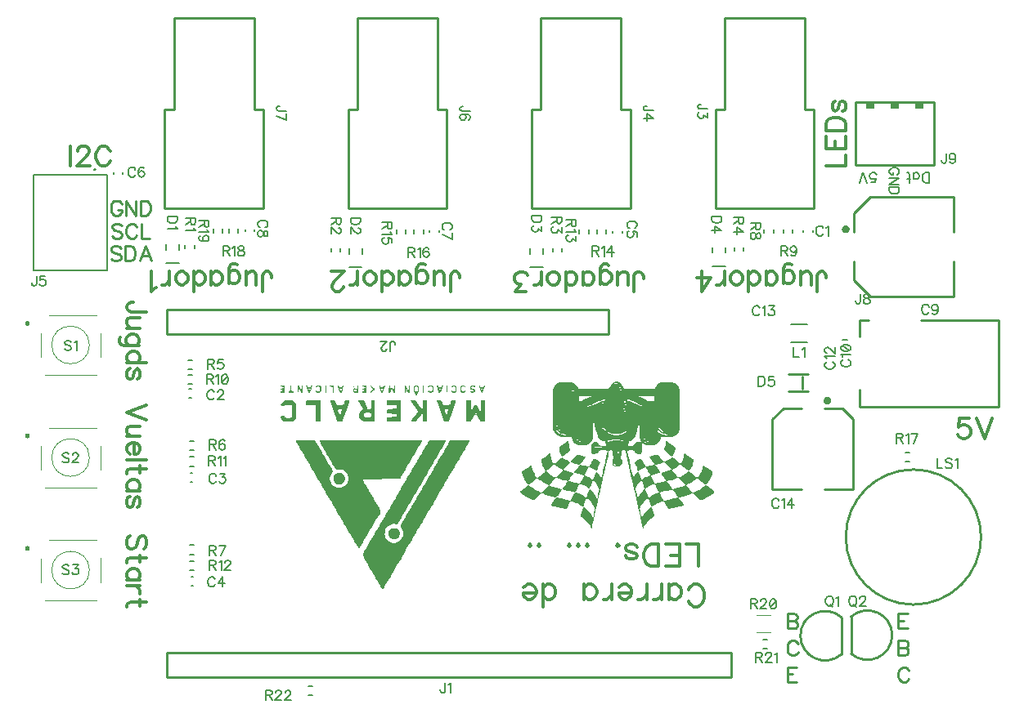
<source format=gto>
G04 DipTrace 4.2.0.1*
G04 Led_Race.gto*
%MOIN*%
G04 #@! TF.FileFunction,Legend,Top*
G04 #@! TF.Part,Single*
%ADD10C,0.009843*%
%ADD13C,0.004724*%
%ADD21C,0.005906*%
%ADD29C,0.005*%
%ADD78C,0.006176*%
%ADD79C,0.012351*%
%ADD80C,0.013895*%
%ADD81C,0.009264*%
%FSLAX26Y26*%
G04*
G70*
G90*
G75*
G01*
G04 TopSilk*
%LPD*%
X2581890Y373622D2*
D21*
Y366535D1*
X2544094Y373622D2*
Y366535D1*
X47931Y-311291D2*
X40844D1*
X47930Y-273496D2*
X40843D1*
X54467Y-654495D2*
X47381D1*
X54467Y-616699D2*
X47381D1*
X55255Y-1077278D2*
X48168D1*
X55255Y-1039483D2*
X48168D1*
X1804528Y371457D2*
Y364370D1*
X1766732Y371457D2*
Y364370D1*
X-229134Y609843D2*
Y602756D1*
X-266929Y609843D2*
Y602756D1*
X1058268Y373622D2*
Y366535D1*
X1020472Y373622D2*
Y366535D1*
X306299Y377559D2*
Y370472D1*
X268504Y377559D2*
Y370472D1*
X3155510Y509865D2*
D10*
X3155519Y366151D1*
X3155510Y509865D2*
X2814926Y509845D1*
X3155526Y248067D2*
X3155534Y104353D1*
X2814950Y104333D1*
X2749981Y444878D2*
X2749986Y366127D1*
X2749993Y248043D2*
X2749998Y169293D1*
X2749981Y444878D2*
X2814926Y509845D1*
X2749998Y169293D2*
X2814950Y104333D1*
G36*
X2700823Y377967D2*
X2700957Y380020D1*
X2701358Y382039D1*
X2702020Y383987D1*
X2702930Y385833D1*
X2704073Y387544D1*
X2705430Y389091D1*
X2706977Y390448D1*
X2708688Y391592D1*
X2710534Y392502D1*
X2712482Y393164D1*
X2714500Y393565D1*
X2716554Y393700D1*
X2718607Y393566D1*
X2720626Y393164D1*
X2722575Y392503D1*
X2724420Y391593D1*
X2726131Y390450D1*
X2727679Y389093D1*
X2729036Y387546D1*
X2730179Y385835D1*
X2731089Y383989D1*
X2731751Y382040D1*
X2732152Y380022D1*
X2732287Y377969D1*
Y377925D1*
X2732153Y375872D1*
X2731751Y373854D1*
X2731090Y371905D1*
X2730180Y370059D1*
X2729037Y368348D1*
X2727680Y366801D1*
X2726133Y365444D1*
X2724422Y364300D1*
X2722576Y363390D1*
X2720628Y362728D1*
X2718609Y362327D1*
X2716556Y362192D1*
X2714502Y362327D1*
X2712484Y362728D1*
X2710535Y363389D1*
X2708690Y364299D1*
X2706978Y365443D1*
X2705431Y366799D1*
X2704074Y368346D1*
X2702931Y370057D1*
X2702021Y371903D1*
X2701359Y373852D1*
X2700957Y375870D1*
X2700823Y377924D1*
Y377967D1*
G37*
X2703151Y-72048D2*
D21*
X2722049Y-72047D1*
X2747667Y-397558D2*
D10*
X2747679Y-682800D1*
X2702785Y-352633D2*
X2747667Y-397558D1*
X2417667Y-397571D2*
X2417679Y-682814D1*
X2462546Y-352643D2*
X2417667Y-397571D1*
X2629921Y-352636D2*
X2702785Y-352633D1*
X2462546Y-352643D2*
X2535409Y-352640D1*
X2629935Y-682805D2*
X2747679Y-682800D1*
X2417679Y-682814D2*
X2535423Y-682809D1*
G36*
X2625961Y-320857D2*
X2626095Y-318803D1*
X2626497Y-316783D1*
X2627159Y-314833D1*
X2628069Y-312987D1*
X2629213Y-311275D1*
X2630571Y-309727D1*
X2632119Y-308369D1*
X2633831Y-307225D1*
X2635677Y-306314D1*
X2637627Y-305652D1*
X2639646Y-305250D1*
X2641701Y-305116D1*
X2643755Y-305250D1*
X2645775Y-305652D1*
X2647725Y-306314D1*
X2649571Y-307224D1*
X2651283Y-308368D1*
X2652831Y-309726D1*
X2654189Y-311274D1*
X2655333Y-312986D1*
X2656244Y-314832D1*
X2656906Y-316782D1*
X2657308Y-318801D1*
X2657442Y-320856D1*
Y-320873D1*
X2657308Y-322928D1*
X2656906Y-324947D1*
X2656244Y-326897D1*
X2655334Y-328743D1*
X2654190Y-330455D1*
X2652832Y-332004D1*
X2651284Y-333361D1*
X2649572Y-334505D1*
X2647726Y-335416D1*
X2645776Y-336078D1*
X2643757Y-336480D1*
X2641702Y-336614D1*
X2639648Y-336480D1*
X2637628Y-336078D1*
X2635678Y-335416D1*
X2633832Y-334506D1*
X2632120Y-333362D1*
X2630572Y-332004D1*
X2629214Y-330457D1*
X2628070Y-328745D1*
X2627159Y-326898D1*
X2626497Y-324948D1*
X2626095Y-322929D1*
X2625961Y-320874D1*
Y-320857D1*
G37*
X-54331Y294094D2*
D21*
Y316142D1*
X-787Y294094D2*
Y316142D1*
X-53937Y238583D2*
X-1181D1*
X691339Y278346D2*
Y300394D1*
X744882Y278346D2*
Y300394D1*
X691732Y222835D2*
X744488D1*
X1428350Y278346D2*
Y300394D1*
X1481894Y278346D2*
Y300394D1*
X1428744Y222835D2*
X1481500D1*
X2171777Y282480D2*
Y304528D1*
X2225320Y282480D2*
Y304528D1*
X2172171Y226969D2*
X2224927D1*
X2562993Y-283465D2*
D10*
X2484253Y-283467D1*
X2562991Y-212599D2*
X2484251Y-212601D1*
X2539371Y-271652D2*
X2539370Y-224413D1*
X2250722Y-1450003D2*
Y-1350000D1*
X-49147D1*
Y-1450003D1*
X2250722D1*
X1751031Y-50003D2*
Y50000D1*
X-51031D1*
Y-50003D1*
X1751031D1*
X2586614Y866152D2*
Y462598D1*
X2185039D1*
Y866152D1*
X2222457D1*
Y1240157D1*
X2549197D1*
Y866152D1*
X2586614D1*
X1838583D2*
Y462598D1*
X1437008D1*
Y866152D1*
X1474425D1*
Y1240157D1*
X1801165D1*
Y866152D1*
X1838583D1*
X-294878Y600055D2*
D29*
Y210291D1*
X-594091Y600055D2*
X-294878D1*
Y210291D2*
X-594091D1*
Y600055D1*
G36*
X-344091Y627273D2*
X-343364Y627225D1*
X-342650Y627083D1*
X-341961Y626849D1*
X-341308Y626527D1*
X-340703Y626123D1*
X-340156Y625643D1*
X-339676Y625096D1*
X-339272Y624491D1*
X-338950Y623838D1*
X-338716Y623149D1*
X-338574Y622435D1*
X-338526Y621709D1*
X-338574Y620982D1*
X-338716Y620269D1*
X-338950Y619579D1*
X-339272Y618927D1*
X-339676Y618321D1*
X-340156Y617774D1*
X-340703Y617294D1*
X-341308Y616890D1*
X-341961Y616568D1*
X-342650Y616334D1*
X-343364Y616192D1*
X-344091Y616144D1*
D1*
X-344817Y616192D1*
X-345531Y616334D1*
X-346220Y616568D1*
X-346873Y616890D1*
X-347478Y617294D1*
X-348025Y617774D1*
X-348505Y618321D1*
X-348909Y618927D1*
X-349231Y619579D1*
X-349465Y620269D1*
X-349607Y620982D1*
X-349655Y621709D1*
X-349607Y622435D1*
X-349465Y623149D1*
X-349231Y623838D1*
X-348909Y624491D1*
X-348505Y625096D1*
X-348025Y625643D1*
X-347478Y626123D1*
X-346873Y626527D1*
X-346220Y626849D1*
X-345531Y627083D1*
X-344817Y627225D1*
X-344091Y627273D1*
D1*
G37*
X1090551Y866152D2*
D10*
Y462598D1*
X688976D1*
Y866152D1*
X726394D1*
Y1240157D1*
X1053134D1*
Y866152D1*
X1090551D1*
X342520D2*
Y462598D1*
X-59055D1*
Y866152D1*
X-21638D1*
Y1240157D1*
X305102D1*
Y866152D1*
X342520D1*
X3338583Y-346457D2*
Y7892D1*
X3023633D1*
X2811003D2*
X2771648D1*
Y-61017D1*
Y-277546D2*
Y-346457D1*
X3338583D1*
X3074797Y897649D2*
X2756686Y897632D1*
X2756700Y641718D1*
X3074810Y641734D1*
X3074797Y897649D1*
G36*
X3031440Y869140D2*
X3031438Y900650D1*
X3000072Y900649D1*
X3000074Y869138D1*
X3031440Y869140D1*
G37*
G36*
X2931521Y869135D2*
X2931520Y900645D1*
X2900026Y900644D1*
X2900028Y869133D1*
X2931521Y869135D1*
G37*
G36*
X2831475Y869130D2*
X2831474Y900640D1*
X2799982Y900638D1*
X2799983Y869128D1*
X2831475Y869130D1*
G37*
X2559252Y-84646D2*
D21*
X2493110D1*
X2559252Y-9843D2*
X2493110D1*
X2716535Y-877953D2*
D10*
G02X2716535Y-877953I275591J0D01*
G01*
X2698812Y-1356329D2*
G02X2698812Y-1205088I-66570J75621D01*
G01*
Y-1356329D1*
X2738196Y-1202726D2*
G02X2738196Y-1353967I66570J-75621D01*
G01*
Y-1202726D1*
X62206Y314961D2*
D21*
Y299213D1*
X24411Y314960D2*
Y299212D1*
X656693Y301378D2*
Y285630D1*
X618898Y301378D2*
Y285630D1*
X1560039Y301378D2*
Y285630D1*
X1522244Y301378D2*
Y285630D1*
X2301012Y305118D2*
Y289370D1*
X2263217Y305118D2*
Y289370D1*
X36513Y-156059D2*
X52261D1*
X36513Y-193854D2*
X52261D1*
X43837Y-485916D2*
X59585D1*
X43837Y-523711D2*
X59585D1*
X43049Y-911285D2*
X58797D1*
X43050Y-949080D2*
X58798D1*
X2422244Y377953D2*
Y362205D1*
X2384449Y377953D2*
Y362205D1*
X2463189D2*
Y377953D1*
X2500984Y362205D2*
Y377953D1*
X52261Y-252755D2*
X36513D1*
X52261Y-214959D2*
X36513D1*
X58798Y-588665D2*
X43050Y-588666D1*
X58797Y-550870D2*
X43049D1*
X59585Y-1014735D2*
X43837D1*
X59585Y-976940D2*
X43837D1*
X1668504Y375788D2*
Y360040D1*
X1630708Y375787D2*
X1630709Y360039D1*
X1701575D2*
Y375787D1*
X1739370Y360040D2*
Y375788D1*
X924409Y376181D2*
Y360433D1*
X886614Y376181D2*
Y360433D1*
X957480Y360039D2*
Y375787D1*
X995276Y360039D2*
Y375787D1*
X2974607Y-570080D2*
X2958859D1*
X2974606Y-532285D2*
X2958858D1*
X176378Y380118D2*
Y364370D1*
X138583Y380118D2*
Y364370D1*
X201575Y363976D2*
Y379724D1*
X239370Y363976D2*
Y379724D1*
X2351969Y-1197638D2*
D13*
X2409449D1*
X2351969Y-1266929D2*
X2409449D1*
X2379724Y-1296063D2*
D21*
X2395472D1*
X2379724Y-1333858D2*
X2395472D1*
X541536Y-1522835D2*
X525788Y-1522836D1*
X541535Y-1485040D2*
X525787D1*
X-530316Y27951D2*
D13*
X-337861D1*
X-519685Y-94096D2*
G02X-519685Y-94096I76772J0D01*
G01*
G36*
X-628740Y-5513D2*
X-628656Y-4228D1*
X-628405Y-2966D1*
X-627991Y-1747D1*
X-627422Y-592D1*
X-626706Y479D1*
X-625857Y1447D1*
X-624889Y2295D1*
X-623819Y3011D1*
X-622664Y3580D1*
X-621445Y3994D1*
X-620182Y4245D1*
X-618898Y4329D1*
X-617613Y4245D1*
X-616350Y3994D1*
X-615131Y3580D1*
X-613976Y3011D1*
X-612906Y2295D1*
X-611938Y1447D1*
X-611089Y479D1*
X-610374Y-592D1*
X-609804Y-1747D1*
X-609390Y-2966D1*
X-609139Y-4228D1*
X-609055Y-5513D1*
D1*
X-609139Y-6798D1*
X-609390Y-8061D1*
X-609804Y-9280D1*
X-610374Y-10434D1*
X-611089Y-11505D1*
X-611938Y-12473D1*
X-612906Y-13322D1*
X-613976Y-14037D1*
X-615131Y-14606D1*
X-616350Y-15020D1*
X-617613Y-15271D1*
X-618898Y-15356D1*
X-620182Y-15271D1*
X-621445Y-15020D1*
X-622664Y-14606D1*
X-623819Y-14037D1*
X-624889Y-13322D1*
X-625857Y-12473D1*
X-626706Y-11505D1*
X-627422Y-10434D1*
X-627991Y-9280D1*
X-628405Y-8061D1*
X-628656Y-6798D1*
X-628740Y-5513D1*
D1*
G37*
X-320866Y-45631D2*
D13*
Y-142560D1*
X-337861Y-216143D2*
X-547966D1*
X-564961Y-142560D2*
Y-46063D1*
X-530316Y-431496D2*
X-337861D1*
X-519685Y-553543D2*
G02X-519685Y-553543I76772J0D01*
G01*
G36*
X-628740Y-464961D2*
X-628656Y-463676D1*
X-628405Y-462413D1*
X-627991Y-461194D1*
X-627422Y-460039D1*
X-626706Y-458969D1*
X-625857Y-458001D1*
X-624889Y-457152D1*
X-623819Y-456437D1*
X-622664Y-455867D1*
X-621445Y-455453D1*
X-620182Y-455202D1*
X-618898Y-455118D1*
X-617613Y-455202D1*
X-616350Y-455453D1*
X-615131Y-455867D1*
X-613976Y-456437D1*
X-612906Y-457152D1*
X-611938Y-458001D1*
X-611089Y-458969D1*
X-610374Y-460039D1*
X-609804Y-461194D1*
X-609390Y-462413D1*
X-609139Y-463676D1*
X-609055Y-464961D1*
D1*
X-609139Y-466245D1*
X-609390Y-467508D1*
X-609804Y-468727D1*
X-610374Y-469882D1*
X-611089Y-470952D1*
X-611938Y-471920D1*
X-612906Y-472769D1*
X-613976Y-473485D1*
X-615131Y-474054D1*
X-616350Y-474468D1*
X-617613Y-474719D1*
X-618898Y-474803D1*
X-620182Y-474719D1*
X-621445Y-474468D1*
X-622664Y-474054D1*
X-623819Y-473485D1*
X-624889Y-472769D1*
X-625857Y-471920D1*
X-626706Y-470952D1*
X-627422Y-469882D1*
X-627991Y-468727D1*
X-628405Y-467508D1*
X-628656Y-466245D1*
X-628740Y-464961D1*
D1*
G37*
X-320866Y-505079D2*
D13*
Y-602008D1*
X-337861Y-675591D2*
X-547966D1*
X-564961Y-602008D2*
Y-505510D1*
X-530316Y-890945D2*
X-337861D1*
X-519685Y-1012992D2*
G02X-519685Y-1012992I76772J0D01*
G01*
G36*
X-628740Y-924409D2*
X-628656Y-923125D1*
X-628405Y-921862D1*
X-627991Y-920643D1*
X-627422Y-919488D1*
X-626706Y-918418D1*
X-625857Y-917450D1*
X-624889Y-916601D1*
X-623819Y-915886D1*
X-622664Y-915316D1*
X-621445Y-914902D1*
X-620182Y-914651D1*
X-618898Y-914567D1*
X-617613Y-914651D1*
X-616350Y-914902D1*
X-615131Y-915316D1*
X-613976Y-915886D1*
X-612906Y-916601D1*
X-611938Y-917450D1*
X-611089Y-918418D1*
X-610374Y-919488D1*
X-609804Y-920643D1*
X-609390Y-921862D1*
X-609139Y-923125D1*
X-609055Y-924409D1*
D1*
X-609139Y-925694D1*
X-609390Y-926957D1*
X-609804Y-928176D1*
X-610374Y-929331D1*
X-611089Y-930401D1*
X-611938Y-931369D1*
X-612906Y-932218D1*
X-613976Y-932933D1*
X-615131Y-933503D1*
X-616350Y-933917D1*
X-617613Y-934168D1*
X-618898Y-934252D1*
X-620182Y-934168D1*
X-621445Y-933917D1*
X-622664Y-933503D1*
X-623819Y-932933D1*
X-624889Y-932218D1*
X-625857Y-931369D1*
X-626706Y-930401D1*
X-627422Y-929331D1*
X-627991Y-928176D1*
X-628405Y-926957D1*
X-628656Y-925694D1*
X-628740Y-924409D1*
D1*
G37*
X-320866Y-964528D2*
D13*
Y-1061457D1*
X-337861Y-1135039D2*
X-547966D1*
X-564961Y-1061457D2*
Y-964959D1*
G36*
X829421Y-1090678D2*
X832312Y-1087818D1*
X835203Y-1082096D1*
X840984Y-1073513D1*
X846766Y-1062069D1*
X852547Y-1053486D1*
X855438Y-1047764D1*
X861220Y-1039181D1*
X867001Y-1027737D1*
X872783Y-1019155D1*
X878564Y-1007711D1*
X884346Y-999128D1*
X890127Y-987684D1*
X895909Y-979101D1*
X898799Y-973379D1*
X904581Y-964796D1*
X910362Y-953353D1*
X916144Y-944770D1*
X921925Y-933326D1*
X927707Y-924743D1*
X933489Y-913299D1*
X939270Y-904716D1*
X942161Y-898994D1*
X947942Y-890412D1*
X953724Y-878968D1*
X959505Y-870385D1*
X965287Y-858941D1*
X971068Y-850358D1*
X973959Y-844636D1*
X979741Y-836053D1*
X985522Y-824610D1*
X991304Y-816027D1*
X997085Y-804583D1*
X1002867Y-796000D1*
X1008648Y-784556D1*
X1014430Y-775973D1*
X1017320Y-770251D1*
X1023102Y-761669D1*
X1028884Y-750225D1*
X1034665Y-741642D1*
X1040447Y-730198D1*
X1046228Y-721615D1*
X1052010Y-710171D1*
X1057791Y-701589D1*
X1060682Y-695867D1*
X1066463Y-687284D1*
X1072245Y-675840D1*
X1078026Y-667257D1*
X1083808Y-655813D1*
X1089589Y-647230D1*
X1095371Y-635787D1*
X1101152Y-627204D1*
X1104043Y-621482D1*
X1109825Y-612899D1*
X1115606Y-601455D1*
X1121388Y-592872D1*
X1127169Y-581428D1*
X1132951Y-572846D1*
X1135842Y-567124D1*
X1141623Y-558541D1*
X1147405Y-547097D1*
X1153186Y-538514D1*
X1158968Y-527070D1*
X1164749Y-518487D1*
X1170531Y-507044D1*
X1176312Y-498461D1*
X1182094Y-487017D1*
Y-484156D1*
X1104043D1*
X1101152Y-489878D1*
X1095371Y-498461D1*
X1089589Y-509905D1*
X1083808Y-518487D1*
X1078026Y-529931D1*
X1072245Y-538514D1*
X1069354Y-544236D1*
X1063573Y-552819D1*
X1057791Y-564263D1*
X1052010Y-572846D1*
X1046228Y-584289D1*
X1040447Y-592872D1*
X1034665Y-604316D1*
X1028884Y-612899D1*
X1025993Y-618621D1*
X1020211Y-627204D1*
X1014430Y-638648D1*
X1008648Y-647230D1*
X1002867Y-658674D1*
X997085Y-667257D1*
X994194Y-672979D1*
X988413Y-681562D1*
X982631Y-693006D1*
X976850Y-701589D1*
X971068Y-713032D1*
X965287Y-721615D1*
X959505Y-733059D1*
X953724Y-741642D1*
X950833Y-747364D1*
X945052Y-755947D1*
X939270Y-767391D1*
X933489Y-775973D1*
X927707Y-787417D1*
X921925Y-796000D1*
X916144Y-807444D1*
X910362Y-816027D1*
X907472Y-821749D1*
X901690Y-830332D1*
Y-836053D1*
X907472Y-844636D1*
X910362Y-850358D1*
X913253Y-853219D1*
Y-873246D1*
X910362Y-876107D1*
X907472Y-881829D1*
Y-884690D1*
X898799Y-893273D1*
X887236Y-898994D1*
X879528Y-901855D1*
X871819D1*
X864110Y-898994D1*
X846766Y-890412D1*
Y-887551D1*
X840984Y-878968D1*
X838094Y-870385D1*
X835203Y-867524D1*
Y-861802D1*
X838094Y-858941D1*
X840984Y-847497D1*
Y-844636D1*
X852547Y-833192D1*
X858329Y-830332D1*
X867001Y-827471D1*
X872783Y-824610D1*
X878564D1*
X884346Y-827471D1*
X887236D1*
X890127Y-824610D1*
X893018Y-818888D1*
X898799Y-810305D1*
X904581Y-798861D1*
X910362Y-790278D1*
X916144Y-778834D1*
X921925Y-770251D1*
X924816Y-764530D1*
X930598Y-755947D1*
X936379Y-744503D1*
X942161Y-735920D1*
X947942Y-724476D1*
X953724Y-715893D1*
X959505Y-704449D1*
X965287Y-695867D1*
X968178Y-690145D1*
X973959Y-681562D1*
X979741Y-670118D1*
X985522Y-661535D1*
X991304Y-650091D1*
X997085Y-641508D1*
X1002867Y-630065D1*
X1008648Y-621482D1*
X1011539Y-615760D1*
X1017320Y-607177D1*
X1023102Y-595733D1*
X1028884Y-587150D1*
X1034665Y-575706D1*
X1040447Y-567124D1*
X1043337Y-561402D1*
X1049119Y-552819D1*
X1054900Y-541375D1*
X1060682Y-532792D1*
X1066463Y-521348D1*
X1072245Y-512765D1*
X1078026Y-501322D1*
X1083808Y-492739D1*
X1086699Y-487017D1*
Y-484156D1*
X1020211D1*
X1014430Y-489878D1*
X1011539Y-495600D1*
X1005757Y-504183D1*
X999976Y-515626D1*
X994194Y-524209D1*
X988413Y-535653D1*
X982631Y-544236D1*
X976850Y-555680D1*
X971068Y-564263D1*
X968178Y-569985D1*
X962396Y-578567D1*
X956615Y-590011D1*
X950833Y-598594D1*
X945052Y-610038D1*
X939270Y-618621D1*
X936379Y-624343D1*
X930598Y-632926D1*
X924816Y-644369D1*
X919035Y-652952D1*
X913253Y-664396D1*
X907472Y-672979D1*
X901690Y-684423D1*
X895909Y-693006D1*
X893018Y-698728D1*
X887236Y-707310D1*
X881455Y-718754D1*
X875673Y-727337D1*
X869892Y-738781D1*
X864110Y-747364D1*
X858329Y-758808D1*
X852547Y-767391D1*
X849657Y-773112D1*
X843875Y-781695D1*
X838094Y-793139D1*
X832312Y-801722D1*
X826531Y-813166D1*
X820749Y-821749D1*
X814967Y-833192D1*
X809186Y-841775D1*
X806295Y-847497D1*
X800514Y-856080D1*
X794732Y-867524D1*
X788951Y-876107D1*
X783169Y-887551D1*
X777388Y-896134D1*
X774497Y-901855D1*
X768715Y-910438D1*
X762934Y-921882D1*
X757152Y-930465D1*
X748480Y-947631D1*
Y-953353D1*
X757152Y-970518D1*
X762934Y-979101D1*
X768715Y-990545D1*
X774497Y-999128D1*
X777388Y-1004850D1*
X783169Y-1013433D1*
X788951Y-1024877D1*
X794732Y-1033459D1*
X800514Y-1044903D1*
X806295Y-1053486D1*
X812077Y-1064930D1*
X817858Y-1073513D1*
X820749Y-1079235D1*
X826531Y-1087818D1*
X829421Y-1090678D1*
G37*
G36*
X734026Y-924743D2*
X734976Y-921272D1*
X736917Y-919021D1*
X742699Y-910438D1*
X748480Y-898994D1*
X754262Y-890412D1*
X760043Y-878968D1*
X765825Y-870385D1*
X768715Y-864663D1*
X774497Y-856080D1*
X780278Y-844636D1*
X786060Y-836053D1*
X791841Y-824610D1*
X797623Y-816027D1*
X803404Y-804583D1*
X809186Y-796000D1*
X812077Y-790278D1*
X817858Y-781695D1*
X820749Y-775973D1*
Y-770251D1*
X814967Y-758808D1*
X809186Y-750225D1*
X803404Y-738781D1*
X797623Y-730198D1*
X791841Y-718754D1*
X786060Y-710171D1*
X780278Y-698728D1*
X774497Y-690145D1*
X771606Y-684423D1*
X765825Y-675840D1*
X760043Y-664396D1*
X754262Y-655813D1*
X748480Y-644369D1*
X898799Y-638648D1*
X901690Y-635787D1*
X907472Y-627204D1*
X910362Y-621482D1*
X916144Y-612899D1*
X921925Y-601455D1*
X927707Y-592872D1*
X933489Y-581428D1*
X939270Y-572846D1*
X945052Y-561402D1*
X950833Y-552819D1*
X953724Y-547097D1*
X959505Y-538514D1*
X965287Y-527070D1*
X971068Y-518487D1*
X976850Y-507044D1*
X982631Y-498461D1*
X988413Y-487017D1*
Y-484156D1*
X572144D1*
Y-487017D1*
X580816Y-504183D1*
X586598Y-512765D1*
X589488Y-518487D1*
X595270Y-527070D1*
X601051Y-538514D1*
X606833Y-547097D1*
X612614Y-558541D1*
X618396Y-567124D1*
X624178Y-578567D1*
X629959Y-587150D1*
X632850Y-592872D1*
X638631Y-601455D1*
X667539Y-604316D1*
X673320Y-607177D1*
X687774Y-621482D1*
Y-627204D1*
X690665Y-630065D1*
Y-647230D1*
X687774Y-650091D1*
Y-655813D1*
X673320Y-670118D1*
X667539Y-672979D1*
X656939Y-675840D1*
X646340D1*
X635741Y-672979D1*
X629959Y-670118D1*
X618396Y-658674D1*
Y-655813D1*
X615505Y-647230D1*
X612614Y-644369D1*
Y-632926D1*
X615505Y-630065D1*
X618396Y-621482D1*
X627068Y-610038D1*
X621287Y-598594D1*
X615505Y-590011D1*
X612614Y-584289D1*
X606833Y-575706D1*
X601051Y-564263D1*
X595270Y-555680D1*
X589488Y-544236D1*
X583707Y-535653D1*
X577925Y-524209D1*
X572144Y-515626D1*
X569253Y-509905D1*
X563472Y-501322D1*
X557690Y-489878D1*
X551909Y-484156D1*
X476749D1*
Y-489878D1*
X482530Y-498461D1*
X488312Y-509905D1*
X494093Y-518487D1*
X496984Y-524209D1*
X502766Y-532792D1*
X508547Y-544236D1*
X514329Y-552819D1*
X520110Y-564263D1*
X525892Y-572846D1*
X531673Y-584289D1*
X537455Y-592872D1*
X540346Y-598594D1*
X546127Y-607177D1*
X551909Y-618621D1*
X557690Y-627204D1*
X563472Y-638648D1*
X569253Y-647230D1*
X572144Y-652952D1*
X577925Y-661535D1*
X583707Y-672979D1*
X589488Y-681562D1*
X595270Y-693006D1*
X601051Y-701589D1*
X606833Y-713032D1*
X612614Y-721615D1*
X615505Y-727337D1*
X621287Y-735920D1*
X627068Y-747364D1*
X632850Y-755947D1*
X638631Y-767391D1*
X644413Y-775973D1*
X647304Y-781695D1*
X653085Y-790278D1*
X658867Y-801722D1*
X664648Y-810305D1*
X670430Y-821749D1*
X676211Y-830332D1*
X681993Y-841775D1*
X687774Y-850358D1*
X690665Y-856080D1*
X696446Y-864663D1*
X702228Y-876107D1*
X708009Y-884690D1*
X713791Y-896134D1*
X719572Y-904716D1*
X722463Y-910438D1*
X728245Y-919021D1*
X731136Y-924743D1*
X734026D1*
G37*
G36*
X878564Y-887551D2*
X890127Y-881829D1*
X895909Y-876107D1*
X898799Y-867524D1*
Y-858941D1*
X895909Y-850358D1*
X890127Y-844636D1*
X884346Y-841775D1*
X864110D1*
X855438Y-850358D1*
X852547Y-856080D1*
Y-870385D1*
X855438Y-876107D1*
X864110Y-884690D1*
X872783Y-887551D1*
X878564D1*
G37*
G36*
X658867Y-661535D2*
X664648Y-658674D1*
X673320Y-650091D1*
X676211Y-641508D1*
Y-635787D1*
X673320Y-627204D1*
X664648Y-618621D1*
X658867Y-615760D1*
X644413D1*
X638631Y-618621D1*
X632850Y-624343D1*
X629959Y-630065D1*
Y-647230D1*
X632850Y-652952D1*
X638631Y-658674D1*
X644413Y-661535D1*
X658867D1*
G37*
G36*
X1245690Y-406910D2*
Y-321081D1*
X1228346D1*
Y-361135D1*
X1226187Y-362972D1*
X1224725Y-362732D1*
X1223080Y-360367D1*
X1222564Y-358274D1*
X1213892Y-341108D1*
X1202329D1*
X1193657Y-358274D1*
X1193185Y-360487D1*
X1191411Y-362832D1*
X1189987Y-362764D1*
X1187875Y-361135D1*
Y-321081D1*
X1170531D1*
Y-406910D1*
X1187875D1*
X1190766Y-404049D1*
X1205220Y-375440D1*
X1205954Y-372064D1*
X1208279Y-369454D1*
X1209769Y-369930D1*
X1211633Y-373081D1*
X1211001Y-375440D1*
X1225455Y-404049D1*
X1228346Y-406910D1*
X1245690D1*
G37*
G36*
X1109825Y-375440D2*
X1110775Y-371969D1*
X1112715Y-369718D1*
X1124278Y-335386D1*
X1127169Y-329664D1*
Y-321081D1*
X1109825D1*
X1106934Y-326803D1*
Y-332525D1*
X1104043Y-335386D1*
X1093444Y-338247D1*
X1082844D1*
X1072245Y-335386D1*
Y-329664D1*
X1069354Y-323942D1*
X1066463Y-321081D1*
X1049119D1*
Y-323942D1*
X1052010Y-329664D1*
X1078026Y-406910D1*
X1098262D1*
X1101152Y-404049D1*
X1109825Y-378301D1*
Y-375440D1*
X1092480D1*
X1090321Y-377277D1*
X1088859Y-377037D1*
X1087214Y-374671D1*
X1086699Y-372579D1*
X1083808Y-363996D1*
X1081479Y-360302D1*
X1080917Y-358274D1*
X1086699Y-355413D1*
X1092480D1*
X1098262Y-358274D1*
X1095371Y-361135D1*
X1092480Y-369718D1*
Y-375440D1*
X1109825D1*
G37*
G36*
X1008648Y-406910D2*
Y-321081D1*
X991304D1*
Y-352552D1*
X989145Y-354389D1*
X987683Y-354150D1*
X986038Y-351784D1*
X985522Y-349691D1*
X976850Y-338247D1*
X971068Y-329664D1*
X962396Y-321081D1*
X942161D1*
X945052Y-326803D1*
X971068Y-361135D1*
X974497Y-364351D1*
X973959Y-366857D1*
X965287Y-375440D1*
X956615Y-386883D1*
X945052Y-404049D1*
Y-406910D1*
X962396D1*
X971068Y-398327D1*
X976850Y-389744D1*
X985522Y-378301D1*
X986256Y-374925D1*
X988582Y-372315D1*
X990079Y-372797D1*
X991304Y-375440D1*
Y-406910D1*
X1008648D1*
G37*
G36*
X901690D2*
Y-321081D1*
X846766D1*
Y-338247D1*
X887236Y-341108D1*
Y-352552D1*
X849657Y-355413D1*
X846766Y-358274D1*
Y-372579D1*
X887236Y-375440D1*
Y-386883D1*
X846766Y-389744D1*
Y-406910D1*
X901690D1*
G37*
G36*
X797623Y-386883D2*
Y-321081D1*
X783169D1*
Y-349691D1*
X780278Y-352552D1*
X775460Y-355413D1*
X770643D1*
X765825Y-352552D1*
Y-349691D1*
X751371Y-321081D1*
X731136D1*
Y-323942D1*
X736917Y-332525D1*
X745589Y-349691D1*
X749017Y-352907D1*
X748480Y-355413D1*
X736917Y-366857D1*
X734026Y-378301D1*
Y-386883D1*
X736917Y-395466D1*
X745589Y-404049D1*
X751371Y-406910D1*
X797623D1*
Y-386883D1*
X783169D1*
X772570Y-389744D1*
X761970D1*
X751371Y-386883D1*
Y-375440D1*
X754262Y-372579D1*
X763897Y-369718D1*
X773533D1*
X783169Y-372579D1*
Y-386883D1*
X797623D1*
G37*
G36*
X676211Y-375440D2*
Y-369718D1*
X679102Y-366857D1*
X681993Y-361135D1*
X693556Y-326803D1*
Y-321081D1*
X676211D1*
X673320Y-326803D1*
Y-332525D1*
X670430Y-335386D1*
X659830Y-338247D1*
X649231D1*
X638631Y-335386D1*
Y-332525D1*
X635741Y-323942D1*
X632850Y-321081D1*
X615505D1*
Y-323942D1*
X632850Y-375440D1*
X635741Y-381162D1*
X644413Y-406910D1*
X664648D1*
X667539Y-401188D1*
X676211Y-375440D1*
X658867D1*
X656708Y-377277D1*
X655210Y-377110D1*
X653085Y-375440D1*
X650194Y-366857D1*
X647304Y-363996D1*
Y-358274D1*
X653085Y-355413D1*
X658867D1*
X664648Y-358274D1*
X661757Y-361135D1*
X658867Y-369718D1*
Y-375440D1*
X676211D1*
G37*
G36*
X575035Y-406910D2*
Y-321081D1*
X520110D1*
X517219Y-323942D1*
Y-335386D1*
X520110Y-338247D1*
X557690Y-341108D1*
Y-406910D1*
X575035D1*
G37*
G36*
X462295D2*
X476749Y-392605D1*
Y-335386D1*
X462295Y-321081D1*
X430497D1*
X424715Y-323942D1*
X416043Y-332525D1*
X413152Y-338247D1*
Y-341108D1*
X418934Y-343969D1*
X430497D1*
Y-341108D1*
X440133Y-338247D1*
X449769D1*
X459404Y-341108D1*
Y-386883D1*
X456514Y-389744D1*
X448805Y-392605D1*
X441096D1*
X433388Y-389744D1*
X431059Y-386051D1*
X430497Y-384022D1*
X418934D1*
X413152Y-386883D1*
Y-389744D1*
X416043Y-395466D1*
X427606Y-406910D1*
X462295D1*
G37*
G36*
X976850Y-281028D2*
Y-263862D1*
X971068Y-258140D1*
X962396D1*
X956615Y-263862D1*
Y-283889D1*
X962396Y-295333D1*
Y-298194D1*
X965287D1*
X968178Y-295333D1*
X976850Y-283889D1*
Y-281028D1*
X973959D1*
X969141Y-283889D1*
X964323D1*
X959505Y-281028D1*
Y-266723D1*
X964323Y-263862D1*
X969141D1*
X973959Y-266723D1*
Y-281028D1*
X976850D1*
G37*
G36*
X1239909Y-278167D2*
X1240859Y-274696D1*
X1242800Y-272445D1*
X1245690Y-263862D1*
Y-261001D1*
X1242800D1*
X1239909Y-263862D1*
X1235091Y-266723D1*
X1230273D1*
X1225455Y-263862D1*
Y-261001D1*
X1222564D1*
Y-266723D1*
X1228346Y-283889D1*
X1234127Y-289611D1*
X1237018Y-286750D1*
X1239909Y-278167D1*
X1237018D1*
X1234859Y-280004D1*
X1233397Y-279765D1*
X1231752Y-277399D1*
X1231237Y-275306D1*
X1229368Y-271434D1*
X1232307Y-269397D1*
X1235159Y-269821D1*
X1237018Y-272445D1*
Y-278167D1*
X1239909D1*
G37*
G36*
X1196547Y-289611D2*
X1202329Y-286750D1*
X1205220Y-283889D1*
Y-275306D1*
X1199438Y-272445D1*
X1187875Y-269584D1*
Y-266723D1*
X1192693Y-263862D1*
X1197511D1*
X1202329Y-266723D1*
X1205220D1*
Y-261001D1*
X1199438Y-258140D1*
X1193657D1*
X1187875Y-261001D1*
X1184984Y-263862D1*
Y-272445D1*
X1190766Y-275306D1*
X1202329Y-278167D1*
Y-281028D1*
X1197511Y-283889D1*
X1192693D1*
X1187875Y-281028D1*
X1184984Y-283889D1*
X1187875Y-286750D1*
X1193657Y-289611D1*
X1196547D1*
G37*
G36*
X1167640Y-281028D2*
Y-263862D1*
X1161858Y-258140D1*
X1153186D1*
X1147405Y-263862D1*
Y-283889D1*
X1153186Y-289611D1*
X1161858D1*
X1167640Y-283889D1*
Y-281028D1*
X1164749D1*
X1159931Y-283889D1*
X1155113D1*
X1150295Y-281028D1*
Y-266723D1*
X1155113Y-263862D1*
X1159931D1*
X1164749Y-266723D1*
Y-281028D1*
X1167640D1*
G37*
G36*
X1121388Y-289611D2*
X1127169Y-286750D1*
X1130060Y-283889D1*
Y-263862D1*
X1127169Y-261001D1*
X1121388Y-258140D1*
X1118497D1*
X1112715Y-261001D1*
X1109825Y-263862D1*
Y-266723D1*
X1112715D1*
X1117533Y-263862D1*
X1122351D1*
X1127169Y-266723D1*
Y-281028D1*
X1122351Y-283889D1*
X1117533D1*
X1112715Y-281028D1*
X1109825D1*
Y-283889D1*
X1115606Y-289611D1*
X1121388D1*
G37*
G36*
X1069354Y-275306D2*
X1070304Y-271835D1*
X1072245Y-269584D1*
X1075136Y-261001D1*
X1069354D1*
Y-263862D1*
X1064536Y-266723D1*
X1059718D1*
X1054900Y-263862D1*
Y-261001D1*
X1049119D1*
X1057791Y-286750D1*
X1060682Y-289611D1*
X1063573D1*
X1069354Y-278167D1*
Y-275306D1*
X1066463D1*
X1063369Y-277014D1*
X1060910Y-276693D1*
X1058557Y-274087D1*
X1058837Y-271711D1*
X1061897Y-269359D1*
X1064545Y-269807D1*
X1067425Y-273149D1*
X1066463Y-275306D1*
X1069354D1*
G37*
G36*
X1025993Y-289611D2*
X1031774Y-286750D1*
X1034665Y-283889D1*
Y-263862D1*
X1031774Y-261001D1*
X1025993Y-258140D1*
X1023102D1*
X1017320Y-261001D1*
X1014430Y-263862D1*
X1017320Y-266723D1*
X1022138Y-263862D1*
X1026956D1*
X1031774Y-266723D1*
Y-281028D1*
X1026956Y-283889D1*
X1022138D1*
X1017320Y-281028D1*
X1014430Y-283889D1*
X1017320Y-286750D1*
X1023102Y-289611D1*
X1025993D1*
G37*
G36*
X997085D2*
Y-261001D1*
X994194D1*
Y-286750D1*
X997085Y-289611D1*
G37*
G36*
X936379D2*
X939270Y-286750D1*
Y-261001D1*
X936379D1*
Y-275306D1*
X934220Y-277143D1*
X932758Y-276904D1*
X931113Y-274538D1*
X930598Y-272445D1*
X927707Y-266723D1*
X921925Y-261001D1*
X919035D1*
Y-289611D1*
X921925Y-286750D1*
Y-275306D1*
X924991Y-272199D1*
X926480Y-272657D1*
X928337Y-275807D1*
X927707Y-278167D1*
X930598Y-283889D1*
X936379Y-289611D1*
G37*
G36*
X878564D2*
Y-261001D1*
X875673D1*
Y-272445D1*
X873515Y-274283D1*
X872052Y-274043D1*
X870407Y-271677D1*
X869892Y-269584D1*
X867001Y-266723D1*
X864110Y-269584D1*
X863638Y-271797D1*
X861865Y-274142D1*
X860440Y-274075D1*
X858329Y-272445D1*
Y-261001D1*
X855438D1*
X852547Y-281028D1*
Y-286750D1*
X855438Y-289611D1*
X861220Y-283889D1*
X862677Y-281021D1*
X864355Y-278033D1*
X867179Y-275053D1*
X868661Y-275518D1*
X870523Y-278669D1*
X869892Y-281028D1*
X872783Y-286750D1*
X875673Y-289611D1*
X878564D1*
G37*
G36*
X832312Y-278167D2*
X833262Y-274696D1*
X835203Y-272445D1*
X838094Y-263862D1*
Y-261001D1*
X835203D1*
X832312Y-263862D1*
X827494Y-266723D1*
X822676D1*
X817858Y-263862D1*
Y-261001D1*
X814967D1*
Y-266723D1*
X817858Y-275306D1*
X823640Y-286750D1*
X826531Y-289611D1*
X829421Y-286750D1*
X832312Y-281028D1*
Y-278167D1*
X829421D1*
X827262Y-280004D1*
X825800Y-279765D1*
X824155Y-277399D1*
X823640Y-275306D1*
X821771Y-271434D1*
X824710Y-269397D1*
X827562Y-269821D1*
X829421Y-272445D1*
Y-278167D1*
X832312D1*
G37*
G36*
X797623Y-289611D2*
Y-258140D1*
X794732Y-261001D1*
Y-266723D1*
X792573Y-268561D1*
X791075Y-268394D1*
X788951Y-266723D1*
X780278Y-258140D1*
Y-261001D1*
X783169Y-266723D1*
X788951Y-272445D1*
Y-275306D1*
X783169Y-281028D1*
X780278Y-286750D1*
Y-289611D1*
X788951Y-281028D1*
X792016Y-277921D1*
X793513Y-278385D1*
X794732Y-281028D1*
Y-286750D1*
X797623Y-289611D1*
G37*
G36*
X760043D2*
X762934Y-286750D1*
Y-261001D1*
X745589D1*
Y-263862D1*
X760043Y-266723D1*
Y-269584D1*
X745589Y-272445D1*
Y-275306D1*
X760043Y-278167D1*
Y-281028D1*
X745589Y-283889D1*
Y-286750D1*
X748480Y-289611D1*
X760043D1*
G37*
G36*
X728245Y-281028D2*
Y-261001D1*
X725354D1*
Y-269584D1*
X722265Y-271494D1*
X719572Y-272445D1*
X713791Y-266723D1*
Y-263862D1*
X710900Y-261001D1*
X708009D1*
Y-263862D1*
X713791Y-269584D1*
X708009Y-275306D1*
Y-283889D1*
X710900Y-286750D1*
X716682Y-289611D1*
X725354D1*
X728245Y-286750D1*
Y-281028D1*
X725354D1*
X720536Y-283889D1*
X715718D1*
X710900Y-281028D1*
Y-278167D1*
X715718Y-275306D1*
X720536D1*
X725354Y-278167D1*
Y-281028D1*
X728245D1*
G37*
G36*
X664648Y-278167D2*
X665598Y-274696D1*
X667539Y-272445D1*
X670430Y-263862D1*
Y-261001D1*
X667539D1*
X664648Y-263862D1*
X659830Y-266723D1*
X655012D1*
X650194Y-263862D1*
Y-261001D1*
X647304D1*
Y-266723D1*
X653085Y-283889D1*
X658867Y-289611D1*
X661757Y-286750D1*
X664648Y-281028D1*
Y-278167D1*
X661757D1*
X659599Y-280004D1*
X658136Y-279765D1*
X656491Y-277399D1*
X655976Y-275306D1*
X654107Y-271434D1*
X657047Y-269397D1*
X659898Y-269821D1*
X661757Y-272445D1*
Y-278167D1*
X664648D1*
G37*
G36*
X629959Y-289611D2*
Y-261001D1*
X612614D1*
X615505Y-263862D1*
X627068Y-266723D1*
Y-286750D1*
X629959Y-289611D1*
G37*
G36*
X595270D2*
X598161Y-286750D1*
Y-261001D1*
X595270D1*
Y-289611D1*
G37*
G36*
X569253D2*
X575035Y-286750D1*
X577925Y-281028D1*
Y-266723D1*
X575035Y-261001D1*
X569253Y-258140D1*
X563472D1*
X557690Y-263862D1*
Y-266723D1*
X560581D1*
X564435Y-263862D1*
X568290D1*
X572144Y-266723D1*
Y-281028D1*
X568290Y-283889D1*
X564435D1*
X560581Y-281028D1*
X557690D1*
Y-283889D1*
X563472Y-289611D1*
X569253D1*
G37*
G36*
X537455Y-275306D2*
X538405Y-271835D1*
X540346Y-269584D1*
X543236Y-261001D1*
X537455D1*
Y-263862D1*
X532637Y-266723D1*
X527819D1*
X523001Y-263862D1*
Y-261001D1*
X517219D1*
X525892Y-286750D1*
X528783Y-289611D1*
X531673D1*
X537455Y-278167D1*
Y-275306D1*
X534564D1*
X531470Y-277014D1*
X529011Y-276693D1*
X526657Y-274087D1*
X526938Y-271711D1*
X529998Y-269359D1*
X532646Y-269807D1*
X535525Y-273149D1*
X534564Y-275306D1*
X537455D1*
G37*
G36*
X499875Y-289611D2*
X502766Y-286750D1*
Y-261001D1*
X499875D1*
Y-275306D1*
X497716Y-277143D1*
X496254Y-276904D1*
X494609Y-274538D1*
X494093Y-272445D1*
X488312Y-261001D1*
X482530D1*
Y-286750D1*
X485421D1*
Y-275306D1*
X488486Y-272199D1*
X489976Y-272657D1*
X491833Y-275807D1*
X491203Y-278167D1*
X496984Y-286750D1*
X499875Y-289611D1*
G37*
G36*
X465186D2*
Y-283889D1*
X456514Y-281028D1*
Y-261001D1*
X453623D1*
Y-281028D1*
X447841Y-283889D1*
X444951Y-286750D1*
X447841Y-289611D1*
X465186D1*
G37*
G36*
X427606D2*
X430497Y-286750D1*
Y-261001D1*
X413152D1*
Y-263862D1*
X427606Y-266723D1*
Y-269584D1*
X413152Y-272445D1*
Y-275306D1*
X427606Y-278167D1*
Y-281028D1*
X413152Y-283889D1*
Y-289611D1*
X427606D1*
G37*
G36*
X1092480Y-286750D2*
Y-261001D1*
X1089589D1*
Y-286750D1*
X1092480D1*
G37*
G36*
X1574907Y-662909D2*
X1571921Y-665902D1*
X1568935Y-670393D1*
X1564456Y-676380D1*
Y-677876D1*
X1561469Y-680870D1*
X1558981Y-682367D1*
X1556492D1*
X1554004Y-680870D1*
X1537580Y-676380D1*
X1527128Y-673386D1*
X1521156Y-671889D1*
X1516677Y-670393D1*
X1513690Y-668896D1*
X1509211Y-667399D1*
X1506225Y-665902D1*
X1518170Y-653928D1*
X1533101Y-637464D1*
X1404695D1*
X1406188Y-638961D1*
X1456953D1*
X1458773Y-637399D1*
X1459939Y-637464D1*
X1464418Y-641954D1*
X1471884Y-647941D1*
X1485322Y-656922D1*
X1500253Y-664406D1*
X1504732Y-665902D1*
Y-667399D1*
X1489801Y-682367D1*
Y-683863D1*
X1476363Y-697334D1*
X1474972Y-696837D1*
X1473377Y-695838D1*
X1468898Y-694341D1*
X1453967Y-686857D1*
X1452474Y-685360D1*
X1445008Y-680870D1*
X1433063Y-671889D1*
X1430077Y-670393D1*
X1424105Y-664406D1*
X1427091Y-662909D1*
X1434557Y-656922D1*
X1440529Y-652432D1*
X1455460Y-640458D1*
X1456953Y-638961D1*
X1406188D1*
Y-640458D1*
X1407681Y-643451D1*
X1413653Y-652432D1*
X1418133Y-658419D1*
X1424105Y-664406D1*
X1421119Y-667399D1*
X1418133Y-668896D1*
X1412160Y-673386D1*
X1404695Y-679373D1*
X1398722Y-683863D1*
X1391257Y-689850D1*
X1389764Y-691347D1*
Y-692844D1*
X1394243Y-697334D1*
X1549525D1*
X1552511Y-694341D1*
X1556990Y-688354D1*
X1559976Y-683863D1*
X1561559Y-682238D1*
X1562332Y-682481D1*
X1562962Y-683863D1*
X1582373Y-688354D1*
X1589838Y-689850D1*
X1607755Y-694341D1*
X1612234Y-695838D1*
Y-698831D1*
X1610741Y-700328D1*
X1597304Y-727269D1*
Y-728766D1*
X1595313Y-730263D1*
X1593322D1*
X1591331Y-728766D1*
X1555497Y-719786D1*
X1548031Y-718289D1*
X1542059Y-716792D1*
X1537580Y-715295D1*
Y-713799D1*
X1542059Y-709308D1*
X1545045Y-704818D1*
X1549525Y-698831D1*
Y-697334D1*
X1394243D1*
X1398722Y-701825D1*
X1403202Y-704818D1*
X1409174Y-709308D1*
X1413653Y-712302D1*
X1421119Y-716792D1*
X1439036Y-725773D1*
X1443515Y-727269D1*
X1446501D1*
X1476363Y-697334D1*
X1478552Y-697486D1*
X1479349Y-698831D1*
X1482335Y-700328D1*
X1494280Y-704818D1*
X1509211Y-709308D1*
X1519663Y-712302D1*
X1531607Y-715295D1*
X1536087Y-716792D1*
X1534594Y-718289D1*
X1530114Y-724276D1*
X1527128Y-728766D1*
Y-730263D1*
X1654041D1*
X1655534Y-728766D1*
X1658520Y-719786D1*
X1660103Y-718160D1*
X1660877Y-718403D1*
X1661506Y-719786D1*
X1663000Y-721282D1*
X1665986Y-722779D1*
X1677930Y-734753D1*
Y-736250D1*
X1683903Y-743734D1*
X1689875Y-752714D1*
X1691368Y-755708D1*
X1694354Y-758701D1*
Y-766185D1*
X1692861Y-767682D1*
X1689875Y-782649D1*
X1688382Y-788636D1*
Y-794623D1*
X1686787Y-795623D1*
X1685396Y-796120D1*
X1682410Y-793127D1*
Y-791630D1*
X1679424Y-787140D1*
X1674944Y-781153D1*
X1667479Y-772172D1*
X1658520Y-763192D1*
X1651055Y-757205D1*
X1648069Y-755708D1*
X1646939Y-753695D1*
X1647088Y-752346D1*
X1648069Y-751218D1*
X1654041Y-733256D1*
Y-730263D1*
X1527128D1*
X1522649Y-734753D1*
X1519663Y-739243D1*
X1515183Y-745230D1*
X1513690Y-748224D1*
Y-749721D1*
X1573414Y-764688D1*
X1577893D1*
X1579386Y-763192D1*
X1594317Y-733256D1*
X1594696Y-731491D1*
X1595898Y-730125D1*
X1596671Y-730377D1*
X1597304Y-731760D1*
X1603276Y-733256D1*
X1607755Y-734753D1*
X1610741Y-736250D1*
X1618207Y-739243D1*
X1622686Y-740740D1*
X1637617Y-748224D1*
X1639110Y-749721D1*
X1643589Y-752714D1*
X1646576Y-754211D1*
X1646285Y-755272D1*
X1645082Y-757205D1*
X1634631Y-788636D1*
Y-791630D1*
X1640603Y-796120D1*
X1648069Y-802107D1*
X1651055Y-803604D1*
X1664493Y-817075D1*
Y-818572D1*
X1671958Y-827552D1*
X1676437Y-833539D1*
X1677930Y-842520D1*
X1680917D1*
X1682410Y-839526D1*
X1683903Y-830546D1*
X1686889Y-815578D1*
X1688382Y-809591D1*
X1689875Y-802107D1*
X1692861Y-790133D1*
X1694354Y-782649D1*
X1695848Y-776662D1*
X1697341Y-769179D1*
X1700327Y-757205D1*
X1701820Y-749721D1*
X1703313Y-743734D1*
X1704806Y-736250D1*
X1707792Y-724276D1*
Y-718289D1*
X1704806D1*
X1703691Y-719250D1*
X1702917Y-719163D1*
X1701891Y-718140D1*
X1701090Y-716763D1*
X1700327Y-715295D1*
X1697341Y-710805D1*
X1695848Y-707812D1*
X1689875Y-698831D1*
X1682410Y-689850D1*
X1676437Y-683863D1*
X1673451Y-682367D1*
X1672486Y-680341D1*
X1673451Y-679373D1*
X1676437Y-670393D1*
X1677930Y-667399D1*
X1680917Y-658419D1*
X1682410Y-655425D1*
X1683903Y-650935D1*
X1685396Y-647941D1*
X1685775Y-646175D1*
X1686976Y-644810D1*
X1687749Y-645062D1*
X1688382Y-646445D1*
X1700327Y-661412D1*
X1703313Y-665902D1*
X1710778Y-680870D1*
X1712549Y-682553D1*
X1712088Y-683552D1*
X1710778Y-685360D1*
X1709285Y-691347D1*
X1706299Y-706315D1*
X1704806Y-712302D1*
Y-718289D1*
X1707792D1*
X1709285Y-716792D1*
X1710778Y-710805D1*
X1712272Y-703321D1*
X1715258Y-691347D1*
X1716751Y-683863D1*
X1718244Y-677876D1*
X1719737Y-670393D1*
X1722723Y-658419D1*
X1724216Y-650935D1*
X1725709Y-644948D1*
X1727202Y-637464D1*
X1730189Y-625490D1*
X1731682Y-618006D1*
X1733175Y-612019D1*
X1734668Y-604535D1*
X1737654Y-592561D1*
X1739147Y-585078D1*
X1740640Y-579090D1*
X1742133Y-571607D1*
X1743627Y-565620D1*
X1745120Y-558136D1*
X1748106Y-546162D1*
X1749599Y-538678D1*
X1751092Y-532691D1*
Y-526704D1*
X1752585Y-525207D1*
X1757562Y-523710D1*
X1762539D1*
X1767516Y-525207D1*
Y-528201D1*
X1786926D1*
X1788917Y-526704D1*
X1790908D1*
X1792899Y-528201D1*
Y-543168D1*
X1791300Y-544062D1*
X1790030Y-543894D1*
X1788747Y-542609D1*
X1788419Y-541672D1*
X1786926Y-528201D1*
X1767516D1*
Y-535685D1*
X1769009Y-552149D1*
X1770780Y-553832D1*
X1770319Y-554831D1*
X1769009Y-556639D1*
X1767516Y-559633D1*
X1773488D1*
X1775071Y-558007D1*
X1775843Y-558247D1*
X1777151Y-560419D1*
X1775434Y-560783D1*
X1774596Y-560562D1*
X1773488Y-559633D1*
X1767516D1*
Y-562626D1*
X1771995D1*
X1773578Y-561001D1*
X1774351Y-561244D1*
X1774981Y-562626D1*
Y-568613D1*
X1773488Y-570110D1*
Y-577594D1*
X1774981Y-580587D1*
X1779461Y-583581D1*
X1783940Y-585078D1*
X1789912D1*
X1791903Y-583581D1*
X1793894D1*
X1795885Y-585078D1*
X1792899Y-586574D1*
X1787424Y-588071D1*
X1781949D1*
X1776475Y-586574D1*
X1774981Y-585078D1*
X1771995Y-583581D1*
X1770792Y-581648D1*
X1770502Y-580587D1*
X1769009Y-579090D1*
Y-573103D1*
X1770502Y-571607D1*
X1771995Y-565620D1*
Y-562626D1*
X1767516D1*
X1766023Y-564123D1*
X1764530Y-571607D1*
Y-577594D1*
X1767516Y-583581D1*
X1770502Y-586574D1*
X1776475Y-589568D1*
X1780954Y-591065D1*
X1789912D1*
X1794392Y-589568D1*
X1797378Y-588071D1*
X1801857Y-583581D1*
X1797378D1*
X1796263Y-584542D1*
X1795525Y-584389D1*
X1795046Y-582905D1*
X1795916Y-581957D1*
X1796770Y-582204D1*
X1797378Y-583581D1*
X1801857D1*
X1803350Y-582084D1*
X1798871D1*
X1797756Y-583045D1*
X1797018Y-582892D1*
X1796539Y-581409D1*
X1797409Y-580460D1*
X1798263Y-580708D1*
X1798871Y-582084D1*
X1803350D1*
Y-580587D1*
X1800364D1*
X1799249Y-581548D1*
X1798512Y-581395D1*
X1798033Y-579912D1*
X1798903Y-578963D1*
X1799756Y-579211D1*
X1800364Y-580587D1*
X1803350D1*
X1804843Y-579090D1*
Y-567116D1*
X1803350Y-561129D1*
X1801857Y-558136D1*
X1800364Y-556639D1*
Y-546162D1*
X1801857Y-544665D1*
Y-543168D1*
X1797378D1*
X1796263Y-544130D1*
X1795489Y-544042D1*
X1794392Y-543168D1*
Y-534188D1*
X1795975Y-532562D1*
X1796748Y-532805D1*
X1797378Y-534188D1*
Y-543168D1*
X1801857D1*
X1803350Y-529698D1*
Y-525207D1*
X1808327Y-523710D1*
X1813304D1*
X1818281Y-525207D1*
X1819774Y-526704D1*
Y-532691D1*
X1821267Y-538678D1*
X1822760Y-546162D1*
X1825747Y-558136D1*
X1827240Y-565620D1*
X1828733Y-571607D1*
X1830226Y-579090D1*
X1831719Y-585078D1*
X1833212Y-592561D1*
X1836198Y-604535D1*
X1837691Y-612019D1*
X1839184Y-618006D1*
X1840677Y-625490D1*
X1843664Y-637464D1*
X1845157Y-644948D1*
X1846650Y-646445D1*
X1882484D1*
X1884067Y-644819D1*
X1884837Y-645059D1*
X1885796Y-646707D1*
X1885470Y-647941D1*
X1886963Y-650935D1*
X1888456Y-655425D1*
X1889949Y-658419D1*
X1892936Y-667399D1*
X1894429Y-670393D1*
X1897415Y-679373D1*
Y-682367D1*
X1894429Y-683863D1*
X1888456Y-689850D1*
X1880991Y-698831D1*
X1875019Y-707812D1*
X1873525Y-710805D1*
X1870539Y-715295D1*
X1869787Y-716782D1*
X1868978Y-718165D1*
X1867918Y-719226D1*
X1867156Y-719156D1*
X1866060Y-718289D1*
Y-712302D1*
X1864567Y-706315D1*
X1861581Y-691347D1*
X1860088Y-685360D1*
X1858958Y-683347D1*
X1859107Y-681999D1*
X1860088Y-680870D1*
X1867553Y-665902D1*
X1870539Y-661412D1*
X1882484Y-646445D1*
X1846650D1*
Y-650935D1*
X1848143Y-658419D1*
X1851129Y-670393D1*
X1852622Y-677876D1*
X1854115Y-683863D1*
X1855608Y-691347D1*
X1858595Y-703321D1*
X1860088Y-710805D1*
X1861581Y-716792D1*
X1863074Y-724276D1*
X1866060Y-736250D1*
X1867553Y-743734D1*
X1869046Y-749721D1*
X1870539Y-757205D1*
X1873525Y-769179D1*
X1875019Y-776662D1*
X1876512Y-782649D1*
X1878005Y-790133D1*
X1880991Y-802107D1*
X1882484Y-809591D1*
X1883977Y-815578D1*
X1886963Y-830546D1*
X1888456Y-839526D1*
X1889949Y-842520D1*
X1892936D1*
X1894429Y-833539D1*
X1898908Y-827552D1*
X1906373Y-818572D1*
Y-817075D1*
X1919811Y-803604D1*
X1922798Y-802107D1*
X1930263Y-796120D1*
X1931756Y-794623D1*
X1886963D1*
X1885365Y-795517D1*
X1884069Y-795421D1*
X1882484Y-794623D1*
Y-788636D1*
X1880991Y-782649D1*
X1878005Y-767682D1*
X1876512Y-766185D1*
Y-758701D1*
X1879498Y-755708D1*
X1880991Y-752714D1*
X1886963Y-743734D1*
X1892936Y-736250D1*
Y-734753D1*
X1904880Y-722779D1*
X1907867Y-721282D1*
X1910943Y-718160D1*
X1911716Y-718403D1*
X1912346Y-719786D1*
X1922798Y-751218D1*
X1924568Y-752900D1*
X1924107Y-753900D1*
X1922798Y-755708D1*
X1919811Y-757205D1*
X1912346Y-763192D1*
X1903387Y-772172D1*
X1895922Y-781153D1*
X1891443Y-787140D1*
X1888456Y-791630D1*
X1886963Y-794623D1*
X1931756D1*
X1936235Y-791630D1*
Y-788636D1*
X1925784Y-757205D1*
X1924581Y-755272D1*
X1924291Y-754211D1*
X1927277Y-752714D1*
X1931756Y-749721D1*
X1933249Y-748224D1*
X1948180Y-740740D1*
X1952659Y-739243D1*
X1960125Y-736250D1*
X1963111Y-734753D1*
X1967590Y-733256D1*
X1973563Y-731760D1*
X1975146Y-730134D1*
X1975915Y-730374D1*
X1976874Y-732022D1*
X1976549Y-733256D1*
X1991480Y-763192D1*
X1992973Y-764688D1*
X1997452D1*
X2057176Y-749721D1*
Y-748224D1*
X2055683Y-745230D1*
X2051203Y-739243D1*
X2048217Y-734753D1*
X2043738Y-728766D1*
X1979535D1*
X1977544Y-730263D1*
X1975553D1*
X1973563Y-728766D1*
Y-727269D1*
X1967590Y-715295D1*
X1915332D1*
X1913734Y-716189D1*
X1912464Y-716021D1*
X1911180Y-714736D1*
X1909360Y-709308D1*
X1907867Y-706315D1*
X1903387Y-692844D1*
X1901894Y-689850D1*
X1900401Y-685360D1*
X1898908Y-683863D1*
Y-680870D1*
X1900401Y-679373D1*
X1903387Y-677876D1*
X1907867Y-674883D1*
X1909360Y-673386D1*
X1921304Y-667399D1*
X1930263Y-664406D1*
X1933249Y-662909D1*
X1935738Y-661412D1*
X1938226D1*
X1940715Y-662909D1*
Y-664406D1*
X1951166Y-685360D1*
X1954152Y-689850D1*
X1955646Y-692844D1*
X1957667Y-694870D1*
X1955646Y-695838D1*
X1942208Y-700328D1*
X1928770Y-706315D1*
X1918318Y-712302D1*
X1915332Y-715295D1*
X1967590D1*
X1960125Y-700328D1*
X1958632Y-698831D1*
Y-695838D1*
X1963111Y-694341D1*
X1981028Y-689850D1*
X1988494Y-688354D1*
X2007904Y-683863D1*
X2009487Y-682238D1*
X2010260Y-682481D1*
X2010890Y-683863D1*
X2013876Y-688354D1*
X2018355Y-694341D1*
X2021342Y-698831D1*
X2025821Y-704818D1*
X2028807Y-709308D1*
X2033286Y-713799D1*
Y-715295D1*
X2028807Y-716792D1*
X2022835Y-718289D1*
X2015369Y-719786D1*
X1979535Y-728766D1*
X2043738D1*
X2040752Y-724276D1*
X2036272Y-718289D1*
X2034779Y-716792D1*
X2039259Y-715295D1*
X2051203Y-712302D1*
X2061655Y-709308D1*
X2076586Y-704818D1*
X2088531Y-700328D1*
X2091517Y-698831D1*
X2093337Y-697269D1*
X2094503Y-697334D1*
X2124365Y-727269D1*
X2127351D1*
X2131830Y-725773D1*
X2149747Y-716792D1*
X2157213Y-712302D1*
X2161692Y-709308D1*
X2167665Y-704818D1*
X2172144Y-701825D1*
X2178116Y-695838D1*
X2097489D1*
X2095894Y-696837D1*
X2094503Y-697334D1*
X2081065Y-683863D1*
Y-682367D1*
X2066134Y-667399D1*
Y-665902D1*
X2070614Y-664406D1*
X2085544Y-656922D1*
X2098982Y-647941D1*
X2106448Y-641954D1*
X2110927Y-637464D1*
X2112420D1*
X2115406Y-640458D1*
X2130337Y-652432D1*
X2136310Y-656922D1*
X2143775Y-662909D1*
X2146761Y-664406D1*
X2140789Y-670393D1*
X2137803Y-671889D1*
X2125858Y-680870D1*
X2118393Y-685360D1*
X2116899Y-686857D1*
X2101969Y-694341D1*
X2097489Y-695838D1*
X2178116D1*
X2181102Y-692844D1*
Y-691347D1*
X2179609Y-689850D1*
X2172144Y-683863D1*
X2166171Y-679373D1*
X2158706Y-673386D1*
X2152734Y-668896D1*
X2149747Y-667399D1*
X2146761Y-664406D1*
X2152734Y-658419D1*
X2157213Y-652432D1*
X2163185Y-643451D1*
X2166171Y-637464D1*
X2037766D1*
X2052696Y-653928D1*
X2064641Y-665902D1*
X2061655Y-667399D1*
X2057176Y-668896D1*
X2054190Y-670393D1*
X2049710Y-671889D1*
X2043738Y-673386D1*
X2033286Y-676380D1*
X2016862Y-680870D1*
X2014374Y-682367D1*
X2011885D1*
X2009397Y-680870D1*
X2006411Y-677876D1*
Y-676380D1*
X2001931Y-670393D1*
X1998945Y-665902D1*
X1989987Y-653928D1*
X1987000Y-650935D1*
X1988494Y-649438D1*
X1995959Y-647941D1*
X2007904Y-644948D1*
X2022835Y-640458D1*
X2030300Y-637464D1*
X2032789Y-635967D1*
X2035277D1*
X2037766Y-637464D1*
X2166171D1*
Y-635967D1*
X1976549D1*
X1979535Y-640458D1*
X1984014Y-646445D1*
X1986035Y-648471D1*
X1984014Y-649438D1*
X1978042Y-650935D1*
X1970576Y-652432D1*
X1957139Y-655425D1*
X1951166Y-656922D1*
X1940715Y-659915D1*
X1939600Y-660877D1*
X1938844Y-660751D1*
X1937995Y-659513D1*
X1937728Y-658419D1*
X1931756Y-646445D1*
X1928770Y-641954D1*
X1922798Y-629980D1*
X1921595Y-628048D1*
X1921304Y-626987D1*
X1924291Y-625490D1*
X1942208Y-621000D1*
X1957139Y-618006D1*
X1959627Y-616509D1*
X1962116D1*
X1964604Y-618006D1*
Y-619503D1*
X1967590Y-623993D1*
X1976549Y-635967D1*
X2166171D1*
X2167665Y-634470D1*
X2169158Y-629980D1*
X2170651Y-626987D1*
X2172144Y-622496D1*
X2173637Y-616509D1*
Y-609026D1*
X2151241Y-595555D1*
X2146761Y-592561D1*
X2139296Y-588071D1*
X2136310Y-586574D1*
X2134817D1*
X2133323Y-592561D1*
X2131830Y-600045D1*
X2128844Y-609026D1*
X2122872Y-621000D1*
X2119886Y-625490D1*
X2113913Y-632974D1*
X2113604Y-633989D1*
X2112251Y-635227D1*
X2111011Y-635225D1*
X2109434Y-634470D1*
X2106448Y-632974D1*
X2039259D1*
X2037268Y-634470D1*
X2035277D1*
X2033286Y-632974D1*
X2027314Y-626987D1*
Y-625490D1*
X2007904Y-606032D1*
X2008395Y-604216D1*
X2009397Y-603039D1*
X2021342Y-597052D1*
X2030300Y-591065D1*
X2040752Y-580587D1*
X2042335Y-578962D1*
X2043108Y-579205D1*
X2043738Y-580587D1*
X2046724Y-583581D1*
X2057176Y-592561D1*
X2066134Y-600045D1*
X2069120Y-601542D1*
X2075093Y-607529D1*
Y-609026D1*
X2066134Y-618006D1*
X2063148Y-619503D1*
X2054190Y-625490D1*
X2052696Y-626987D1*
X2043738Y-631477D1*
X2039259Y-632974D1*
X2106448D1*
X2101969Y-628483D1*
X2093010Y-621000D1*
X2085544Y-615013D1*
X2082558Y-613516D1*
X2076586Y-607529D1*
X2082558Y-601542D1*
X2085544Y-597052D1*
X2091517Y-585078D1*
X2093010Y-580587D1*
Y-579090D1*
X1984014D1*
X1991480Y-588071D1*
X2006411Y-603039D1*
X2003424Y-604535D1*
X1985507Y-610522D1*
X1973563Y-613516D1*
X1966097Y-615013D1*
X1964502Y-616012D1*
X1963111Y-616509D1*
X1960125Y-613516D1*
Y-612019D1*
X1957139Y-607529D1*
X1948180Y-595555D1*
X1945194Y-591065D1*
X1940715Y-585078D1*
X1939222Y-583581D1*
X1945194Y-582084D1*
X1952659Y-580587D1*
X1958632Y-579090D1*
X1972070Y-574600D1*
X1974558Y-573103D1*
X1977046D1*
X1979535Y-574600D1*
X1984014Y-579090D1*
X2093010D1*
X2094503Y-574600D1*
X2095996Y-568613D1*
Y-561129D1*
X2094503Y-559633D1*
X2090024Y-556639D1*
X2082558Y-552149D1*
X2060162Y-537181D1*
X2058669D1*
X2057176Y-541672D1*
X2055683Y-552149D1*
X2054190Y-558136D1*
X2052696Y-562626D1*
X2049710Y-568613D1*
X2043738Y-577594D1*
X2042623Y-578555D1*
X2041849Y-578468D1*
X2040769Y-577549D1*
X2039259Y-576097D1*
X2028807Y-567116D1*
X2016862Y-556639D1*
X2013876Y-555142D1*
X2009397Y-550652D1*
X2009888Y-548836D1*
X2010890Y-547659D1*
X2013876Y-543168D1*
X2016862Y-537181D1*
X2019848Y-528201D1*
X2021342Y-517723D1*
Y-511736D1*
X2016862Y-507246D1*
X2010890Y-502756D1*
X2006411Y-499762D1*
X2000438Y-495272D1*
X1995959Y-492279D1*
X1989987Y-487788D1*
X1985507Y-484795D1*
X1984014D1*
X1982521Y-504253D1*
X1981028Y-510240D1*
X1976549Y-519220D1*
Y-522214D1*
X1978042Y-523710D1*
X1991480Y-535685D1*
X2003424Y-546162D1*
X2006411Y-547659D1*
X2007904Y-549155D1*
Y-552149D1*
X2003424Y-556639D1*
X2000438Y-558136D1*
X1994466Y-562626D1*
X1987000Y-567116D1*
X1981028Y-570110D1*
X1979037Y-571607D1*
X1977046D1*
X1975056Y-570110D1*
Y-568613D1*
X1960125Y-552149D1*
X1948180Y-540175D1*
X1945194Y-541672D1*
X1940715Y-543168D1*
X1916825Y-549155D1*
X1915332Y-550652D1*
X1918318Y-555142D1*
X1922798Y-561129D1*
X1925784Y-565620D1*
X1934742Y-577594D1*
X1937728Y-580587D1*
Y-582084D1*
X1933249Y-583581D1*
X1925784Y-585078D1*
X1912346Y-588071D1*
X1907867Y-589568D1*
X1905378Y-591065D1*
X1902890D1*
X1900401Y-589568D1*
X1899198Y-587635D1*
X1898908Y-586574D1*
X1895922Y-580587D1*
X1892936Y-576097D1*
X1888456Y-567116D1*
X1885470Y-562626D1*
X1883977Y-559633D1*
X1882484Y-558136D1*
X1879498D1*
X1875019Y-559633D1*
X1866060Y-564123D1*
X1861581Y-567116D1*
X1855608Y-573103D1*
X1857101Y-576097D1*
X1858595Y-580587D1*
X1860088Y-583581D1*
X1861581Y-588071D1*
X1864567Y-594058D1*
X1895922D1*
X1898410Y-592561D1*
X1900899D1*
X1903387Y-594058D1*
Y-595555D1*
X1907867Y-604535D1*
X1910853Y-609026D1*
X1915332Y-618006D1*
X1918318Y-622496D1*
X1920089Y-624179D1*
X1919811Y-625490D1*
X1916825Y-626987D1*
X1912346Y-628483D1*
X1904880Y-631477D1*
X1898908Y-634470D1*
X1889949Y-640458D1*
X1886963Y-643451D1*
X1885848Y-644412D1*
X1885093Y-644287D1*
X1884243Y-643049D1*
X1883977Y-641954D1*
X1882484Y-637464D1*
X1880991Y-634470D1*
X1879498Y-629980D1*
X1878005Y-626987D1*
X1876512Y-622496D1*
X1875019Y-619503D1*
X1873525Y-615013D1*
X1872032Y-612019D1*
X1870830Y-610087D1*
X1870539Y-609026D1*
X1875019Y-604535D1*
X1878005Y-603039D1*
X1879498Y-601542D1*
X1891443Y-595555D1*
X1895922Y-594058D1*
X1864567D1*
X1866060Y-598548D1*
X1867553Y-601542D1*
X1869046Y-606032D1*
X1870817Y-607715D1*
X1870539Y-609026D1*
X1863074Y-616509D1*
X1857101Y-625490D1*
X1852622Y-634470D1*
Y-637464D1*
X1851507Y-638425D1*
X1850752Y-638300D1*
X1849902Y-637062D1*
X1848143Y-629980D1*
X1845157Y-615013D1*
X1843664Y-609026D1*
X1840677Y-594058D1*
X1839184Y-588071D1*
X1836198Y-573103D1*
X1834705Y-567116D1*
X1831719Y-552149D1*
X1830226Y-546162D1*
X1828733Y-538678D1*
X1827240Y-532691D1*
X1825747Y-531194D1*
Y-525207D1*
X1835203Y-523710D1*
X1844659D1*
X1854115Y-525207D1*
X1855608Y-526704D1*
Y-529698D1*
X1861581Y-535685D1*
X1873525Y-538678D1*
X1879498D1*
X1882484Y-537181D1*
X1885470Y-531194D1*
Y-513233D1*
X1700327D1*
X1699212Y-514194D1*
X1698474Y-514041D1*
X1697995Y-512558D1*
X1698865Y-511609D1*
X1699719Y-511857D1*
X1700327Y-513233D1*
X1885470D1*
Y-511736D1*
X1698834D1*
X1697719Y-512698D1*
X1696945Y-512610D1*
X1695848Y-511736D1*
X1692861Y-510240D1*
X1710778Y-508743D1*
X1728696D1*
X1746613Y-510240D1*
X1698834Y-511736D1*
X1885470D1*
Y-499762D1*
X1882484Y-493775D1*
X1880991Y-492279D1*
X1878005Y-490782D1*
X1864567D1*
X1860088Y-492279D1*
X1855608Y-496769D1*
X1854115Y-499762D1*
Y-504253D1*
X1845157Y-505749D1*
X1836198D1*
X1827240Y-504253D1*
X1827730Y-502437D1*
X1828733Y-501259D1*
X1830226Y-498266D1*
X1831719Y-493775D1*
Y-489285D1*
X1822760D1*
X1821645Y-490246D1*
X1820908Y-490093D1*
X1820429Y-488610D1*
X1821299Y-487661D1*
X1822153Y-487909D1*
X1822760Y-489285D1*
X1831719D1*
Y-487788D1*
X1824253D1*
X1823138Y-488750D1*
X1822365Y-488662D1*
X1821267Y-487788D1*
X1819774D1*
X1818659Y-488750D1*
X1817922Y-488597D1*
X1817443Y-487113D1*
X1818313Y-486164D1*
X1819167Y-486412D1*
X1819774Y-487788D1*
X1821267D1*
Y-486292D1*
X1818281D1*
X1816683Y-487185D1*
X1815445Y-486955D1*
X1814753Y-485323D1*
X1815754Y-484717D1*
X1817344Y-484922D1*
X1818281Y-486292D1*
X1821267D1*
X1822850Y-484666D1*
X1823620Y-484906D1*
X1824579Y-486554D1*
X1824253Y-487788D1*
X1831719D1*
X1839184Y-484795D1*
X1813802D1*
X1811811Y-486292D1*
X1809820D1*
X1807829Y-484795D1*
X1809820Y-483298D1*
X1811811D1*
X1813802Y-484795D1*
X1839184D1*
X1842171Y-483298D1*
X1809323D1*
X1806336Y-484795D1*
X1803350D1*
X1800364Y-483298D1*
X1770502D1*
X1761544Y-484795D1*
X1752585Y-487788D1*
X1749599Y-489285D1*
X1748484Y-490246D1*
X1747710Y-490159D1*
X1746613Y-489285D1*
Y-486292D1*
X1745120Y-484795D1*
Y-463840D1*
X1746703Y-462215D1*
X1747472Y-462455D1*
X1748431Y-464102D1*
X1748106Y-465337D1*
X1749599Y-480305D1*
X1751092Y-483298D1*
X1755571Y-481801D1*
X1764530Y-480305D1*
X1774484Y-478808D1*
X1784438D1*
X1794392Y-480305D1*
X1803350Y-481801D1*
X1809323Y-483298D1*
X1842171D1*
X1845157Y-481801D1*
X1854115Y-472821D1*
X1857101Y-468330D1*
X1858595Y-465337D1*
X1860088Y-460847D1*
X1795885D1*
X1786429Y-462343D1*
X1776972D1*
X1767516Y-460847D1*
X1761544Y-459350D1*
X1757064Y-457853D1*
X1751092Y-454860D1*
X1749599Y-453363D1*
X1748484Y-454324D1*
X1747729Y-454199D1*
X1746879Y-452961D1*
X1746613Y-451866D1*
X1745120Y-450369D1*
X1737654Y-444382D1*
X1728696Y-436899D1*
X1725709Y-435402D1*
X1722723Y-432408D1*
X1724544Y-430846D1*
X1725709Y-430912D1*
X1728696Y-433905D1*
X1746613Y-447376D1*
X1751092Y-450369D1*
X1757064Y-453363D1*
X1766023Y-456356D1*
X1774981Y-457853D1*
X1789912D1*
X1797378Y-456356D1*
X1806336Y-453363D1*
X1812309Y-450369D1*
X1816788Y-447376D1*
X1819774Y-444382D1*
X1821963Y-444534D1*
X1822760Y-445879D1*
X1816788Y-451866D1*
X1813802Y-453363D1*
X1812309Y-454860D1*
X1806336Y-457853D1*
X1801857Y-459350D1*
X1795885Y-460847D1*
X1860088D1*
X1861581Y-456356D1*
X1863074Y-450369D1*
X1864567Y-445879D1*
Y-444382D1*
X1825747D1*
X1824148Y-445276D1*
X1822852Y-445180D1*
X1821267Y-444382D1*
X1825747Y-439892D1*
X1827935Y-440044D1*
X1828733Y-441389D1*
X1825747Y-444382D1*
X1864567D1*
X1866060Y-439892D1*
X1830226D1*
X1829111Y-440853D1*
X1828373Y-440700D1*
X1827894Y-439217D1*
X1828764Y-438268D1*
X1829618Y-438516D1*
X1830226Y-439892D1*
X1866060D1*
Y-438395D1*
X1831719D1*
X1830604Y-439357D1*
X1829866Y-439204D1*
X1829387Y-437720D1*
X1830257Y-436771D1*
X1831111Y-437019D1*
X1831719Y-438395D1*
X1866060D1*
Y-436899D1*
X1833212D1*
X1832097Y-437860D1*
X1831360Y-437707D1*
X1830881Y-436223D1*
X1831751Y-435275D1*
X1832604Y-435522D1*
X1833212Y-436899D1*
X1866060D1*
X1867553Y-435402D1*
X1869046Y-430912D1*
X1724216D1*
X1722621Y-431911D1*
X1721230Y-432408D1*
X1718244Y-429415D1*
X1720064Y-427853D1*
X1721230Y-427918D1*
X1724216Y-430912D1*
X1869046D1*
Y-427918D1*
X1719737D1*
X1718139Y-428812D1*
X1716901Y-428581D1*
X1716209Y-426950D1*
X1717210Y-426343D1*
X1718800Y-426549D1*
X1719737Y-427918D1*
X1869046D1*
X1870539Y-424925D1*
X1712272D1*
X1711157Y-425886D1*
X1710419Y-425733D1*
X1709940Y-424249D1*
X1710810Y-423301D1*
X1711664Y-423548D1*
X1712272Y-424925D1*
X1870539D1*
Y-423428D1*
X1713765D1*
X1712650Y-424389D1*
X1711876Y-424302D1*
X1710778Y-423428D1*
Y-420434D1*
X1712362Y-418809D1*
X1713135Y-419052D1*
X1713765Y-420434D1*
Y-423428D1*
X1870539D1*
X1872032Y-420434D1*
Y-417441D1*
X1715258D1*
X1714143Y-418402D1*
X1713388Y-418277D1*
X1712581Y-416990D1*
X1712683Y-415626D1*
X1713847Y-414310D1*
X1714624Y-414559D1*
X1715583Y-416206D1*
X1715258Y-417441D1*
X1872032D1*
X1872785Y-415940D1*
X1873652Y-414377D1*
X1875111Y-412818D1*
X1875879Y-413064D1*
X1876512Y-414447D1*
X1942208D1*
Y-412950D1*
X1716751D1*
X1715636Y-413912D1*
X1714862Y-413824D1*
X1713765Y-412950D1*
Y-409957D1*
X1715348Y-408331D1*
X1716121Y-408574D1*
X1716751Y-409957D1*
Y-412950D1*
X1942208D1*
Y-406963D1*
X1718244D1*
X1717129Y-407925D1*
X1716374Y-407799D1*
X1715568Y-406513D1*
X1715669Y-405149D1*
X1716833Y-403833D1*
X1717610Y-404081D1*
X1718570Y-405729D1*
X1718244Y-406963D1*
X1942208D1*
Y-405467D1*
X1830226D1*
X1829111Y-406428D1*
X1828356Y-406302D1*
X1827549Y-405016D1*
X1827651Y-403652D1*
X1828815Y-402336D1*
X1829592Y-402585D1*
X1830551Y-404232D1*
X1830226Y-405467D1*
X1942208D1*
Y-402473D1*
X1719737D1*
X1718622Y-403434D1*
X1717867Y-403309D1*
X1717061Y-402023D1*
X1717162Y-400659D1*
X1718326Y-399343D1*
X1719103Y-399591D1*
X1720063Y-401239D1*
X1719737Y-402473D1*
X1942208D1*
Y-400976D1*
X1828733D1*
X1827618Y-401938D1*
X1826844Y-401850D1*
X1825747Y-400976D1*
Y-397983D1*
X1827330Y-396357D1*
X1828103Y-396600D1*
X1828733Y-397983D1*
Y-400976D1*
X1942208D1*
Y-393493D1*
X1837691D1*
X1836576Y-394454D1*
X1835839Y-394301D1*
X1835360Y-392817D1*
X1836230Y-391869D1*
X1837084Y-392116D1*
X1837691Y-393493D1*
X1942208D1*
Y-389002D1*
X1836198D1*
X1835083Y-389964D1*
X1834328Y-389838D1*
X1833522Y-388552D1*
X1833623Y-387188D1*
X1834787Y-385872D1*
X1835564Y-386120D1*
X1836524Y-387768D1*
X1836198Y-389002D1*
X1942208D1*
Y-383015D1*
X1834705D1*
X1833590Y-383977D1*
X1832835Y-383851D1*
X1832029Y-382565D1*
X1832130Y-381201D1*
X1833294Y-379885D1*
X1834071Y-380133D1*
X1835031Y-381781D1*
X1834705Y-383015D1*
X1942208D1*
Y-377028D1*
X1943791Y-375403D1*
X1944564Y-375646D1*
X1945194Y-377028D1*
Y-403970D1*
X1946687Y-427918D1*
X1948180Y-432408D1*
X1951166Y-438395D1*
X1954152Y-442886D1*
X1961618Y-450369D1*
X1966097Y-453363D1*
X1972070Y-456356D1*
X1976549Y-457853D1*
X1988494Y-459350D1*
X1991480Y-460847D1*
X1987000Y-462343D1*
X1982521D1*
X1978042Y-460847D1*
X1970576Y-459350D1*
X1961618Y-454860D1*
X1960125Y-453363D1*
X1957139Y-451866D1*
X1951166Y-445879D1*
Y-444382D1*
X1948180Y-439892D1*
X1945194Y-433905D1*
X1943701Y-427918D1*
X1942208Y-414447D1*
X1876512D1*
Y-465337D1*
X1889949D1*
X1891533Y-463711D1*
X1892306Y-463954D1*
X1892936Y-465337D1*
Y-468330D1*
X1891821Y-469292D1*
X1891047Y-469204D1*
X1889949Y-468330D1*
Y-465337D1*
X1876512D1*
Y-469827D1*
X1891443D1*
X1893026Y-468202D1*
X1893795Y-468442D1*
X1894754Y-470089D1*
X1894429Y-471324D1*
X1895922Y-474318D1*
X1898908Y-478808D1*
X1901894Y-481801D1*
X1906373Y-484795D1*
X1912346Y-487788D1*
X1910355Y-489285D1*
X1908364D1*
X1906373Y-487788D1*
X1901894Y-484795D1*
X1898908Y-483298D1*
X1894429Y-478808D1*
Y-477311D1*
X1892936Y-474318D1*
X1891443Y-469827D1*
X1876512D1*
Y-471324D1*
X1883977D1*
X1885560Y-469698D1*
X1886330Y-469938D1*
X1887301Y-471604D1*
X1886817Y-472600D1*
X1885818Y-473732D1*
X1885088Y-473643D1*
X1884243Y-472418D1*
X1883977Y-471324D1*
X1876512D1*
Y-474318D1*
X1878005Y-475814D1*
X1885470D1*
X1887053Y-474189D1*
X1887825Y-474429D1*
X1889133Y-476601D1*
X1887416Y-476965D1*
X1886578Y-476743D1*
X1885470Y-475814D1*
X1878005D1*
Y-478808D1*
X1886963D1*
X1888546Y-477182D1*
X1889318Y-477422D1*
X1890626Y-479594D1*
X1888909Y-479958D1*
X1888071Y-479737D1*
X1886963Y-478808D1*
X1878005D1*
Y-480305D1*
X1879498Y-481801D1*
X1888456D1*
X1890040Y-480176D1*
X1890811Y-480416D1*
X1892119Y-482588D1*
X1890402Y-482952D1*
X1889564Y-482730D1*
X1888456Y-481801D1*
X1879498D1*
Y-483298D1*
X1889949D1*
X1891533Y-481672D1*
X1892304Y-481913D1*
X1893612Y-484084D1*
X1891895Y-484449D1*
X1891057Y-484227D1*
X1889949Y-483298D1*
X1879498D1*
X1880991Y-484795D1*
X1891443D1*
X1893026Y-483169D1*
X1893797Y-483409D1*
X1895106Y-485581D1*
X1893388Y-485946D1*
X1892550Y-485724D1*
X1891443Y-484795D1*
X1880991D1*
Y-486292D1*
X1892936D1*
X1894519Y-484666D1*
X1895290Y-484906D1*
X1896599Y-487078D1*
X1894881Y-487442D1*
X1894043Y-487221D1*
X1892936Y-486292D1*
X1880991D1*
X1882484Y-487788D1*
X1894429D1*
X1896012Y-486163D1*
X1896784Y-486403D1*
X1898092Y-488575D1*
X1896374Y-488939D1*
X1895536Y-488717D1*
X1894429Y-487788D1*
X1882484D1*
X1883977Y-489285D1*
X1895922D1*
X1897505Y-487659D1*
X1898277Y-487900D1*
X1899585Y-490071D1*
X1897867Y-490436D1*
X1897029Y-490214D1*
X1895922Y-489285D1*
X1883977D1*
Y-490782D1*
X1897415D1*
X1899235Y-489220D1*
X1900662Y-489341D1*
X1902364Y-491271D1*
X1900363Y-491858D1*
X1899008Y-491642D1*
X1897415Y-490782D1*
X1883977D1*
X1885470Y-492279D1*
X1900401D1*
X1902222Y-490717D1*
X1903648Y-490838D1*
X1905350Y-492768D1*
X1903349Y-493355D1*
X1901994Y-493138D1*
X1900401Y-492279D1*
X1885470D1*
X1886963Y-493775D1*
X1903387D1*
X1905208Y-492213D1*
X1906634Y-492334D1*
X1908336Y-494265D1*
X1906335Y-494851D1*
X1904980Y-494635D1*
X1903387Y-493775D1*
X1886963D1*
X1888456Y-495272D1*
X1907867D1*
X1909687Y-493710D1*
X1911113Y-493831D1*
X1912816Y-495761D1*
X1910814Y-496348D1*
X1909460Y-496132D1*
X1907867Y-495272D1*
X1888456D1*
X1889949Y-496769D1*
X1898908Y-501259D1*
X1903387Y-502756D1*
X1936235D1*
X1940715Y-501259D1*
X1946687Y-498266D1*
X1957139Y-487788D1*
X1960125Y-481801D1*
X1961618Y-477311D1*
Y-466834D1*
X1963201Y-465208D1*
X1963974Y-465451D1*
X1964604Y-466834D1*
X1969083Y-468330D1*
X2007904D1*
X2016862Y-465337D1*
X2022835Y-462343D1*
X2034779Y-450369D1*
Y-448873D1*
X1976549D1*
X1974951Y-449766D1*
X1973713Y-449536D1*
X1973020Y-447904D1*
X1974022Y-447298D1*
X1975612Y-447503D1*
X1976549Y-448873D1*
X2034779D1*
X2036272Y-447376D1*
X1973563D1*
X1971572Y-448873D1*
X1969581D1*
X1967590Y-447376D1*
X1966097Y-445879D1*
X1963111Y-444382D1*
X1957139Y-438395D1*
Y-436899D1*
X1954152Y-432408D1*
X1952659Y-427918D1*
X1951166Y-418938D1*
X1949673Y-417441D1*
Y-411454D1*
X1951166Y-409957D1*
Y-390499D1*
X1952749Y-388874D1*
X1953522Y-389117D1*
X1954152Y-390499D1*
Y-421931D1*
X1955646Y-426421D1*
X1960125Y-435402D1*
X1969083Y-444382D1*
X1973563Y-447376D1*
X2036272D1*
X2039259Y-441389D1*
X2040752Y-436899D1*
Y-375532D1*
X1833212D1*
Y-378525D1*
X1832097Y-379486D1*
X1831323Y-379399D1*
X1830226Y-378525D1*
Y-375532D1*
X1831809Y-373906D1*
X1832582Y-374149D1*
X1833212Y-375532D1*
X2040752D1*
Y-374035D1*
X1831719D1*
X1830604Y-374996D1*
X1829830Y-374909D1*
X1828733Y-374035D1*
Y-371041D1*
X1830316Y-369416D1*
X1831089Y-369659D1*
X1831719Y-371041D1*
Y-374035D1*
X2040752D1*
Y-369545D1*
X1830226D1*
X1829111Y-370506D1*
X1828337Y-370418D1*
X1827240Y-369545D1*
Y-366551D1*
X1825747Y-365054D1*
Y-360564D1*
X1827330Y-358938D1*
X1828103Y-359181D1*
X1828733Y-360564D1*
Y-363558D1*
X1830226Y-369545D1*
X2040752D1*
Y-359067D1*
X1827240D1*
X1826125Y-360028D1*
X1825351Y-359941D1*
X1824253Y-359067D1*
Y-356074D1*
X1801857Y-288720D1*
X1792899D1*
X1791783Y-289681D1*
X1791028Y-289555D1*
X1790222Y-288269D1*
X1790323Y-286905D1*
X1791488Y-285589D1*
X1792264Y-285838D1*
X1793224Y-287485D1*
X1792899Y-288720D1*
X1801857D1*
X1800364Y-284229D1*
X1791405D1*
X1790290Y-285191D1*
X1789553Y-285038D1*
X1789074Y-283554D1*
X1789944Y-282605D1*
X1790798Y-282853D1*
X1791405Y-284229D1*
X1800364D1*
X1794392Y-266268D1*
X1791405Y-260281D1*
X1785433Y-254294D1*
X1782447Y-252798D1*
X1776475D1*
X1773488Y-254294D1*
X1770502Y-257288D1*
X1769387Y-258249D1*
X1768632Y-258124D1*
X1767782Y-256886D1*
X1767516Y-255791D1*
X1770502Y-252798D1*
X1773488Y-251301D1*
X1777968Y-249804D1*
X1782447D1*
X1786926Y-251301D1*
X1789912Y-252798D1*
X1795885Y-258785D1*
Y-260281D1*
X1798871Y-269262D1*
X1800364Y-272255D1*
X1809323Y-299197D1*
X1810816Y-305184D1*
X1813802Y-314165D1*
X1824253D1*
X1825837Y-312539D1*
X1826608Y-312779D1*
X1827916Y-314951D1*
X1826199Y-315315D1*
X1825361Y-315094D1*
X1824253Y-314165D1*
X1813802D1*
X1818281Y-327635D1*
X1819774Y-333622D1*
X1821267Y-335119D1*
X1834705D1*
X1836288Y-333494D1*
X1837058Y-333733D1*
X1838029Y-335399D1*
X1837545Y-336395D1*
X1836546Y-337527D1*
X1835816Y-337438D1*
X1834971Y-336214D1*
X1834705Y-335119D1*
X1821267D1*
Y-338113D1*
X1822760Y-339609D1*
X1836198D1*
X1837781Y-337984D1*
X1838553Y-338224D1*
X1839861Y-340396D1*
X1838144Y-340760D1*
X1837306Y-340538D1*
X1836198Y-339609D1*
X1822760D1*
Y-342603D1*
X1837691D1*
X1839274Y-340977D1*
X1840046Y-341217D1*
X1841354Y-343389D1*
X1839637Y-343754D1*
X1838799Y-343532D1*
X1837691Y-342603D1*
X1822760D1*
X1824253Y-348590D1*
X1825747Y-353080D1*
X1827240Y-359067D1*
X2040752D1*
Y-348590D1*
X1900401D1*
X1899286Y-349551D1*
X1898549Y-349398D1*
X1898070Y-347915D1*
X1898940Y-346966D1*
X1899794Y-347214D1*
X1900401Y-348590D1*
X2040752D1*
Y-347093D1*
X1897415D1*
X1895817Y-347987D1*
X1894579Y-347757D1*
X1893887Y-346125D1*
X1894888Y-345519D1*
X1896478Y-345724D1*
X1897415Y-347093D1*
X2040752D1*
Y-345596D1*
X1894429D1*
X1892831Y-346490D1*
X1891593Y-346260D1*
X1890900Y-344628D1*
X1891902Y-344022D1*
X1893492Y-344227D1*
X1894429Y-345596D1*
X2040752D1*
Y-344100D1*
X1891443D1*
X1889452Y-345596D1*
X1887461D1*
X1885470Y-344100D1*
X1882484Y-342603D1*
X1872032Y-338113D1*
X1834705Y-323145D1*
X1833212D1*
Y-324642D1*
X1834705Y-329132D1*
X1836198Y-330629D1*
Y-333622D1*
X1835083Y-334584D1*
X1834328Y-334458D1*
X1833478Y-333220D1*
X1833212Y-332126D1*
X1831719Y-329132D1*
X1830226Y-324642D1*
X1827240Y-318655D1*
X1826037Y-316722D1*
X1825747Y-315661D1*
X1827737Y-314165D1*
X1829728D1*
X1831719Y-315661D1*
X1855608Y-327635D1*
X1880991Y-339609D1*
X1891443Y-344100D1*
X2040752D1*
Y-321648D1*
X1936235D1*
X1927774Y-323145D1*
X1919314D1*
X1910853Y-321648D1*
X1904880Y-318655D1*
X1879498Y-306681D1*
X1875019Y-305184D1*
X1872032Y-303687D1*
X1893433Y-302190D1*
X1914834D1*
X1936235Y-303687D1*
Y-321648D1*
X2040752D1*
Y-282733D1*
X1818281D1*
X1817166Y-283694D1*
X1816429Y-283541D1*
X1815950Y-282057D1*
X1816820Y-281109D1*
X1817674Y-281356D1*
X1818281Y-282733D1*
X2040752D1*
Y-281236D1*
X1816788D1*
X1815673Y-282197D1*
X1814918Y-282072D1*
X1814068Y-280834D1*
X1813802Y-279739D1*
X1825747Y-278242D1*
X1837691D1*
X1849636Y-279739D1*
X1816788Y-281236D1*
X2040752D1*
Y-276746D1*
X2037766Y-267765D1*
X2031793Y-258785D1*
X2027314Y-254294D1*
X2018355Y-248307D1*
X2009397Y-245314D1*
X1967590D1*
X1963111Y-246810D1*
X1954152Y-251301D1*
X1949673Y-254294D1*
X1945194Y-258785D1*
X1942208Y-263275D1*
X1939222Y-269262D1*
X1938931Y-270323D1*
X1937728Y-272255D1*
X1896917Y-273752D1*
X1856106D1*
X1815295Y-272255D1*
X1810816Y-267765D1*
Y-266268D1*
X1798871Y-251301D1*
X1794392Y-246810D1*
X1789912Y-243817D1*
X1786926Y-242320D1*
X1777968D1*
X1771995Y-245314D1*
X1766023Y-251301D1*
X1760051Y-258785D1*
X1766023D1*
X1767606Y-257159D1*
X1768378Y-257399D1*
X1769686Y-259571D1*
X1767968Y-259935D1*
X1767130Y-259714D1*
X1766023Y-258785D1*
X1760051D1*
X1754078Y-266268D1*
Y-267765D1*
X1749599Y-272255D1*
X1708290Y-273752D1*
X1666981D1*
X1625672Y-272255D1*
Y-270759D1*
X1621193Y-261778D1*
X1612234Y-252798D1*
X1607755Y-249804D1*
X1601783Y-246810D1*
X1597304Y-245314D1*
X1554004D1*
X1549525Y-246810D1*
X1540566Y-251301D1*
X1530114Y-261778D1*
X1527128Y-266268D1*
X1525635Y-269262D1*
X1524142Y-273752D1*
X1522649Y-279739D1*
X1597304D1*
X1621691Y-278242D1*
X1646078D1*
X1670465Y-279739D1*
X1612234Y-281236D1*
X1604769Y-282733D1*
X1603174Y-283732D1*
X1601783Y-284229D1*
X1597304Y-279739D1*
X1522649D1*
Y-284229D1*
X1603276D1*
X1604859Y-282604D1*
X1605631Y-282844D1*
X1606939Y-285016D1*
X1605221Y-285380D1*
X1604383Y-285158D1*
X1603276Y-284229D1*
X1522649D1*
Y-285726D1*
X1604769D1*
X1606352Y-284101D1*
X1607124Y-284341D1*
X1608432Y-286513D1*
X1606714Y-286877D1*
X1605876Y-286655D1*
X1604769Y-285726D1*
X1522649D1*
Y-287223D1*
X1606262D1*
X1607845Y-285597D1*
X1608617Y-285837D1*
X1609925Y-288009D1*
X1608207Y-288374D1*
X1607369Y-288152D1*
X1606262Y-287223D1*
X1522649D1*
Y-288720D1*
X1607755D1*
X1609338Y-287094D1*
X1610110Y-287334D1*
X1611418Y-289506D1*
X1609701Y-289870D1*
X1608863Y-289649D1*
X1607755Y-288720D1*
X1522649D1*
Y-291713D1*
X1791405D1*
X1792989Y-290088D1*
X1793758Y-290327D1*
X1794729Y-291993D1*
X1794245Y-292989D1*
X1793246Y-294121D1*
X1792516Y-294032D1*
X1791672Y-292808D1*
X1791405Y-291713D1*
X1522649D1*
Y-296203D1*
X1792899D1*
X1794482Y-294578D1*
X1795251Y-294818D1*
X1796210Y-296466D1*
X1795885Y-297700D1*
X1801857Y-315661D1*
X1803350Y-318655D1*
X1813802Y-350087D1*
X1815295Y-356074D1*
X1819774Y-369545D1*
X1821267Y-375532D1*
X1822760Y-380022D1*
X1824253Y-386009D1*
X1825747Y-390499D1*
X1827240Y-391996D1*
Y-396486D1*
X1826125Y-397447D1*
X1825351Y-397360D1*
X1824253Y-396486D1*
X1721230D1*
X1720986Y-397644D1*
X1720070Y-398871D1*
X1719353Y-398800D1*
X1718553Y-397532D1*
X1718655Y-396169D1*
X1719819Y-394852D1*
X1720600Y-395104D1*
X1721230Y-396486D1*
X1824253D1*
Y-393493D1*
X1822760Y-391996D1*
X1722723D1*
X1721608Y-392957D1*
X1720853Y-392832D1*
X1720047Y-391545D1*
X1720148Y-390182D1*
X1721312Y-388865D1*
X1722089Y-389114D1*
X1723049Y-390762D1*
X1722723Y-391996D1*
X1822760D1*
Y-389002D1*
X1821267Y-387506D1*
X1724216D1*
X1723101Y-388467D1*
X1722346Y-388341D1*
X1721540Y-387055D1*
X1721641Y-385691D1*
X1722805Y-384375D1*
X1723582Y-384624D1*
X1724542Y-386271D1*
X1724216Y-387506D1*
X1821267D1*
Y-384512D1*
X1819774Y-383015D1*
X1725709D1*
X1724594Y-383977D1*
X1723839Y-383851D1*
X1723033Y-382565D1*
X1723134Y-381201D1*
X1724299Y-379885D1*
X1725075Y-380133D1*
X1726035Y-381781D1*
X1725709Y-383015D1*
X1819774D1*
Y-380022D1*
X1818281Y-377028D1*
X1727202D1*
X1726087Y-377990D1*
X1725350Y-377837D1*
X1724871Y-376353D1*
X1725741Y-375404D1*
X1726595Y-375652D1*
X1727202Y-377028D1*
X1818281D1*
Y-375532D1*
X1736161D1*
X1735046Y-376493D1*
X1734309Y-376340D1*
X1733830Y-374856D1*
X1734700Y-373908D1*
X1735554Y-374155D1*
X1736161Y-375532D1*
X1818281D1*
Y-374035D1*
X1816788Y-372538D1*
X1728696D1*
X1727581Y-373499D1*
X1726843Y-373346D1*
X1726364Y-371863D1*
X1727234Y-370914D1*
X1728088Y-371162D1*
X1728696Y-372538D1*
X1816788D1*
Y-371041D1*
X1737654D1*
X1736539Y-372003D1*
X1735784Y-371877D1*
X1734978Y-370591D1*
X1735079Y-369227D1*
X1736243Y-367911D1*
X1737020Y-368159D1*
X1737980Y-369807D1*
X1737654Y-371041D1*
X1816788D1*
Y-369545D1*
X1815295Y-368048D1*
X1730189D1*
X1729074Y-369009D1*
X1728336Y-368856D1*
X1727857Y-367372D1*
X1728727Y-366424D1*
X1729581Y-366671D1*
X1730189Y-368048D1*
X1815295D1*
Y-366551D1*
X1739147D1*
X1738032Y-367512D1*
X1737277Y-367387D1*
X1736471Y-366101D1*
X1736572Y-364737D1*
X1737736Y-363421D1*
X1738513Y-363669D1*
X1739473Y-365317D1*
X1739147Y-366551D1*
X1815295D1*
Y-365054D1*
X1813802Y-363558D1*
X1740640D1*
X1739525Y-364519D1*
X1738752Y-364431D1*
X1737654Y-363558D1*
Y-359067D1*
X1739147Y-357570D1*
X1740640Y-353080D1*
X1742133Y-347093D1*
X1752585Y-315661D1*
X1752964Y-313895D1*
X1754165Y-312530D1*
X1754939Y-312782D1*
X1755571Y-314165D1*
Y-317158D1*
X1754078Y-318655D1*
X1752585Y-324642D1*
X1740640Y-360564D1*
Y-363558D1*
X1813802D1*
Y-360564D1*
X1800364Y-320152D1*
X1798871Y-314165D1*
X1797378Y-312668D1*
X1757064D1*
X1755949Y-313629D1*
X1755176Y-313542D1*
X1754078Y-312668D1*
Y-309674D1*
X1755661Y-308049D1*
X1756434Y-308292D1*
X1757064Y-309674D1*
Y-312668D1*
X1797378D1*
Y-309674D1*
X1795885Y-308178D1*
X1758557D1*
X1757442Y-309139D1*
X1756669Y-309051D1*
X1755571Y-308178D1*
Y-305184D1*
X1757154Y-303558D1*
X1757927Y-303801D1*
X1758557Y-305184D1*
Y-308178D1*
X1795885D1*
Y-305184D1*
X1792899Y-296203D1*
X1522649D1*
Y-297700D1*
X1758557D1*
X1760141Y-296075D1*
X1760912Y-296315D1*
X1762220Y-298487D1*
X1760503Y-298851D1*
X1759665Y-298629D1*
X1758557Y-297700D1*
X1522649D1*
Y-300694D1*
X1757064D1*
X1758647Y-299068D1*
X1759417Y-299308D1*
X1760388Y-300974D1*
X1759904Y-301969D1*
X1758905Y-303101D1*
X1758175Y-303013D1*
X1757331Y-301788D1*
X1757064Y-300694D1*
X1522649D1*
Y-303687D1*
X1628658D1*
X1646078Y-302190D1*
X1663497D1*
X1680917Y-303687D1*
X1677930Y-305184D1*
X1673451Y-306681D1*
X1642096Y-320152D1*
X1639110Y-321648D1*
X1635626Y-323145D1*
X1632142D1*
X1628658Y-321648D1*
Y-303687D1*
X1522649D1*
Y-323145D1*
X1710778D1*
X1715258Y-321648D1*
X1728696Y-315661D1*
X1731682Y-314165D1*
X1733265Y-312539D1*
X1734038Y-312782D1*
X1734668Y-314165D1*
Y-317158D1*
X1733175Y-318655D1*
X1725709Y-341106D1*
Y-344100D1*
X1724594Y-345061D1*
X1723821Y-344973D1*
X1722723Y-344100D1*
Y-338113D1*
X1724216Y-336616D1*
X1727202Y-324642D1*
X1724216D1*
X1710778Y-329132D1*
X1685396Y-338113D1*
X1673451Y-342603D1*
X1671460Y-344100D1*
X1669470D1*
X1667479Y-342603D1*
X1673451Y-339609D1*
X1677930Y-338113D1*
X1688382Y-333622D1*
X1701820Y-327635D1*
X1710778Y-323145D1*
X1522649D1*
Y-344100D1*
X1664493D1*
X1666313Y-342538D1*
X1667740Y-342659D1*
X1669442Y-344589D1*
X1667440Y-345176D1*
X1666086Y-344960D1*
X1664493Y-344100D1*
X1522649D1*
Y-345596D1*
X1660013D1*
X1661834Y-344034D1*
X1663560Y-344228D1*
X1664493Y-345596D1*
X1721230D1*
X1722813Y-343971D1*
X1723586Y-344214D1*
X1724216Y-345596D1*
Y-348590D1*
X1723101Y-349551D1*
X1722328Y-349464D1*
X1721230Y-348590D1*
Y-345596D1*
X1664493D1*
X1662894Y-346490D1*
X1661598Y-346394D1*
X1660013Y-345596D1*
X1522649D1*
Y-347093D1*
X1530114D1*
X1531698Y-345468D1*
X1532471Y-345711D1*
X1533101Y-347093D1*
X1657027D1*
X1658610Y-345468D1*
X1659382Y-345708D1*
X1660690Y-347880D1*
X1658973Y-348244D1*
X1658135Y-348022D1*
X1657027Y-347093D1*
X1533101D1*
Y-351583D1*
X1719737D1*
X1721320Y-349958D1*
X1722090Y-350198D1*
X1723061Y-351863D1*
X1722577Y-352859D1*
X1721578Y-353991D1*
X1720848Y-353902D1*
X1720003Y-352678D1*
X1719737Y-351583D1*
X1533101D1*
Y-424925D1*
X1534594Y-430912D1*
X1539073Y-439892D1*
X1543552Y-445879D1*
X1545045Y-447376D1*
X1551018Y-451866D1*
X1559976Y-456356D1*
X1564456Y-457853D1*
X1576400Y-459350D1*
X1579386Y-460847D1*
X1574409Y-462343D1*
X1569432D1*
X1564456Y-460847D1*
X1558483Y-459350D1*
X1554004Y-457853D1*
X1548031Y-454860D1*
X1536087Y-442886D1*
Y-441389D1*
X1531607Y-432408D1*
X1530114Y-424925D1*
X1528621Y-423428D1*
Y-394989D1*
X1530114Y-393493D1*
Y-347093D1*
X1522649D1*
Y-433905D1*
X1524142Y-439892D1*
X1528621Y-448873D1*
X1531607Y-453363D1*
X1537580Y-459350D1*
X1542059Y-462343D1*
X1606262D1*
X1607845Y-460718D1*
X1608615Y-460958D1*
X1609586Y-462624D1*
X1609102Y-463619D1*
X1608103Y-464751D1*
X1607373Y-464662D1*
X1606528Y-463438D1*
X1606262Y-462343D1*
X1542059D1*
X1551018Y-466834D1*
X1613728D1*
X1615311Y-465208D1*
X1616084Y-465451D1*
X1616714Y-466834D1*
Y-469827D1*
X1615599Y-470788D1*
X1614825Y-470701D1*
X1613728Y-469827D1*
Y-466834D1*
X1551018D1*
X1556990Y-468330D1*
X1594317D1*
X1596308Y-466834D1*
X1598299D1*
X1600290Y-468330D1*
Y-471324D1*
X1607755D1*
X1609338Y-469698D1*
X1610108Y-469938D1*
X1611079Y-471604D1*
X1610595Y-472600D1*
X1609596Y-473732D1*
X1608866Y-473643D1*
X1608021Y-472418D1*
X1607755Y-471324D1*
X1600290D1*
Y-474318D1*
X1616714D1*
X1618297Y-472692D1*
X1619070Y-472935D1*
X1619700Y-474318D1*
X1621193Y-477311D1*
X1627165Y-483298D1*
X1630152Y-484795D1*
X1632173Y-486821D1*
X1630152Y-487788D1*
X1628761Y-487291D1*
X1627165Y-486292D1*
X1624179Y-484795D1*
X1618207Y-478808D1*
Y-477311D1*
X1616714Y-474318D1*
X1600290D1*
X1601783Y-475814D1*
X1609248D1*
X1610831Y-474189D1*
X1611601Y-474429D1*
X1612572Y-476094D1*
X1612088Y-477090D1*
X1611089Y-478222D1*
X1610359Y-478133D1*
X1609514Y-476909D1*
X1609248Y-475814D1*
X1601783D1*
Y-478808D1*
X1610741D1*
X1612324Y-477182D1*
X1613096Y-477422D1*
X1614404Y-479594D1*
X1612687Y-479958D1*
X1611849Y-479737D1*
X1610741Y-478808D1*
X1601783D1*
Y-480305D1*
X1603276Y-481801D1*
X1612234D1*
X1613818Y-480176D1*
X1614589Y-480416D1*
X1615897Y-482588D1*
X1614180Y-482952D1*
X1613342Y-482730D1*
X1612234Y-481801D1*
X1603276D1*
Y-483298D1*
X1613728D1*
X1615311Y-481672D1*
X1616082Y-481913D1*
X1617391Y-484084D1*
X1615673Y-484449D1*
X1614835Y-484227D1*
X1613728Y-483298D1*
X1603276D1*
X1604769Y-484795D1*
X1615221D1*
X1616804Y-483169D1*
X1617575Y-483409D1*
X1618884Y-485581D1*
X1617166Y-485946D1*
X1616328Y-485724D1*
X1615221Y-484795D1*
X1604769D1*
Y-486292D1*
X1616714D1*
X1618297Y-484666D1*
X1619068Y-484906D1*
X1620377Y-487078D1*
X1618659Y-487442D1*
X1617821Y-487221D1*
X1616714Y-486292D1*
X1604769D1*
X1606262Y-487788D1*
X1618207D1*
X1619790Y-486163D1*
X1620562Y-486403D1*
X1621870Y-488575D1*
X1620152Y-488939D1*
X1619314Y-488717D1*
X1618207Y-487788D1*
X1606262D1*
Y-489285D1*
X1619700D1*
X1621283Y-487659D1*
X1622055Y-487900D1*
X1623363Y-490071D1*
X1621645Y-490436D1*
X1620807Y-490214D1*
X1619700Y-489285D1*
X1606262D1*
X1607755Y-490782D1*
X1621193D1*
X1623014Y-489220D1*
X1624440Y-489341D1*
X1626142Y-491271D1*
X1624141Y-491858D1*
X1622786Y-491642D1*
X1621193Y-490782D1*
X1607755D1*
X1609248Y-492279D1*
X1624179D1*
X1625762Y-490653D1*
X1626534Y-490893D1*
X1627842Y-493065D1*
X1626125Y-493429D1*
X1625287Y-493208D1*
X1624179Y-492279D1*
X1609248D1*
X1610741Y-493775D1*
X1627165D1*
X1628986Y-492213D1*
X1630412Y-492334D1*
X1632114Y-494265D1*
X1630113Y-494851D1*
X1628758Y-494635D1*
X1627165Y-493775D1*
X1610741D1*
X1612234Y-495272D1*
X1631645D1*
X1633465Y-493710D1*
X1634892Y-493831D1*
X1636594Y-495761D1*
X1634592Y-496348D1*
X1633238Y-496132D1*
X1631645Y-495272D1*
X1612234D1*
X1613728Y-496769D1*
X1618207Y-499762D1*
X1627165Y-502756D1*
X1660013D1*
X1664493Y-501259D1*
X1670465Y-498266D1*
X1680917Y-487788D1*
X1636124D1*
X1634133Y-489285D1*
X1632142D1*
X1630152Y-487788D1*
X1632142Y-486292D1*
X1634133D1*
X1636124Y-487788D1*
X1680917D1*
X1683903Y-481801D1*
X1685396Y-477311D1*
Y-472821D1*
X1618207D1*
X1617092Y-473782D1*
X1616337Y-473657D1*
X1615530Y-472370D1*
X1615632Y-471006D1*
X1616796Y-469690D1*
X1617573Y-469939D1*
X1618532Y-471586D1*
X1618207Y-472821D1*
X1685396D1*
Y-448873D1*
X1564456D1*
X1562465Y-450369D1*
X1560474D1*
X1558483Y-448873D1*
X1551018Y-444382D1*
X1548031Y-442886D1*
X1545045Y-439892D1*
Y-438395D1*
X1542059Y-433905D1*
X1540566Y-430912D1*
X1539073Y-426421D1*
X1537580Y-424925D1*
Y-396486D1*
X1539163Y-394861D1*
X1539936Y-395104D1*
X1540566Y-396486D1*
Y-418938D1*
X1542059Y-424925D1*
X1543552Y-429415D1*
X1545045Y-432408D1*
X1548031Y-436899D1*
X1554004Y-442886D1*
X1558483Y-445879D1*
X1564456Y-448873D1*
X1685396D1*
Y-414447D1*
X1687387Y-412950D1*
X1689378D1*
X1691368Y-414447D1*
Y-417441D1*
X1692861Y-421931D1*
X1694354Y-427918D1*
X1695848Y-432408D1*
X1697341Y-438395D1*
X1700327Y-447376D1*
X1701820Y-453363D1*
X1706299Y-466834D1*
X1707792Y-469827D1*
X1712272Y-475814D1*
X1715258Y-478808D1*
X1719737Y-481801D1*
X1725709Y-484795D1*
X1730189Y-486292D1*
X1737654Y-487788D1*
Y-492279D1*
X1739147Y-498266D1*
X1740640Y-501259D1*
X1742411Y-502942D1*
X1742133Y-504253D1*
X1732179Y-505749D1*
X1722226D1*
X1712272Y-504253D1*
Y-502756D1*
X1710778Y-498266D1*
X1709285Y-495272D1*
X1706299Y-492279D1*
X1701820Y-490782D1*
X1688382D1*
X1685396Y-492279D1*
X1682410Y-495272D1*
X1680917Y-498266D1*
Y-532691D1*
X1682410Y-535685D1*
X1685396Y-538678D1*
X1691368D1*
X1698834Y-537181D1*
X1703313Y-535685D1*
X1706299Y-534188D1*
X1709285Y-531194D1*
X1710778Y-528201D1*
Y-525207D1*
X1722226Y-523710D1*
X1733673D1*
X1745120Y-525207D1*
Y-531194D1*
X1743627Y-532691D1*
X1742133Y-538678D1*
X1740640Y-546162D1*
X1739147Y-552149D1*
X1736161Y-567116D1*
X1734668Y-573103D1*
X1731682Y-588071D1*
X1730189Y-594058D1*
X1727202Y-609026D1*
X1725709Y-615013D1*
X1722723Y-629980D1*
X1721230Y-635967D1*
X1720986Y-637125D1*
X1720070Y-638352D1*
X1719335Y-638317D1*
X1718244Y-637464D1*
X1688382D1*
X1686889Y-641954D1*
X1686645Y-643112D1*
X1685729Y-644339D1*
X1684993Y-644304D1*
X1683903Y-643451D1*
X1680917Y-640458D1*
X1671958Y-634470D1*
X1665986Y-631477D1*
X1658520Y-628483D1*
X1654041Y-626987D1*
X1651055Y-625490D1*
X1651546Y-623674D1*
X1652548Y-622496D1*
X1655534Y-618006D1*
X1660013Y-609026D1*
X1663000Y-604535D1*
X1667479Y-595555D1*
Y-594058D1*
X1669967Y-592561D1*
X1672456D1*
X1674944Y-594058D1*
X1679424Y-595555D1*
X1691368Y-601542D1*
X1692861Y-603039D1*
X1695848Y-604535D1*
X1700327Y-609026D1*
X1700037Y-610087D1*
X1698834Y-612019D1*
X1697341Y-615013D1*
X1695848Y-619503D1*
X1694354Y-622496D1*
X1692861Y-626987D1*
X1691368Y-629980D1*
X1689875Y-634470D1*
X1688382Y-637464D1*
X1718244D1*
Y-634470D1*
X1713765Y-625490D1*
X1707792Y-616509D1*
X1700327Y-609026D1*
X1700818Y-607210D1*
X1701820Y-606032D1*
X1703313Y-601542D1*
X1704806Y-598548D1*
X1706299Y-594058D1*
Y-592561D1*
X1625672D1*
X1622686Y-595555D1*
X1613728Y-607529D1*
X1610741Y-612019D1*
Y-613516D1*
X1607755Y-616509D1*
X1606364Y-616012D1*
X1604769Y-615013D1*
X1597304Y-613516D1*
X1585359Y-610522D1*
X1567442Y-604535D1*
X1564456Y-603039D1*
X1579386Y-588071D1*
Y-586574D1*
X1591331Y-574600D1*
X1593820Y-573103D1*
X1596308D1*
X1598797Y-574600D1*
X1612234Y-579090D1*
X1618207Y-580587D1*
X1625672Y-582084D1*
X1631645Y-583581D1*
X1630152Y-585078D1*
X1625672Y-591065D1*
Y-592561D1*
X1706299D1*
X1707792Y-591065D1*
X1709285Y-588071D1*
X1710778Y-583581D1*
X1712272Y-580587D1*
X1713765Y-576097D1*
X1715258Y-573103D1*
X1709285Y-567116D1*
X1704806Y-564123D1*
X1695848Y-559633D1*
X1691368Y-558136D1*
X1688382D1*
X1686889Y-559633D1*
X1685396Y-562626D1*
X1682410Y-567116D1*
X1677930Y-576097D1*
X1674944Y-580587D1*
X1671958Y-586574D1*
X1671668Y-587635D1*
X1670465Y-589568D1*
X1667976Y-591065D1*
X1665488D1*
X1663000Y-589568D1*
X1658520Y-588071D1*
X1645082Y-585078D1*
X1637617Y-583581D1*
X1633138Y-582084D1*
Y-580587D1*
X1636124Y-577594D1*
X1645082Y-565620D1*
X1648069Y-561129D1*
X1652548Y-555142D1*
X1655534Y-550652D1*
X1654041Y-549155D1*
X1630152Y-543168D1*
X1625672Y-541672D1*
X1622686Y-540175D1*
X1610741Y-552149D1*
X1597304Y-567116D1*
X1597013Y-568177D1*
X1595810Y-570110D1*
X1593820Y-571607D1*
X1591829D1*
X1589838Y-570110D1*
X1577893Y-564123D1*
X1576400Y-562626D1*
X1570428Y-558136D1*
X1567442Y-556639D1*
X1562962Y-552149D1*
Y-549155D1*
X1564456Y-547659D1*
X1567442Y-546162D1*
X1579386Y-535685D1*
X1592824Y-523710D1*
X1594317Y-522214D1*
Y-519220D1*
X1589838Y-510240D1*
X1588345Y-504253D1*
X1586852Y-484795D1*
X1585359D1*
X1580880Y-487788D1*
X1574907Y-492279D1*
X1570428Y-495272D1*
X1564456Y-499762D1*
X1559976Y-502756D1*
X1554004Y-507246D1*
X1549525Y-511736D1*
Y-517723D1*
X1551018Y-528201D1*
X1554004Y-537181D1*
X1556990Y-543168D1*
X1559976Y-547659D1*
X1561747Y-549341D1*
X1561469Y-550652D1*
X1556990Y-555142D1*
X1554004Y-556639D1*
X1542059Y-567116D1*
X1531607Y-576097D1*
X1530114Y-577594D1*
X1528999Y-578555D1*
X1528226Y-578468D1*
X1527128Y-577594D1*
X1521156Y-568613D1*
X1518170Y-562626D1*
X1516677Y-558136D1*
X1515183Y-552149D1*
X1513690Y-541672D1*
X1512197Y-537181D1*
X1510704D1*
X1488308Y-552149D1*
X1480842Y-556639D1*
X1476363Y-559633D1*
X1474870Y-561129D1*
Y-568613D1*
X1477856Y-580587D1*
X1527128D1*
X1528711Y-578962D1*
X1529484Y-579205D1*
X1530114Y-580587D1*
X1540566Y-591065D1*
X1549525Y-597052D1*
X1561469Y-603039D1*
X1563240Y-604721D1*
X1562962Y-606032D1*
X1543552Y-625490D1*
Y-626987D1*
X1537580Y-632974D1*
X1535589Y-634470D1*
X1533598D1*
X1531607Y-632974D1*
X1527128Y-631477D1*
X1518170Y-626987D1*
X1516677Y-625490D1*
X1507718Y-619503D1*
X1504732Y-618006D1*
X1495773Y-609026D1*
Y-607529D1*
X1501746Y-601542D1*
X1504732Y-600045D1*
X1513690Y-592561D1*
X1524142Y-583581D1*
X1527128Y-580587D1*
X1477856D1*
X1479349Y-585078D1*
X1485322Y-597052D1*
X1488308Y-601542D1*
X1494280Y-607529D1*
X1488308Y-613516D1*
X1485322Y-615013D1*
X1477856Y-621000D1*
X1468898Y-628483D1*
X1461432Y-634470D1*
X1594317D1*
X1598797Y-629980D1*
X1603276Y-623993D1*
X1606262Y-619503D1*
Y-618006D1*
X1608751Y-616509D1*
X1611239D1*
X1613728Y-618006D1*
X1628658Y-621000D1*
X1646576Y-625490D1*
X1649562Y-626987D1*
X1649271Y-628048D1*
X1648069Y-629980D1*
X1642096Y-641954D1*
X1639110Y-646445D1*
X1633138Y-658419D1*
X1632894Y-659576D1*
X1631978Y-660803D1*
X1631242Y-660768D1*
X1630152Y-659915D1*
X1619700Y-656922D1*
X1613728Y-655425D1*
X1600290Y-652432D1*
X1592824Y-650935D1*
X1586852Y-649438D1*
X1585887Y-647412D1*
X1586852Y-646445D1*
X1591331Y-640458D1*
X1594317Y-635967D1*
Y-634470D1*
X1461432D1*
X1459834Y-635364D1*
X1458564Y-635196D1*
X1457280Y-633912D1*
X1456953Y-632974D1*
X1450981Y-625490D1*
X1447994Y-621000D1*
X1442022Y-609026D1*
X1439036Y-600045D1*
X1437543Y-592561D1*
X1436050Y-586574D1*
X1434557D1*
X1431570Y-588071D1*
X1424105Y-592561D1*
X1419626Y-595555D1*
X1397229Y-609026D1*
Y-616509D1*
X1398722Y-622496D1*
X1400215Y-626987D1*
X1401709Y-629980D1*
X1403202Y-634470D1*
X1404695Y-637464D1*
X1533101D1*
X1535589Y-635967D1*
X1538078D1*
X1540566Y-637464D1*
X1548031Y-640458D1*
X1562962Y-644948D1*
X1574907Y-647941D1*
X1582373Y-649438D1*
X1583866Y-650935D1*
X1580880Y-653928D1*
X1576400Y-659915D1*
X1574907Y-662909D1*
X1630152D1*
X1632640Y-661412D1*
X1635128D1*
X1637617Y-662909D1*
X1640603Y-664406D1*
X1649562Y-667399D1*
X1661506Y-673386D1*
X1663000Y-674883D1*
X1667479Y-677876D1*
X1670465Y-679373D1*
X1671958Y-680870D1*
Y-683863D1*
X1670465Y-685360D1*
X1668972Y-689850D1*
X1667479Y-692844D1*
X1663000Y-706315D1*
X1661506Y-709308D1*
X1660013Y-713799D1*
X1659704Y-714814D1*
X1658354Y-716154D1*
X1657027Y-716792D1*
X1652548Y-712302D1*
X1642096Y-706315D1*
X1628658Y-700328D1*
X1615221Y-695838D1*
X1614255Y-693812D1*
X1615221Y-692844D1*
X1616714Y-689850D1*
X1619700Y-685360D1*
X1630152Y-664406D1*
Y-662909D1*
X1574907D1*
G37*
X338898Y125016D2*
D79*
Y186210D1*
X342701Y197706D1*
X346592Y201509D1*
X354197Y205400D1*
X361891D1*
X369496Y201509D1*
X373298Y197706D1*
X377189Y186210D1*
Y178605D1*
X314196Y151810D2*
Y190101D1*
X310393Y201509D1*
X302700Y205400D1*
X291203D1*
X283598Y201509D1*
X272102Y190101D1*
Y151810D2*
Y205400D1*
X201504Y155613D2*
Y216896D1*
X205306Y228303D1*
X209109Y232194D1*
X216802Y235997D1*
X228298D1*
X235903Y232194D1*
X201504Y167109D2*
X209109Y159504D1*
X216802Y155613D1*
X228298D1*
X235903Y159504D1*
X243597Y167109D1*
X247400Y178605D1*
Y186299D1*
X243597Y197706D1*
X235903Y205400D1*
X228298Y209202D1*
X216802D1*
X209109Y205400D1*
X201504Y197706D1*
X130905Y151810D2*
Y205400D1*
Y163307D2*
X138510Y155613D1*
X146204Y151810D1*
X157611D1*
X165305Y155613D1*
X172910Y163307D1*
X176801Y174803D1*
Y182408D1*
X172910Y193904D1*
X165305Y201509D1*
X157611Y205400D1*
X146204D1*
X138510Y201509D1*
X130905Y193904D1*
X60306Y125016D2*
Y205400D1*
Y163307D2*
X67912Y155613D1*
X75605Y151810D1*
X87101D1*
X94706Y155613D1*
X102400Y163307D1*
X106202Y174803D1*
Y182408D1*
X102400Y193904D1*
X94706Y201509D1*
X87101Y205400D1*
X75605D1*
X67912Y201509D1*
X60306Y193904D1*
X16503Y151810D2*
X24108Y155613D1*
X31801Y163307D1*
X35604Y174803D1*
Y182408D1*
X31801Y193904D1*
X24108Y201509D1*
X16503Y205400D1*
X5006D1*
X-2687Y201509D1*
X-10292Y193904D1*
X-14183Y182408D1*
Y174803D1*
X-10292Y163307D1*
X-2687Y155613D1*
X5006Y151810D1*
X16503D1*
X-38886D2*
Y205400D1*
Y174803D2*
X-42777Y163307D1*
X-50382Y155613D1*
X-58075Y151810D1*
X-69572D1*
X-94274Y140403D2*
X-101968Y136512D1*
X-113464Y125104D1*
Y205400D1*
X1105162Y125016D2*
Y186210D1*
X1108965Y197706D1*
X1112856Y201509D1*
X1120461Y205400D1*
X1128154D1*
X1135759Y201509D1*
X1139562Y197706D1*
X1143453Y186210D1*
Y178605D1*
X1080459Y151810D2*
Y190101D1*
X1076657Y201509D1*
X1068963Y205400D1*
X1057467D1*
X1049862Y201509D1*
X1038366Y190101D1*
Y151810D2*
Y205400D1*
X967767Y155613D2*
Y216896D1*
X971570Y228303D1*
X975373Y232194D1*
X983066Y235997D1*
X994562D1*
X1002167Y232194D1*
X967767Y167109D2*
X975373Y159504D1*
X983066Y155613D1*
X994562D1*
X1002167Y159504D1*
X1009861Y167109D1*
X1013663Y178605D1*
Y186299D1*
X1009861Y197706D1*
X1002167Y205400D1*
X994562Y209202D1*
X983066D1*
X975373Y205400D1*
X967767Y197706D1*
X897169Y151810D2*
Y205400D1*
Y163307D2*
X904774Y155613D1*
X912467Y151810D1*
X923875D1*
X931569Y155613D1*
X939174Y163307D1*
X943065Y174803D1*
Y182408D1*
X939174Y193904D1*
X931569Y201509D1*
X923875Y205400D1*
X912467D1*
X904774Y201509D1*
X897169Y193904D1*
X826570Y125016D2*
Y205400D1*
Y163307D2*
X834175Y155613D1*
X841869Y151810D1*
X853365D1*
X860970Y155613D1*
X868664Y163307D1*
X872466Y174803D1*
Y182408D1*
X868664Y193904D1*
X860970Y201509D1*
X853365Y205400D1*
X841869D1*
X834175Y201509D1*
X826570Y193904D1*
X782766Y151810D2*
X790371Y155613D1*
X798065Y163307D1*
X801867Y174803D1*
Y182408D1*
X798065Y193904D1*
X790371Y201509D1*
X782766Y205400D1*
X771270D1*
X763577Y201509D1*
X755972Y193904D1*
X752081Y182408D1*
Y174803D1*
X755972Y163307D1*
X763577Y155613D1*
X771270Y151810D1*
X782766D1*
X727378D2*
Y205400D1*
Y174803D2*
X723487Y163307D1*
X715882Y155613D1*
X708188Y151810D1*
X696692D1*
X668098Y144205D2*
Y140403D1*
X664296Y132709D1*
X660493Y128907D1*
X652800Y125104D1*
X637501D1*
X629896Y128907D1*
X626094Y132709D1*
X622203Y140403D1*
Y148008D1*
X626094Y155701D1*
X633699Y167109D1*
X671989Y205400D1*
X618400D1*
X1853194Y124534D2*
Y185729D1*
X1856996Y197225D1*
X1860887Y201027D1*
X1868492Y204918D1*
X1876186D1*
X1883791Y201027D1*
X1887593Y197225D1*
X1891484Y185729D1*
Y178124D1*
X1828491Y151329D2*
Y189620D1*
X1824688Y201027D1*
X1816995Y204918D1*
X1805499D1*
X1797894Y201027D1*
X1786398Y189620D1*
Y151329D2*
Y204918D1*
X1715799Y155131D2*
Y216414D1*
X1719602Y227822D1*
X1723404Y231713D1*
X1731098Y235515D1*
X1742594D1*
X1750199Y231713D1*
X1715799Y166627D2*
X1723404Y159022D1*
X1731098Y155131D1*
X1742594D1*
X1750199Y159022D1*
X1757892Y166627D1*
X1761695Y178124D1*
Y185817D1*
X1757892Y197225D1*
X1750199Y204918D1*
X1742594Y208721D1*
X1731098D1*
X1723404Y204918D1*
X1715799Y197225D1*
X1645200Y151329D2*
Y204918D1*
Y162825D2*
X1652805Y155131D1*
X1660499Y151329D1*
X1671907D1*
X1679600Y155131D1*
X1687205Y162825D1*
X1691096Y174321D1*
Y181926D1*
X1687205Y193422D1*
X1679600Y201027D1*
X1671907Y204918D1*
X1660499D1*
X1652805Y201027D1*
X1645200Y193422D1*
X1574602Y124534D2*
Y204918D1*
Y162825D2*
X1582207Y155131D1*
X1589900Y151329D1*
X1601396D1*
X1609002Y155131D1*
X1616695Y162825D1*
X1620498Y174321D1*
Y181926D1*
X1616695Y193422D1*
X1609002Y201027D1*
X1601396Y204918D1*
X1589900D1*
X1582207Y201027D1*
X1574602Y193422D1*
X1530798Y151329D2*
X1538403Y155131D1*
X1546096Y162825D1*
X1549899Y174321D1*
Y181926D1*
X1546096Y193422D1*
X1538403Y201027D1*
X1530798Y204918D1*
X1519302D1*
X1511608Y201027D1*
X1504003Y193422D1*
X1500112Y181926D1*
Y174321D1*
X1504003Y162825D1*
X1511608Y155131D1*
X1519302Y151329D1*
X1530798D1*
X1475409D2*
Y204918D1*
Y174321D2*
X1471518Y162825D1*
X1463913Y155131D1*
X1456220Y151329D1*
X1444724D1*
X1412327Y124623D2*
X1370323D1*
X1393226Y155220D1*
X1381730D1*
X1374125Y159022D1*
X1370323Y162825D1*
X1366432Y174321D1*
Y181926D1*
X1370323Y193422D1*
X1377928Y201116D1*
X1389424Y204918D1*
X1400920D1*
X1412327Y201116D1*
X1416130Y197225D1*
X1420021Y189620D1*
X2599325Y125016D2*
Y186210D1*
X2603127Y197706D1*
X2607018Y201509D1*
X2614624Y205400D1*
X2622317D1*
X2629922Y201509D1*
X2633725Y197706D1*
X2637616Y186210D1*
Y178605D1*
X2574622Y151810D2*
Y190101D1*
X2570820Y201509D1*
X2563126Y205400D1*
X2551630D1*
X2544025Y201509D1*
X2532529Y190101D1*
Y151810D2*
Y205400D1*
X2461930Y155613D2*
Y216896D1*
X2465733Y228303D1*
X2469535Y232194D1*
X2477229Y235997D1*
X2488725D1*
X2496330Y232194D1*
X2461930Y167109D2*
X2469535Y159504D1*
X2477229Y155613D1*
X2488725D1*
X2496330Y159504D1*
X2504023Y167109D1*
X2507826Y178605D1*
Y186299D1*
X2504023Y197706D1*
X2496330Y205400D1*
X2488725Y209202D1*
X2477229D1*
X2469535Y205400D1*
X2461930Y197706D1*
X2391332Y151810D2*
Y205400D1*
Y163307D2*
X2398937Y155613D1*
X2406630Y151810D1*
X2418038D1*
X2425731Y155613D1*
X2433336Y163307D1*
X2437227Y174803D1*
Y182408D1*
X2433336Y193904D1*
X2425731Y201509D1*
X2418038Y205400D1*
X2406630D1*
X2398937Y201509D1*
X2391332Y193904D1*
X2320733Y125016D2*
Y205400D1*
Y163307D2*
X2328338Y155613D1*
X2336032Y151810D1*
X2347528D1*
X2355133Y155613D1*
X2362826Y163307D1*
X2366629Y174803D1*
Y182408D1*
X2362826Y193904D1*
X2355133Y201509D1*
X2347528Y205400D1*
X2336032D1*
X2328338Y201509D1*
X2320733Y193904D1*
X2276929Y151810D2*
X2284534Y155613D1*
X2292228Y163307D1*
X2296030Y174803D1*
Y182408D1*
X2292228Y193904D1*
X2284534Y201509D1*
X2276929Y205400D1*
X2265433D1*
X2257739Y201509D1*
X2250134Y193904D1*
X2246243Y182408D1*
Y174803D1*
X2250134Y163307D1*
X2257739Y155613D1*
X2265433Y151810D1*
X2276929D1*
X2221541D2*
Y205400D1*
Y174803D2*
X2217650Y163307D1*
X2210045Y155613D1*
X2202351Y151810D1*
X2190855D1*
X2127861Y205400D2*
Y125104D1*
X2166152Y178605D1*
X2108760D1*
X-132617Y41270D2*
X-193811D1*
X-205307Y45072D1*
X-209110Y48963D1*
X-213001Y56568D1*
Y64262D1*
X-209110Y71867D1*
X-205307Y75670D1*
X-193811Y79561D1*
X-186206D1*
X-159412Y16567D2*
X-197702D1*
X-209110Y12764D1*
X-213001Y5071D1*
Y-6425D1*
X-209110Y-14030D1*
X-197702Y-25526D1*
X-159412D2*
X-213001D1*
X-163214Y-96125D2*
X-224497D1*
X-235905Y-92322D1*
X-239796Y-88520D1*
X-243598Y-80826D1*
Y-69330D1*
X-239796Y-61725D1*
X-174710Y-96125D2*
X-167105Y-88520D1*
X-163214Y-80826D1*
Y-69330D1*
X-167105Y-61725D1*
X-174710Y-54032D1*
X-186206Y-50229D1*
X-193900D1*
X-205307Y-54032D1*
X-213001Y-61725D1*
X-216803Y-69330D1*
Y-80826D1*
X-213001Y-88520D1*
X-205307Y-96125D1*
X-132617Y-166724D2*
X-213001D1*
X-170908D2*
X-163214Y-159118D1*
X-159412Y-151425D1*
Y-139929D1*
X-163214Y-132324D1*
X-170908Y-124630D1*
X-182404Y-120828D1*
X-190009D1*
X-201505Y-124630D1*
X-209110Y-132324D1*
X-213001Y-139929D1*
Y-151425D1*
X-209110Y-159118D1*
X-201505Y-166724D1*
X-170908Y-233520D2*
X-163214Y-229717D1*
X-159412Y-218221D1*
Y-206725D1*
X-163214Y-195229D1*
X-170908Y-191426D1*
X-178513Y-195229D1*
X-182404Y-202922D1*
X-186206Y-222024D1*
X-190009Y-229717D1*
X-197702Y-233520D1*
X-201505D1*
X-209110Y-229717D1*
X-213001Y-218221D1*
Y-206725D1*
X-209110Y-195229D1*
X-201505Y-191426D1*
X-144113Y-926836D2*
X-136419Y-919231D1*
X-132617Y-907735D1*
Y-892436D1*
X-136419Y-880940D1*
X-144113Y-873247D1*
X-151718D1*
X-159412Y-877138D1*
X-163214Y-880940D1*
X-167017Y-888545D1*
X-174710Y-911537D1*
X-178513Y-919231D1*
X-182404Y-923033D1*
X-190009Y-926836D1*
X-201505D1*
X-209110Y-919231D1*
X-213001Y-907735D1*
Y-892436D1*
X-209110Y-880940D1*
X-201505Y-873247D1*
X-132617Y-963035D2*
X-197702D1*
X-209110Y-966837D1*
X-213001Y-974531D1*
Y-982136D1*
X-159412Y-951539D2*
Y-978333D1*
Y-1052735D2*
X-213001D1*
X-170908D2*
X-163214Y-1045129D1*
X-159412Y-1037436D1*
Y-1026028D1*
X-163214Y-1018335D1*
X-170908Y-1010730D1*
X-182404Y-1006839D1*
X-190009D1*
X-201505Y-1010730D1*
X-209110Y-1018335D1*
X-213001Y-1026028D1*
Y-1037436D1*
X-209110Y-1045129D1*
X-201505Y-1052735D1*
X-159412Y-1077437D2*
X-213001D1*
X-182404D2*
X-170908Y-1081328D1*
X-163214Y-1088933D1*
X-159412Y-1096627D1*
Y-1108123D1*
X-132617Y-1144322D2*
X-197702D1*
X-209110Y-1148124D1*
X-213001Y-1155818D1*
Y-1163423D1*
X-159412Y-1132826D2*
Y-1159620D1*
X-132617Y-340012D2*
X-213001Y-370609D1*
X-132617Y-401206D1*
X-159412Y-425909D2*
X-197702D1*
X-209110Y-429711D1*
X-213001Y-437405D1*
Y-448901D1*
X-209110Y-456506D1*
X-197702Y-468002D1*
X-159412D2*
X-213001D1*
X-182404Y-492705D2*
Y-538601D1*
X-174710D1*
X-167017Y-534798D1*
X-163214Y-530996D1*
X-159412Y-523302D1*
Y-511806D1*
X-163214Y-504201D1*
X-170908Y-496507D1*
X-182404Y-492705D1*
X-190009D1*
X-201505Y-496507D1*
X-209110Y-504201D1*
X-213001Y-511806D1*
Y-523302D1*
X-209110Y-530996D1*
X-201505Y-538601D1*
X-132617Y-563304D2*
X-213001D1*
X-132617Y-599502D2*
X-197702D1*
X-209110Y-603305D1*
X-213001Y-610998D1*
Y-618604D1*
X-159412Y-588006D2*
Y-614801D1*
Y-689202D2*
X-213001D1*
X-170908D2*
X-163214Y-681597D1*
X-159412Y-673904D1*
Y-662496D1*
X-163214Y-654802D1*
X-170908Y-647197D1*
X-182404Y-643306D1*
X-190009D1*
X-201505Y-647197D1*
X-209110Y-654802D1*
X-213001Y-662496D1*
Y-673904D1*
X-209110Y-681597D1*
X-201505Y-689202D1*
X-170908Y-755998D2*
X-163214Y-752196D1*
X-159412Y-740700D1*
Y-729204D1*
X-163214Y-717708D1*
X-170908Y-713905D1*
X-178513Y-717708D1*
X-182404Y-725401D1*
X-186206Y-744502D1*
X-190009Y-752196D1*
X-197702Y-755998D1*
X-201505D1*
X-209110Y-752196D1*
X-213001Y-740700D1*
Y-729204D1*
X-209110Y-717708D1*
X-201505Y-713905D1*
X3218515Y-394516D2*
X3180313D1*
X3176510Y-428916D1*
X3180313Y-425114D1*
X3191809Y-421223D1*
X3203216D1*
X3214713Y-425114D1*
X3222406Y-432719D1*
X3226209Y-444215D1*
Y-451820D1*
X3222406Y-463316D1*
X3214713Y-471009D1*
X3203216Y-474812D1*
X3191809D1*
X3180313Y-471009D1*
X3176510Y-467118D1*
X3172619Y-459513D1*
X3250911Y-394428D2*
X3281509Y-474812D1*
X3312106Y-394428D1*
X2635104Y635316D2*
X2715488D1*
Y681212D1*
X2635104Y755613D2*
Y705915D1*
X2715488D1*
Y755613D1*
X2673394Y705915D2*
Y736512D1*
X2635104Y780316D2*
X2715488D1*
Y807111D1*
X2711597Y818607D1*
X2703992Y826300D1*
X2696298Y830103D1*
X2684891Y833905D1*
X2665701D1*
X2654205Y830103D1*
X2646600Y826300D1*
X2638906Y818607D1*
X2635104Y807111D1*
Y780316D1*
X2673394Y900701D2*
X2665701Y896899D1*
X2661898Y885403D1*
Y873907D1*
X2665701Y862411D1*
X2673394Y858608D1*
X2681000Y862411D1*
X2684891Y870104D1*
X2688693Y889205D1*
X2692496Y896899D1*
X2700189Y900701D1*
X2703992D1*
X2711597Y896899D1*
X2715488Y885403D1*
Y873907D1*
X2711597Y862411D1*
X2703992Y858608D1*
X-442222Y716613D2*
Y636229D1*
X-413628Y697423D2*
Y701226D1*
X-409826Y708919D1*
X-406023Y712722D1*
X-398330Y716524D1*
X-383031D1*
X-375426Y712722D1*
X-371623Y708919D1*
X-367732Y701226D1*
Y693621D1*
X-371623Y685927D1*
X-379228Y674520D1*
X-417519Y636229D1*
X-363930D1*
X-281835Y697512D2*
X-285638Y705117D1*
X-293331Y712810D1*
X-300936Y716613D1*
X-316235D1*
X-323928Y712810D1*
X-331533Y705117D1*
X-335424Y697512D1*
X-339227Y686016D1*
Y666826D1*
X-335424Y655418D1*
X-331533Y647725D1*
X-323928Y640120D1*
X-316235Y636229D1*
X-300936D1*
X-293331Y640120D1*
X-285638Y647725D1*
X-281835Y655418D1*
X2074972Y-1140089D2*
D80*
X2079250Y-1148645D1*
X2087905Y-1157300D1*
X2096461Y-1161578D1*
X2113672D1*
X2122327Y-1157300D1*
X2130883Y-1148645D1*
X2135260Y-1140089D1*
X2139538Y-1127156D1*
Y-1105568D1*
X2135260Y-1092734D1*
X2130883Y-1084079D1*
X2122327Y-1075523D1*
X2113672Y-1071146D1*
X2096461D1*
X2087905Y-1075523D1*
X2079250Y-1084079D1*
X2074972Y-1092734D1*
X1995549Y-1131434D2*
Y-1071146D1*
Y-1118501D2*
X2004104Y-1127156D1*
X2012760Y-1131434D1*
X2025593D1*
X2034248Y-1127156D1*
X2042804Y-1118501D1*
X2047181Y-1105568D1*
Y-1097012D1*
X2042804Y-1084079D1*
X2034248Y-1075523D1*
X2025593Y-1071146D1*
X2012760D1*
X2004104Y-1075523D1*
X1995549Y-1084079D1*
X1967758Y-1131434D2*
Y-1071146D1*
Y-1105568D2*
X1963381Y-1118501D1*
X1954825Y-1127156D1*
X1946170Y-1131434D1*
X1933237D1*
X1905446D2*
Y-1071146D1*
Y-1105568D2*
X1901069Y-1118501D1*
X1892513Y-1127156D1*
X1883858Y-1131434D1*
X1870925D1*
X1843134Y-1105568D2*
X1791501D1*
Y-1114223D1*
X1795779Y-1122878D1*
X1800057Y-1127156D1*
X1808712Y-1131434D1*
X1821645D1*
X1830201Y-1127156D1*
X1838856Y-1118501D1*
X1843134Y-1105568D1*
Y-1097012D1*
X1838856Y-1084079D1*
X1830201Y-1075523D1*
X1821645Y-1071146D1*
X1808712D1*
X1800057Y-1075523D1*
X1791501Y-1084079D1*
X1763711Y-1131434D2*
Y-1071146D1*
Y-1105568D2*
X1759333Y-1118501D1*
X1750777Y-1127156D1*
X1742122Y-1131434D1*
X1729189D1*
X1649766D2*
Y-1071146D1*
Y-1118501D2*
X1658321Y-1127156D1*
X1666977Y-1131434D1*
X1679810D1*
X1688465Y-1127156D1*
X1697021Y-1118501D1*
X1701399Y-1105568D1*
Y-1097012D1*
X1697021Y-1084079D1*
X1688465Y-1075523D1*
X1679810Y-1071146D1*
X1666977D1*
X1658321Y-1075523D1*
X1649766Y-1084079D1*
X1482861Y-1161578D2*
Y-1071146D1*
Y-1118501D2*
X1491416Y-1127156D1*
X1500071Y-1131434D1*
X1513005D1*
X1521560Y-1127156D1*
X1530215Y-1118501D1*
X1534493Y-1105568D1*
Y-1097012D1*
X1530215Y-1084079D1*
X1521560Y-1075523D1*
X1513005Y-1071146D1*
X1500071D1*
X1491416Y-1075523D1*
X1482861Y-1084079D1*
X1455070Y-1105568D2*
X1403437D1*
Y-1114223D1*
X1407715Y-1122878D1*
X1411993Y-1127156D1*
X1420648Y-1131434D1*
X1433581D1*
X1442137Y-1127156D1*
X1450792Y-1118501D1*
X1455070Y-1105568D1*
Y-1097012D1*
X1450792Y-1084079D1*
X1442137Y-1075523D1*
X1433581Y-1071146D1*
X1420648D1*
X1411993Y-1075523D1*
X1403437Y-1084079D1*
X2117586Y-997723D2*
Y-907291D1*
X2065953D1*
X1982252Y-997723D2*
X2038163D1*
Y-907291D1*
X1982252D1*
X2038163Y-954645D2*
X2003741D1*
X1954461Y-997723D2*
Y-907291D1*
X1924317D1*
X1911384Y-911668D1*
X1902729Y-920224D1*
X1898451Y-928879D1*
X1894173Y-941712D1*
Y-963301D1*
X1898451Y-976234D1*
X1902729Y-984790D1*
X1911384Y-993445D1*
X1924317Y-997723D1*
X1954461D1*
X1819028Y-954645D2*
X1823305Y-963301D1*
X1836239Y-967579D1*
X1849172D1*
X1862105Y-963301D1*
X1866383Y-954645D1*
X1862105Y-946090D1*
X1853449Y-941712D1*
X1831961Y-937435D1*
X1823305Y-933157D1*
X1819028Y-924501D1*
Y-920224D1*
X1823305Y-911668D1*
X1836239Y-907291D1*
X1849172D1*
X1862105Y-911668D1*
X1866383Y-920224D1*
X1786959Y-915946D2*
X1791237Y-911568D1*
X1786959Y-907291D1*
X1782582Y-911568D1*
X1786959Y-915946D1*
X1663032D2*
X1667309Y-911568D1*
X1663032Y-907291D1*
X1658654Y-911568D1*
X1663032Y-915946D1*
X1626586D2*
X1630864Y-911568D1*
X1626586Y-907291D1*
X1622208Y-911568D1*
X1626586Y-915946D1*
X1590140D2*
X1594418Y-911568D1*
X1590140Y-907291D1*
X1585762Y-911568D1*
X1590140Y-915946D1*
X1466212D2*
X1470490Y-911568D1*
X1466212Y-907291D1*
X1461835Y-911568D1*
X1466212Y-915946D1*
X1429766D2*
X1434044Y-911568D1*
X1429766Y-907291D1*
X1425389Y-911568D1*
X1429766Y-915946D1*
X2818353Y568577D2*
D78*
X2837454D1*
X2839355Y585777D1*
X2837454Y583876D1*
X2831706Y581930D1*
X2826002D1*
X2820254Y583876D1*
X2816407Y587678D1*
X2814506Y593426D1*
Y597229D1*
X2816407Y602977D1*
X2820254Y606824D1*
X2826002Y608725D1*
X2831706D1*
X2837454Y606824D1*
X2839355Y604878D1*
X2841301Y601076D1*
X2802155Y568533D2*
X2786856Y608725D1*
X2771557Y568533D1*
X2924658Y600235D2*
X2928461Y602136D1*
X2932307Y605983D1*
X2934209Y609785D1*
Y617434D1*
X2932307Y621281D1*
X2928461Y625084D1*
X2924658Y627029D1*
X2918910Y628931D1*
X2909315D1*
X2903611Y627029D1*
X2899765Y625084D1*
X2895962Y621281D1*
X2894017Y617434D1*
Y609785D1*
X2895962Y605983D1*
X2899765Y602136D1*
X2903611Y600235D1*
X2909315D1*
Y609785D1*
X2934209Y561089D2*
X2894017D1*
X2934209Y587883D1*
X2894017D1*
X2934209Y548737D2*
X2894017D1*
Y535340D1*
X2895962Y529592D1*
X2899765Y525745D1*
X2903611Y523844D1*
X2909315Y521942D1*
X2918910D1*
X2924658Y523844D1*
X2928461Y525745D1*
X2932307Y529592D1*
X2934209Y535340D1*
Y548737D1*
X3054903Y568533D2*
Y608725D1*
X3041506D1*
X3035758Y606779D1*
X3031911Y602977D1*
X3030010Y599130D1*
X3028108Y593426D1*
Y583831D1*
X3030010Y578083D1*
X3031911Y574281D1*
X3035758Y570434D1*
X3041506Y568533D1*
X3054903D1*
X2992809Y581930D2*
Y608725D1*
Y587678D2*
X2996612Y583831D1*
X3000458Y581930D1*
X3006162D1*
X3010009Y583831D1*
X3013811Y587678D1*
X3015757Y593426D1*
Y597229D1*
X3013811Y602977D1*
X3010009Y606779D1*
X3006162Y608725D1*
X3000458D1*
X2996612Y606779D1*
X2992809Y602977D1*
X2974710Y568533D2*
Y601076D1*
X2972808Y606779D1*
X2968962Y608725D1*
X2965159D1*
X2980458Y581930D2*
X2967060D1*
X-234283Y391940D2*
D81*
X-239986Y397710D1*
X-248608Y400562D1*
X-260082D1*
X-268704Y397710D1*
X-274475Y391940D1*
Y386236D1*
X-271556Y380466D1*
X-268704Y377614D1*
X-263001Y374762D1*
X-245756Y368992D1*
X-239986Y366140D1*
X-237134Y363222D1*
X-234283Y357518D1*
Y348896D1*
X-239986Y343192D1*
X-248608Y340274D1*
X-260082D1*
X-268704Y343192D1*
X-274475Y348896D1*
X-172712Y386236D2*
X-175563Y391940D1*
X-181334Y397710D1*
X-187037Y400562D1*
X-198511D1*
X-204281Y397710D1*
X-209985Y391940D1*
X-212904Y386236D1*
X-215755Y377614D1*
Y363222D1*
X-212904Y354666D1*
X-209985Y348896D1*
X-204281Y343192D1*
X-198511Y340274D1*
X-187037D1*
X-181334Y343192D1*
X-175563Y348896D1*
X-172712Y354666D1*
X-154184Y400562D2*
Y340274D1*
X-119763D1*
X-238220Y301388D2*
X-243923Y307159D1*
X-252545Y310010D1*
X-264019D1*
X-272641Y307159D1*
X-278412Y301388D1*
Y295685D1*
X-275493Y289914D1*
X-272641Y287063D1*
X-266938Y284211D1*
X-249693Y278441D1*
X-243923Y275589D1*
X-241071Y272670D1*
X-238220Y266967D1*
Y258345D1*
X-243923Y252641D1*
X-252545Y249722D1*
X-264019D1*
X-272641Y252641D1*
X-278412Y258345D1*
X-219692Y310010D2*
Y249722D1*
X-199596D1*
X-190974Y252641D1*
X-185204Y258345D1*
X-182352Y264115D1*
X-179500Y272670D1*
Y287063D1*
X-182352Y295685D1*
X-185204Y301388D1*
X-190974Y307159D1*
X-199596Y310010D1*
X-219692D1*
X-115011Y249722D2*
X-138025Y310010D1*
X-160973Y249722D1*
X-152351Y269818D2*
X-123633D1*
X-235368Y480724D2*
X-238220Y486428D1*
X-243990Y492198D1*
X-249693Y495050D1*
X-261167D1*
X-266938Y492198D1*
X-272641Y486428D1*
X-275560Y480724D1*
X-278412Y472102D1*
Y457710D1*
X-275560Y449154D1*
X-272641Y443384D1*
X-266938Y437680D1*
X-261167Y434762D1*
X-249693D1*
X-243990Y437680D1*
X-238220Y443384D1*
X-235368Y449154D1*
Y457710D1*
X-249693D1*
X-176649Y495050D2*
Y434762D1*
X-216841Y495050D1*
Y434762D1*
X-158121Y495050D2*
Y434762D1*
X-138025D1*
X-129403Y437680D1*
X-123633Y443384D1*
X-120781Y449154D1*
X-117929Y457710D1*
Y472102D1*
X-120781Y480724D1*
X-123633Y486428D1*
X-129403Y492198D1*
X-138025Y495050D1*
X-158121D1*
X2478162Y-1190794D2*
Y-1251082D1*
X2504028D1*
X2512650Y-1248164D1*
X2515502Y-1245312D1*
X2518354Y-1239608D1*
Y-1230986D1*
X2515502Y-1225216D1*
X2512650Y-1222364D1*
X2504028Y-1219512D1*
X2512650Y-1216594D1*
X2515502Y-1213742D1*
X2518354Y-1208038D1*
Y-1202268D1*
X2515502Y-1196564D1*
X2512650Y-1193646D1*
X2504028Y-1190794D1*
X2478162D1*
Y-1219512D2*
X2504028D1*
X2521206Y-1314357D2*
X2518354Y-1308653D1*
X2512584Y-1302883D1*
X2506880Y-1300031D1*
X2495406D1*
X2489636Y-1302883D1*
X2483932Y-1308653D1*
X2481014Y-1314357D1*
X2478162Y-1322979D1*
Y-1337371D1*
X2481014Y-1345927D1*
X2483932Y-1351697D1*
X2489636Y-1357401D1*
X2495406Y-1360319D1*
X2506880D1*
X2512584Y-1357401D1*
X2518354Y-1351697D1*
X2521206Y-1345927D1*
X2515436Y-1409268D2*
X2478162D1*
Y-1469556D1*
X2515436D1*
X2478162Y-1437986D2*
X2501110D1*
X2968192Y-1190794D2*
X2930918D1*
Y-1251082D1*
X2968192D1*
X2930918Y-1219512D2*
X2953866D1*
X2930918Y-1300031D2*
Y-1360319D1*
X2956784D1*
X2965406Y-1357401D1*
X2968258Y-1354549D1*
X2971110Y-1348845D1*
Y-1340223D1*
X2968258Y-1334453D1*
X2965406Y-1331601D1*
X2956784Y-1328749D1*
X2965406Y-1325831D1*
X2968258Y-1322979D1*
X2971110Y-1317275D1*
Y-1311505D1*
X2968258Y-1305801D1*
X2965406Y-1302883D1*
X2956784Y-1300031D1*
X2930918D1*
Y-1328749D2*
X2956784D1*
X2973962Y-1423594D2*
X2971110Y-1417890D1*
X2965340Y-1412120D1*
X2959636Y-1409268D1*
X2948162D1*
X2942392Y-1412120D1*
X2936688Y-1417890D1*
X2933770Y-1423594D1*
X2930918Y-1432216D1*
Y-1446608D1*
X2933770Y-1455164D1*
X2936688Y-1460934D1*
X2942392Y-1466638D1*
X2948162Y-1469556D1*
X2959636D1*
X2965340Y-1466638D1*
X2971110Y-1460934D1*
X2973962Y-1455164D1*
X2624205Y382098D2*
D78*
X2622304Y385900D1*
X2618457Y389747D1*
X2614654Y391648D1*
X2607005D1*
X2603158Y389747D1*
X2599356Y385900D1*
X2597410Y382098D1*
X2595509Y376350D1*
Y366755D1*
X2597410Y361051D1*
X2599356Y357204D1*
X2603158Y353402D1*
X2607005Y351456D1*
X2614654D1*
X2618457Y353402D1*
X2622304Y357204D1*
X2624205Y361051D1*
X2636556Y383955D2*
X2640403Y385900D1*
X2646151Y391604D1*
Y351456D1*
X142707Y-287445D2*
X140805Y-283643D1*
X136958Y-279796D1*
X133156Y-277895D1*
X125506D1*
X121660Y-279796D1*
X117857Y-283643D1*
X115912Y-287446D1*
X114011Y-293194D1*
Y-302788D1*
X115912Y-308492D1*
X117858Y-312339D1*
X121661Y-316141D1*
X125507Y-318087D1*
X133157D1*
X136959Y-316141D1*
X140806Y-312338D1*
X142707Y-308492D1*
X157003Y-287489D2*
Y-285588D1*
X158905Y-281741D1*
X160806Y-279840D1*
X164653Y-277938D1*
X172302D1*
X176104Y-279839D1*
X178006Y-281740D1*
X179951Y-285587D1*
Y-289390D1*
X178006Y-293236D1*
X174204Y-298940D1*
X155059Y-318086D1*
X181853D1*
X150226Y-628354D2*
X148325Y-624551D1*
X144478Y-620705D1*
X140676Y-618803D1*
X133027D1*
X129180Y-620705D1*
X125377Y-624551D1*
X123432Y-628354D1*
X121530Y-634102D1*
Y-643697D1*
X123432Y-649401D1*
X125377Y-653247D1*
X129180Y-657050D1*
X133027Y-658995D1*
X140676D1*
X144478Y-657050D1*
X148325Y-653247D1*
X150226Y-649401D1*
X166425Y-618848D2*
X187427D1*
X175975Y-634146D1*
X181723D1*
X185526Y-636048D1*
X187427Y-637949D1*
X189372Y-643697D1*
Y-647499D1*
X187427Y-653247D1*
X183624Y-657094D1*
X177876Y-658995D1*
X172128D1*
X166425Y-657094D1*
X164523Y-655149D1*
X162578Y-651346D1*
X145879Y-1050149D2*
X143978Y-1046347D1*
X140131Y-1042500D1*
X136329Y-1040599D1*
X128680D1*
X124833Y-1042500D1*
X121030Y-1046347D1*
X119085Y-1050149D1*
X117183Y-1055897D1*
Y-1065492D1*
X119085Y-1071196D1*
X121030Y-1075043D1*
X124833Y-1078845D1*
X128680Y-1080791D1*
X136329D1*
X140131Y-1078845D1*
X143978Y-1075043D1*
X145879Y-1071196D1*
X177376Y-1080791D2*
Y-1040643D1*
X158231Y-1067393D1*
X186927D1*
X1855947Y382894D2*
X1859749Y384796D1*
X1863596Y388642D1*
X1865497Y392445D1*
Y400094D1*
X1863596Y403941D1*
X1859749Y407744D1*
X1855947Y409689D1*
X1850198Y411590D1*
X1840604D1*
X1834900Y409689D1*
X1831053Y407744D1*
X1827251Y403941D1*
X1825305Y400094D1*
Y392445D1*
X1827251Y388642D1*
X1831053Y384796D1*
X1834900Y382894D1*
X1865453Y347595D2*
Y366696D1*
X1848253Y368597D1*
X1850154Y366696D1*
X1852100Y360948D1*
Y355244D1*
X1850154Y349496D1*
X1846352Y345650D1*
X1840604Y343748D1*
X1836801D1*
X1831053Y345650D1*
X1827206Y349496D1*
X1825305Y355244D1*
Y360948D1*
X1827206Y366696D1*
X1829152Y368597D1*
X1832954Y370543D1*
X-179239Y621811D2*
X-181140Y625614D1*
X-184987Y629461D1*
X-188790Y631362D1*
X-196439D1*
X-200286Y629461D1*
X-204088Y625614D1*
X-206034Y621811D1*
X-207935Y616063D1*
Y606469D1*
X-206034Y600765D1*
X-204088Y596918D1*
X-200286Y593115D1*
X-196439Y591170D1*
X-188790D1*
X-184987Y593115D1*
X-181140Y596918D1*
X-179239Y600765D1*
X-143940Y625614D2*
X-145841Y629416D1*
X-151589Y631318D1*
X-155392D1*
X-161140Y629416D1*
X-164987Y623668D1*
X-166888Y614118D1*
Y604567D1*
X-164987Y596918D1*
X-161140Y593071D1*
X-155392Y591170D1*
X-153490D1*
X-147787Y593071D1*
X-143940Y596918D1*
X-142039Y602666D1*
Y604567D1*
X-143940Y610315D1*
X-147787Y614118D1*
X-153490Y616019D1*
X-155392D1*
X-161140Y614118D1*
X-164987Y610315D1*
X-166888Y604567D1*
X1101981Y375304D2*
X1105783Y377205D1*
X1109630Y381052D1*
X1111531Y384854D1*
Y392504D1*
X1109630Y396350D1*
X1105783Y400153D1*
X1101981Y402098D1*
X1096233Y404000D1*
X1086638D1*
X1080934Y402098D1*
X1077087Y400153D1*
X1073285Y396350D1*
X1071339Y392504D1*
Y384854D1*
X1073285Y381052D1*
X1077087Y377205D1*
X1080934Y375304D1*
X1071339Y355303D2*
X1111487Y336158D1*
Y362952D1*
X350898Y386148D2*
X354701Y388049D1*
X358547Y391896D1*
X360449Y395698D1*
Y403348D1*
X358547Y407194D1*
X354701Y410997D1*
X350898Y412943D1*
X345150Y414844D1*
X335555D1*
X329851Y412943D1*
X326005Y410997D1*
X322202Y407194D1*
X320257Y403348D1*
Y395698D1*
X322202Y391896D1*
X326005Y388049D1*
X329851Y386148D1*
X360404Y364246D2*
X358503Y369950D1*
X354701Y371895D1*
X350854D1*
X347051Y369950D1*
X345106Y366147D1*
X343204Y358498D1*
X341303Y352750D1*
X337456Y348947D1*
X333654Y347046D1*
X327906D1*
X324103Y348947D1*
X322158Y350849D1*
X320257Y356597D1*
Y364246D1*
X322158Y369950D1*
X324103Y371895D1*
X327906Y373796D1*
X333654D1*
X337456Y371895D1*
X341303Y368048D1*
X343204Y362345D1*
X345106Y354695D1*
X347051Y350849D1*
X350854Y348947D1*
X354701D1*
X358503Y350849D1*
X360404Y356597D1*
Y364246D1*
X3054781Y61451D2*
X3052879Y65254D1*
X3049032Y69100D1*
X3045230Y71001D1*
X3037580D1*
X3033734Y69099D1*
X3029931Y65252D1*
X3027986Y61450D1*
X3026085Y55701D1*
X3026086Y46107D1*
X3027987Y40403D1*
X3029933Y36556D1*
X3033736Y32754D1*
X3037583Y30809D1*
X3045232D1*
X3049034Y32755D1*
X3052881Y36558D1*
X3054782Y40405D1*
X3092026Y57607D2*
X3090081Y51858D1*
X3086278Y48012D1*
X3080530Y46110D1*
X3078629D1*
X3072881Y48011D1*
X3069078Y51857D1*
X3067132Y57605D1*
Y59506D1*
X3069077Y65255D1*
X3072880Y69057D1*
X3078628Y70959D1*
X3080529D1*
X3086277Y69058D1*
X3090080Y65256D1*
X3092026Y57607D1*
Y48012D1*
X3090081Y38461D1*
X3086279Y32713D1*
X3080531Y30811D1*
X3076729D1*
X3070981Y32712D1*
X3069079Y36559D1*
X2706092Y-153995D2*
X2702289Y-155896D1*
X2698443Y-159743D1*
X2696541Y-163546D1*
X2696542Y-171195D1*
X2698443Y-175042D1*
X2702290Y-178844D1*
X2706093Y-180790D1*
X2711841Y-182691D1*
X2721435Y-182690D1*
X2727139Y-180789D1*
X2730986Y-178843D1*
X2734788Y-175041D1*
X2736734Y-171194D1*
X2736733Y-163545D1*
X2734788Y-159742D1*
X2730985Y-155895D1*
X2727138Y-153994D1*
X2704234Y-141644D2*
X2702289Y-137797D1*
X2696585Y-132049D1*
X2736732Y-132048D1*
X2696584Y-108202D2*
X2698485Y-113950D1*
X2704233Y-117796D1*
X2713784Y-119697D1*
X2719532D1*
X2729083Y-117795D1*
X2734830Y-113948D1*
X2736732Y-108200D1*
X2736731Y-104398D1*
X2734830Y-98650D1*
X2729082Y-94847D1*
X2719531Y-92902D1*
X2713783D1*
X2704233Y-94848D1*
X2698485Y-98651D1*
X2696584Y-104399D1*
Y-108202D1*
X2704233Y-94848D2*
X2729083Y-117795D1*
X2640590Y-162999D2*
X2636788Y-164900D1*
X2632941Y-168747D1*
X2631040Y-172550D1*
Y-180199D1*
X2632941Y-184046D1*
X2636788Y-187848D1*
X2640591Y-189794D1*
X2646339Y-191695D1*
X2655934D1*
X2661637Y-189793D1*
X2665484Y-187848D1*
X2669286Y-184045D1*
X2671232Y-180198D1*
Y-172549D1*
X2669286Y-168746D1*
X2665484Y-164900D1*
X2661637Y-162999D1*
X2638733Y-150648D2*
X2636787Y-146801D1*
X2631083Y-141053D1*
X2671231Y-141052D1*
X2640634Y-126756D2*
X2638732D1*
X2634886Y-124855D1*
X2632984Y-122953D1*
X2631083Y-119107D1*
Y-111457D1*
X2632984Y-107655D1*
X2634885Y-105754D1*
X2638732Y-103808D1*
X2642535D1*
X2646381Y-105753D1*
X2652085Y-109556D1*
X2671231Y-128701D1*
X2671230Y-101906D1*
X2365691Y56259D2*
X2363790Y60061D1*
X2359943Y63908D1*
X2356140Y65809D1*
X2348491D1*
X2344644Y63908D1*
X2340842Y60061D1*
X2338897Y56258D1*
X2336995Y50510D1*
X2336996Y40915D1*
X2338897Y35211D1*
X2340843Y31365D1*
X2344645Y27562D1*
X2348492Y25617D1*
X2356142D1*
X2359944Y27563D1*
X2363791Y31365D1*
X2365692Y35212D1*
X2378043Y58116D2*
X2381889Y60062D1*
X2387637Y65766D1*
X2387638Y25618D1*
X2403835Y65766D2*
X2424838Y65767D1*
X2413386Y50468D1*
X2419134D1*
X2422937Y48567D1*
X2424838Y46666D1*
X2426784Y40918D1*
Y37115D1*
X2424839Y31367D1*
X2421036Y27520D1*
X2415288Y25619D1*
X2409540D1*
X2403836Y27520D1*
X2401935Y29465D1*
X2399989Y33268D1*
X2443761Y-729656D2*
X2441859Y-725853D1*
X2438012Y-722006D1*
X2434210Y-720105D1*
X2426560Y-720106D1*
X2422714Y-722007D1*
X2418911Y-725854D1*
X2416966Y-729657D1*
X2415065Y-735405D1*
Y-744999D1*
X2416967Y-750703D1*
X2418912Y-754550D1*
X2422715Y-758352D1*
X2426562Y-760298D1*
X2434211Y-760297D1*
X2438014Y-758352D1*
X2441860Y-754549D1*
X2443762Y-750702D1*
X2456112Y-727798D2*
X2459959Y-725852D1*
X2465706Y-720148D1*
X2465708Y-760296D1*
X2497205Y-760295D2*
X2497203Y-720147D1*
X2478059Y-746898D1*
X2506755Y-746897D1*
X-7268Y429920D2*
X-47460D1*
Y416523D1*
X-45515Y410775D1*
X-41712Y406928D1*
X-37865Y405027D1*
X-32161Y403126D1*
X-22567D1*
X-16819Y405027D1*
X-13016Y406928D1*
X-9169Y410775D1*
X-7268Y416523D1*
Y429920D1*
X-14962Y390774D2*
X-13016Y386927D1*
X-7312Y381179D1*
X-47460D1*
X738401Y424703D2*
X698209D1*
Y411305D1*
X700155Y405557D1*
X703957Y401711D1*
X707804Y399809D1*
X713508Y397908D1*
X723103D1*
X728851Y399809D1*
X732653Y401711D1*
X736500Y405557D1*
X738401Y411305D1*
Y424703D1*
X728807Y383611D2*
X730708D1*
X734555Y381710D1*
X736456Y379809D1*
X738357Y375962D1*
Y368312D1*
X736456Y364510D1*
X734555Y362609D1*
X730708Y360663D1*
X726905D1*
X723058Y362609D1*
X717355Y366411D1*
X698209Y385557D1*
Y358762D1*
X1477628Y432611D2*
X1437436D1*
Y419213D1*
X1439382Y413465D1*
X1443184Y409619D1*
X1447031Y407717D1*
X1452735Y405816D1*
X1462330D1*
X1468078Y407717D1*
X1471880Y409619D1*
X1475727Y413465D1*
X1477628Y419213D1*
Y432611D1*
X1477584Y389618D2*
Y368616D1*
X1462286Y380067D1*
Y374319D1*
X1460384Y370517D1*
X1458483Y368616D1*
X1452735Y366670D1*
X1448932D1*
X1443184Y368616D1*
X1439338Y372418D1*
X1437436Y378166D1*
Y383914D1*
X1439338Y389618D1*
X1441283Y391519D1*
X1445086Y393465D1*
X2210966Y430378D2*
X2170774D1*
Y416980D1*
X2172719Y411232D1*
X2176522Y407386D1*
X2180368Y405484D1*
X2186072Y403583D1*
X2195667D1*
X2201415Y405484D1*
X2205218Y407386D1*
X2209064Y411232D1*
X2210966Y416980D1*
Y430378D1*
X2170774Y372086D2*
X2210921D1*
X2184171Y391232D1*
Y362536D1*
X2360843Y-222232D2*
X2360844Y-262424D1*
X2374241D1*
X2379989Y-260478D1*
X2383836Y-256676D1*
X2385737Y-252829D1*
X2387638Y-247125D1*
Y-237530D1*
X2385737Y-231782D1*
X2383835Y-227980D1*
X2379988Y-224133D1*
X2374240Y-222232D1*
X2360843D1*
X2422937Y-222275D2*
X2403836D1*
X2401935Y-239475D1*
X2403836Y-237574D1*
X2409584Y-235628D1*
X2415288D1*
X2421036Y-237574D1*
X2424883Y-241376D1*
X2426784Y-247124D1*
Y-250927D1*
X2424883Y-256675D1*
X2421036Y-260522D1*
X2415288Y-262423D1*
X2409585D1*
X2403837Y-260522D1*
X2401935Y-258576D1*
X2399990Y-254774D1*
X1083639Y-1473407D2*
Y-1504004D1*
X1081738Y-1509752D1*
X1079792Y-1511654D1*
X1075990Y-1513599D1*
X1072143D1*
X1068340Y-1511654D1*
X1066439Y-1509752D1*
X1064494Y-1504004D1*
Y-1500202D1*
X1095990Y-1481101D2*
X1099837Y-1479155D1*
X1105585Y-1473451D1*
Y-1513599D1*
X860000Y-118418D2*
Y-87821D1*
X861902Y-82073D1*
X863847Y-80172D1*
X867650Y-78226D1*
X871496D1*
X875299Y-80172D1*
X877200Y-82073D1*
X879146Y-87821D1*
Y-91624D1*
X845703Y-108824D2*
Y-110725D1*
X843802Y-114572D1*
X841901Y-116473D1*
X838054Y-118374D1*
X830405D1*
X826602Y-116473D1*
X824701Y-114572D1*
X822756Y-110725D1*
Y-106922D1*
X824701Y-103076D1*
X828504Y-97372D1*
X847649Y-78226D1*
X820854D1*
X2153067Y869252D2*
X2122469D1*
X2116721Y871154D1*
X2114820Y873099D1*
X2112875Y876902D1*
Y880748D1*
X2114820Y884551D1*
X2116721Y886452D1*
X2122469Y888398D1*
X2126272D1*
X2153022Y853054D2*
Y832052D1*
X2137724Y843504D1*
Y837756D1*
X2135823Y833953D1*
X2133921Y832052D1*
X2128173Y830106D1*
X2124371D1*
X2118623Y832052D1*
X2114776Y835854D1*
X2112875Y841602D1*
Y847350D1*
X2114776Y853054D1*
X2116721Y854955D1*
X2120524Y856901D1*
X1932594Y862329D2*
X1901997D1*
X1896249Y864230D1*
X1894348Y866176D1*
X1892402Y869978D1*
Y873825D1*
X1894348Y877628D1*
X1896249Y879529D1*
X1901997Y881474D1*
X1905800D1*
X1892402Y830832D2*
X1932550D1*
X1905800Y849978D1*
Y821282D1*
X-581700Y186882D2*
Y156284D1*
X-583601Y150536D1*
X-585547Y148635D1*
X-589349Y146690D1*
X-593196D1*
X-596998Y148635D1*
X-598900Y150536D1*
X-600845Y156284D1*
Y160087D1*
X-546401Y186837D2*
X-565502D1*
X-567403Y169638D1*
X-565502Y171539D1*
X-559754Y173484D1*
X-554050D1*
X-548302Y171539D1*
X-544455Y167736D1*
X-542554Y161988D1*
Y158186D1*
X-544455Y152438D1*
X-548302Y148591D1*
X-554050Y146690D1*
X-559754D1*
X-565502Y148591D1*
X-567403Y150536D1*
X-569348Y154339D1*
X1184563Y860406D2*
X1153965D1*
X1148217Y862307D1*
X1146316Y864252D1*
X1144371Y868055D1*
Y871902D1*
X1146316Y875704D1*
X1148217Y877605D1*
X1153965Y879551D1*
X1157768D1*
X1178815Y825106D2*
X1182617Y827008D1*
X1184518Y832756D1*
Y836558D1*
X1182617Y842306D1*
X1176869Y846153D1*
X1167319Y848054D1*
X1157768D1*
X1150119Y846153D1*
X1146272Y842306D1*
X1144371Y836558D1*
Y834657D1*
X1146272Y828953D1*
X1150119Y825106D1*
X1155867Y823205D1*
X1157768D1*
X1163516Y825106D1*
X1167319Y828953D1*
X1169220Y834657D1*
Y836558D1*
X1167319Y842306D1*
X1163516Y846153D1*
X1157768Y848054D1*
X436531Y861378D2*
X405934D1*
X400186Y863280D1*
X398285Y865225D1*
X396339Y869028D1*
Y872874D1*
X398285Y876677D1*
X400186Y878578D1*
X405934Y880524D1*
X409737D1*
X396339Y841378D2*
X436487Y822232D1*
Y849027D1*
X2775800Y113697D2*
Y83099D1*
X2773899Y77351D1*
X2771953Y75450D1*
X2768151Y73505D1*
X2764304D1*
X2760501Y75450D1*
X2758600Y77351D1*
X2756655Y83099D1*
Y86902D1*
X2797702Y113652D2*
X2791998Y111751D1*
X2790053Y107949D1*
Y104102D1*
X2791998Y100299D1*
X2795801Y98354D1*
X2803450Y96452D1*
X2809198Y94551D1*
X2813001Y90704D1*
X2814902Y86902D1*
Y81154D1*
X2813001Y77351D1*
X2811099Y75406D1*
X2805351Y73505D1*
X2797702D1*
X2791998Y75406D1*
X2790053Y77351D1*
X2788151Y81154D1*
Y86902D1*
X2790053Y90704D1*
X2793899Y94551D1*
X2799603Y96452D1*
X2807253Y98354D1*
X2811099Y100299D1*
X2813001Y104102D1*
Y107949D1*
X2811099Y111751D1*
X2805351Y113652D1*
X2797702D1*
X3126071Y687416D2*
X3126073Y656819D1*
X3124172Y651071D1*
X3122227Y649169D1*
X3118424Y647224D1*
X3114577Y647223D1*
X3110775Y649169D1*
X3108873Y651070D1*
X3106928Y656818D1*
X3106927Y660620D1*
X3163317Y674021D2*
X3161372Y668272D1*
X3157569Y664426D1*
X3151821Y662524D1*
X3149920D1*
X3144172Y664425D1*
X3140369Y668271D1*
X3138423Y674019D1*
Y675921D1*
X3140369Y681669D1*
X3144171Y685471D1*
X3149919Y687373D1*
X3151820D1*
X3157568Y685472D1*
X3161371Y681670D1*
X3163317Y674021D1*
Y664426D1*
X3161372Y654875D1*
X3157570Y649127D1*
X3151822Y647225D1*
X3148020D1*
X3142272Y649126D1*
X3140370Y652973D1*
X2503734Y-104512D2*
Y-144704D1*
X2526682D1*
X2539033Y-112205D2*
X2542880Y-110260D1*
X2548628Y-104556D1*
Y-144704D1*
X3087889Y-556871D2*
X3087891Y-597063D1*
X3110839Y-597062D1*
X3149984Y-562617D2*
X3146181Y-558770D1*
X3140433Y-556869D1*
X3132783D1*
X3127036Y-558771D1*
X3123189Y-562618D1*
Y-566420D1*
X3125135Y-570267D1*
X3127036Y-572168D1*
X3130839Y-574069D1*
X3142335Y-577915D1*
X3146182Y-579817D1*
X3148083Y-581762D1*
X3149984Y-585564D1*
X3149985Y-591312D1*
X3146182Y-595115D1*
X3140434Y-597061D1*
X3132785D1*
X3127037Y-595116D1*
X3123190Y-591313D1*
X3162335Y-564562D2*
X3166182Y-562616D1*
X3171930Y-556912D1*
X3171931Y-597060D1*
X2645979Y-1119020D2*
X2642177Y-1120878D1*
X2638330Y-1124724D1*
X2636429Y-1128571D1*
X2634483Y-1134319D1*
Y-1143870D1*
X2636429Y-1149618D1*
X2638330Y-1153420D1*
X2642177Y-1157267D1*
X2645979Y-1159168D1*
X2653628D1*
X2657475Y-1157267D1*
X2661278Y-1153420D1*
X2663179Y-1149618D1*
X2665125Y-1143870D1*
Y-1134319D1*
X2663179Y-1128571D1*
X2661278Y-1124724D1*
X2657475Y-1120878D1*
X2653628Y-1119020D1*
X2645979D1*
X2651727Y-1151519D2*
X2663179Y-1163015D1*
X2677476Y-1126714D2*
X2681323Y-1124768D1*
X2687071Y-1119065D1*
Y-1159212D1*
X2741023Y-1119020D2*
X2737220Y-1120878D1*
X2733373Y-1124724D1*
X2731472Y-1128571D1*
X2729527Y-1134319D1*
Y-1143870D1*
X2731472Y-1149618D1*
X2733373Y-1153420D1*
X2737220Y-1157267D1*
X2741023Y-1159168D1*
X2748672D1*
X2752519Y-1157267D1*
X2756321Y-1153420D1*
X2758223Y-1149618D1*
X2760168Y-1143870D1*
Y-1134319D1*
X2758223Y-1128571D1*
X2756321Y-1124724D1*
X2752519Y-1120878D1*
X2748672Y-1119020D1*
X2741023D1*
X2746771Y-1151519D2*
X2758223Y-1163015D1*
X2774465Y-1128615D2*
Y-1126714D1*
X2776366Y-1122867D1*
X2778268Y-1120966D1*
X2782114Y-1119065D1*
X2789764D1*
X2793566Y-1120966D1*
X2795467Y-1122867D1*
X2797413Y-1126714D1*
Y-1130517D1*
X2795467Y-1134363D1*
X2791665Y-1140067D1*
X2772520Y-1159212D1*
X2799314D1*
X46668Y423424D2*
Y406224D1*
X48614Y400476D1*
X50515Y398531D1*
X54318Y396630D1*
X58164D1*
X61967Y398531D1*
X63912Y400477D1*
X65813Y406225D1*
Y423425D1*
X25621Y423424D1*
X46668Y410027D2*
X25622Y396629D1*
X58120Y384279D2*
X60066Y380432D1*
X65770Y374684D1*
X25622Y374683D1*
X640220Y424703D2*
Y407503D1*
X642166Y401755D1*
X644067Y399809D1*
X647870Y397908D1*
X651717D1*
X655519Y399809D1*
X657465Y401755D1*
X659366Y407503D1*
Y424703D1*
X619174D1*
X640220Y411305D2*
X619174Y397908D1*
X649771Y383611D2*
X651672D1*
X655519Y381710D1*
X657420Y379809D1*
X659322Y375962D1*
Y368312D1*
X657420Y364510D1*
X655519Y362609D1*
X651672Y360663D1*
X647870D1*
X644023Y362609D1*
X638319Y366411D1*
X619174Y385557D1*
Y358762D1*
X1538843Y428280D2*
Y411080D1*
X1540788Y405332D1*
X1542689Y403387D1*
X1546492Y401485D1*
X1550339D1*
X1554141Y403387D1*
X1556087Y405332D1*
X1557988Y411080D1*
Y428280D1*
X1517796D1*
X1538843Y414883D2*
X1517796Y401485D1*
X1557944Y385287D2*
Y364285D1*
X1542645Y375737D1*
Y369989D1*
X1540744Y366186D1*
X1538843Y364285D1*
X1533095Y362339D1*
X1529292D1*
X1523544Y364285D1*
X1519697Y368087D1*
X1517796Y373835D1*
Y379583D1*
X1519697Y385287D1*
X1521643Y387189D1*
X1525445Y389134D1*
X2279815Y425653D2*
Y408453D1*
X2281760Y402705D1*
X2283662Y400760D1*
X2287464Y398859D1*
X2291311D1*
X2295114Y400760D1*
X2297059Y402705D1*
X2298960Y408453D1*
Y425653D1*
X2258768D1*
X2279815Y412256D2*
X2258768Y398859D1*
Y367362D2*
X2298916D1*
X2272166Y386507D1*
Y357811D1*
X116040Y-171596D2*
X133240D1*
X138988Y-169650D1*
X140934Y-167749D1*
X142835Y-163946D1*
Y-160100D1*
X140934Y-156297D1*
X138988Y-154352D1*
X133240Y-152450D1*
X116040D1*
Y-192642D1*
X129437Y-171596D2*
X142835Y-192642D1*
X178134Y-152495D2*
X159033D1*
X157132Y-169695D1*
X159033Y-167793D1*
X164781Y-165848D1*
X170485D1*
X176233Y-167793D1*
X180080Y-171596D1*
X181981Y-177344D1*
Y-181146D1*
X180080Y-186894D1*
X176233Y-190741D1*
X170485Y-192642D1*
X164781D1*
X159033Y-190741D1*
X157132Y-188796D1*
X155186Y-184993D1*
X123454Y-500518D2*
X140654D1*
X146402Y-498573D1*
X148347Y-496672D1*
X150248Y-492869D1*
Y-489022D1*
X148347Y-485220D1*
X146402Y-483274D1*
X140654Y-481373D1*
X123454D1*
Y-521565D1*
X136851Y-500518D2*
X150248Y-521565D1*
X185548Y-487121D2*
X183647Y-483318D1*
X177898Y-481417D1*
X174096D1*
X168348Y-483318D1*
X164501Y-489067D1*
X162600Y-498617D1*
Y-508168D1*
X164501Y-515817D1*
X168348Y-519664D1*
X174096Y-521565D1*
X175997D1*
X181701Y-519664D1*
X185548Y-515817D1*
X187449Y-510069D1*
Y-508168D1*
X185548Y-502420D1*
X181701Y-498617D1*
X175997Y-496716D1*
X174096D1*
X168348Y-498617D1*
X164501Y-502420D1*
X162600Y-508168D1*
X122481Y-932480D2*
X139681Y-932479D1*
X145429Y-930533D1*
X147374Y-928632D1*
X149276Y-924829D1*
X149275Y-920983D1*
X147374Y-917180D1*
X145429Y-915235D1*
X139680Y-913334D1*
X122481D1*
X122482Y-953526D1*
X135878Y-932479D2*
X149276Y-953525D1*
X169277D2*
X188421Y-913376D1*
X161627Y-913377D1*
X2349173Y403027D2*
Y385827D1*
X2351119Y380079D1*
X2353020Y378134D1*
X2356823Y376232D1*
X2360669D1*
X2364472Y378134D1*
X2366417Y380079D1*
X2368319Y385827D1*
Y403027D1*
X2328127D1*
X2349173Y389630D2*
X2328127Y376232D1*
X2368274Y354330D2*
X2366373Y360034D1*
X2362571Y361980D1*
X2358724D1*
X2354921Y360034D1*
X2352976Y356232D1*
X2351075Y348582D1*
X2349173Y342834D1*
X2345326Y339032D1*
X2341524Y337130D1*
X2335776D1*
X2331973Y339032D1*
X2330028Y340933D1*
X2328127Y346681D1*
Y354330D1*
X2330028Y360034D1*
X2331973Y361980D1*
X2335776Y363881D1*
X2341524D1*
X2345326Y361980D1*
X2349173Y358133D1*
X2351075Y352429D1*
X2352976Y344780D1*
X2354921Y340933D1*
X2358724Y339032D1*
X2362571D1*
X2366373Y340933D1*
X2368274Y346681D1*
Y354330D1*
X2451967Y289873D2*
X2469167D1*
X2474915Y291818D1*
X2476861Y293719D1*
X2478762Y297522D1*
Y301369D1*
X2476861Y305171D1*
X2474915Y307117D1*
X2469167Y309018D1*
X2451967D1*
Y268826D1*
X2465364Y289873D2*
X2478762Y268826D1*
X2516007Y295621D2*
X2514061Y289873D1*
X2510259Y286026D1*
X2504511Y284125D1*
X2502609D1*
X2496861Y286026D1*
X2493059Y289873D1*
X2491113Y295621D1*
Y297522D1*
X2493059Y303270D1*
X2496861Y307073D1*
X2502609Y308974D1*
X2504511D1*
X2510259Y307073D1*
X2514061Y303270D1*
X2516007Y295621D1*
Y286026D1*
X2514061Y276475D1*
X2510259Y270727D1*
X2504511Y268826D1*
X2500708D1*
X2494960Y270727D1*
X2493059Y274574D1*
X111508Y-233500D2*
X128708D1*
X134456Y-231554D1*
X136401Y-229653D1*
X138303Y-225851D1*
Y-222004D1*
X136401Y-218201D1*
X134456Y-216256D1*
X128708Y-214355D1*
X111508D1*
Y-254547D1*
X124905Y-233500D2*
X138303Y-254547D1*
X150654Y-222048D2*
X154501Y-220103D1*
X160249Y-214399D1*
Y-254547D1*
X184096Y-214399D2*
X178348Y-216300D1*
X174502Y-222048D1*
X172600Y-231599D1*
Y-237347D1*
X174502Y-246897D1*
X178348Y-252645D1*
X184096Y-254547D1*
X187899D1*
X193647Y-252645D1*
X197449Y-246897D1*
X199395Y-237347D1*
Y-231599D1*
X197449Y-222048D1*
X193647Y-216300D1*
X187899Y-214399D1*
X184096D1*
X197449Y-222048D2*
X174502Y-246897D1*
X120108Y-566405D2*
X137308D1*
X143056Y-564459D1*
X145001Y-562558D1*
X146902Y-558755D1*
Y-554909D1*
X145001Y-551106D1*
X143055Y-549161D1*
X137307Y-547260D1*
X120107D1*
X120108Y-587452D1*
X133505Y-566405D2*
X146903Y-587451D1*
X159254Y-554953D2*
X163100Y-553007D1*
X168848Y-547303D1*
X168849Y-587451D1*
X181200Y-554952D2*
X185047Y-553007D1*
X190794Y-547303D1*
X190795Y-587450D1*
X122480Y-992476D2*
X139680D1*
X145428Y-990531D1*
X147374Y-988630D1*
X149275Y-984827D1*
Y-980980D1*
X147374Y-977178D1*
X145428Y-975232D1*
X139680Y-973331D1*
X122480D1*
Y-1013523D1*
X135878Y-992476D2*
X149275Y-1013523D1*
X161626Y-981025D2*
X165473Y-979079D1*
X171221Y-973375D1*
Y-1013523D1*
X185518Y-982926D2*
Y-981025D1*
X187419Y-977178D1*
X189321Y-975276D1*
X193167Y-973375D1*
X200817D1*
X204619Y-975276D1*
X206521Y-977178D1*
X208466Y-981025D1*
Y-984827D1*
X206521Y-988674D1*
X202718Y-994378D1*
X183573Y-1013523D1*
X210367D1*
X1597992Y416315D2*
X1597993Y399115D1*
X1599938Y393367D1*
X1601840Y391422D1*
X1605642Y389520D1*
X1609489D1*
X1613291Y391422D1*
X1615237Y393367D1*
X1617138Y399115D1*
Y416315D1*
X1576946Y416314D1*
X1597993Y402918D2*
X1576946Y389520D1*
X1609445Y377169D2*
X1611391Y373322D1*
X1617095Y367574D1*
X1576947Y367573D1*
X1617095Y351376D2*
X1617096Y330374D1*
X1601797Y341825D1*
Y336077D1*
X1599896Y332275D1*
X1597994Y330373D1*
X1592246Y328428D1*
X1588444D1*
X1582696Y330373D1*
X1578849Y334175D1*
X1576948Y339923D1*
X1576947Y345671D1*
X1578849Y351375D1*
X1580794Y353277D1*
X1584596Y355222D1*
X1683351Y289565D2*
X1700551D1*
X1706299Y291511D1*
X1708245Y293412D1*
X1710146Y297215D1*
Y301062D1*
X1708245Y304864D1*
X1706299Y306809D1*
X1700551Y308711D1*
X1683351Y308710D1*
X1683352Y268518D1*
X1696749Y289565D2*
X1710146Y268519D1*
X1722497Y301018D2*
X1726344Y302963D1*
X1732092Y308667D1*
X1732093Y268519D1*
X1763589Y268520D2*
Y308668D1*
X1744444Y281917D1*
X1773140D1*
X848633Y406240D2*
Y389040D1*
X850578Y383292D1*
X852479Y381347D1*
X856282Y379445D1*
X860129D1*
X863931Y381347D1*
X865877Y383292D1*
X867778Y389040D1*
Y406240D1*
X827586D1*
X848633Y392843D2*
X827586Y379445D1*
X860084Y367094D2*
X862030Y363247D1*
X867734Y357499D1*
X827586D1*
X867734Y322200D2*
Y341301D1*
X850534Y343202D1*
X852435Y341301D1*
X854381Y335553D1*
Y329849D1*
X852435Y324101D1*
X848633Y320254D1*
X842885Y318353D1*
X839082D1*
X833334Y320254D1*
X829487Y324101D1*
X827586Y329849D1*
Y335553D1*
X829487Y341301D1*
X831433Y343202D1*
X835235Y345148D1*
X933407Y284577D2*
X950607D1*
X956355Y286523D1*
X958301Y288424D1*
X960202Y292227D1*
Y296074D1*
X958301Y299876D1*
X956355Y301822D1*
X950607Y303723D1*
X933407D1*
Y263531D1*
X946805Y284577D2*
X960202Y263531D1*
X972553Y296029D2*
X976400Y297975D1*
X982148Y303679D1*
Y263531D1*
X1017447Y297975D2*
X1015546Y301777D1*
X1009798Y303679D1*
X1005996D1*
X1000248Y301777D1*
X996401Y296029D1*
X994499Y286479D1*
Y276928D1*
X996401Y269279D1*
X1000248Y265432D1*
X1005996Y263531D1*
X1007897D1*
X1013601Y265432D1*
X1017447Y269279D1*
X1019349Y275027D1*
Y276928D1*
X1017447Y282676D1*
X1013601Y286479D1*
X1007897Y288380D1*
X1005996D1*
X1000248Y286479D1*
X996401Y282676D1*
X994499Y276928D1*
X2922788Y-474740D2*
X2939988Y-474739D1*
X2945736Y-472794D1*
X2947682Y-470892D1*
X2949583Y-467090D1*
Y-463243D1*
X2947682Y-459441D1*
X2945736Y-457495D1*
X2939988Y-455594D1*
X2922788D1*
X2922789Y-495786D1*
X2936186Y-474739D2*
X2949584Y-495786D1*
X2961934Y-463287D2*
X2965781Y-461342D1*
X2971529Y-455638D1*
X2971530Y-495785D1*
X2991530D2*
X3010675Y-455637D1*
X2983880D1*
X177985Y289789D2*
X195185D1*
X200933Y291734D1*
X202879Y293635D1*
X204780Y297438D1*
Y301285D1*
X202879Y305087D1*
X200933Y307033D1*
X195185Y308934D1*
X177985D1*
Y268742D1*
X191383Y289789D2*
X204780Y268742D1*
X217132Y301241D2*
X220978Y303186D1*
X226726Y308890D1*
Y268742D1*
X248628Y308890D2*
X242924Y306989D1*
X240979Y303186D1*
Y299339D1*
X242924Y295537D1*
X246727Y293591D1*
X254376Y291690D1*
X260124Y289789D1*
X263927Y285942D1*
X265828Y282139D1*
Y276391D1*
X263927Y272589D1*
X262026Y270643D1*
X256278Y268742D1*
X248628D1*
X242924Y270643D1*
X240979Y272589D1*
X239078Y276391D1*
Y282139D1*
X240979Y285942D1*
X244826Y289789D1*
X250530Y291690D1*
X258179Y293591D1*
X262026Y295537D1*
X263927Y299339D1*
Y303186D1*
X262026Y306989D1*
X256278Y308890D1*
X248628D1*
X101595Y414843D2*
Y397643D1*
X103540Y391895D1*
X105441Y389950D1*
X109244Y388049D1*
X113091D1*
X116893Y389950D1*
X118839Y391895D1*
X120740Y397643D1*
Y414843D1*
X80548D1*
X101595Y401446D2*
X80548Y388049D1*
X113046Y375697D2*
X114992Y371850D1*
X120696Y366102D1*
X80548D1*
X107343Y328858D2*
X101595Y330803D1*
X97748Y334606D1*
X95846Y340354D1*
Y342255D1*
X97748Y348003D1*
X101595Y351805D1*
X107343Y353751D1*
X109244D1*
X114992Y351805D1*
X118794Y348003D1*
X120696Y342255D1*
Y340354D1*
X118794Y334606D1*
X114992Y330803D1*
X107343Y328858D1*
X97748D1*
X88197Y330803D1*
X82449Y334606D1*
X80548Y340354D1*
Y344156D1*
X82449Y349904D1*
X86296Y351805D1*
X2328165Y-1149937D2*
X2345365D1*
X2351113Y-1147991D1*
X2353059Y-1146090D1*
X2354960Y-1142288D1*
Y-1138441D1*
X2353059Y-1134638D1*
X2351113Y-1132693D1*
X2345365Y-1130792D1*
X2328165D1*
Y-1170984D1*
X2341563Y-1149937D2*
X2354960Y-1170984D1*
X2369257Y-1140386D2*
Y-1138485D1*
X2371158Y-1134638D1*
X2373059Y-1132737D1*
X2376906Y-1130836D1*
X2384555D1*
X2388358Y-1132737D1*
X2390259Y-1134638D1*
X2392205Y-1138485D1*
Y-1142288D1*
X2390259Y-1146134D1*
X2386457Y-1151838D1*
X2367311Y-1170984D1*
X2394106D1*
X2417953Y-1130836D2*
X2412205Y-1132737D1*
X2408359Y-1138485D1*
X2406457Y-1148036D1*
Y-1153784D1*
X2408359Y-1163334D1*
X2412205Y-1169082D1*
X2417953Y-1170984D1*
X2421756D1*
X2427504Y-1169082D1*
X2431307Y-1163334D1*
X2433252Y-1153784D1*
Y-1148036D1*
X2431307Y-1138485D1*
X2427504Y-1132737D1*
X2421756Y-1130836D1*
X2417953D1*
X2431307Y-1138485D2*
X2408359Y-1163334D1*
X2349379Y-1368441D2*
X2366579D1*
X2372327Y-1366495D1*
X2374273Y-1364594D1*
X2376174Y-1360792D1*
Y-1356945D1*
X2374273Y-1353142D1*
X2372327Y-1351197D1*
X2366579Y-1349296D1*
X2349379D1*
Y-1389488D1*
X2362777Y-1368441D2*
X2376174Y-1389488D1*
X2390471Y-1358890D2*
Y-1356989D1*
X2392372Y-1353142D1*
X2394273Y-1351241D1*
X2398120Y-1349340D1*
X2405770D1*
X2409572Y-1351241D1*
X2411473Y-1353142D1*
X2413419Y-1356989D1*
Y-1360792D1*
X2411473Y-1364638D1*
X2407671Y-1370342D1*
X2388525Y-1389488D1*
X2415320D1*
X2427672Y-1356989D2*
X2431518Y-1355044D1*
X2437266Y-1349340D1*
Y-1389488D1*
X351198Y-1522478D2*
X368398D1*
X374146Y-1520532D1*
X376092Y-1518631D1*
X377993Y-1514829D1*
Y-1510982D1*
X376092Y-1507179D1*
X374146Y-1505234D1*
X368398Y-1503333D1*
X351198D1*
X351199Y-1543525D1*
X364596Y-1522478D2*
X377994Y-1543525D1*
X392290Y-1512927D2*
Y-1511026D1*
X394191Y-1507179D1*
X396092Y-1505278D1*
X399939Y-1503376D1*
X407588D1*
X411391Y-1505277D1*
X413292Y-1507179D1*
X415238Y-1511025D1*
Y-1514828D1*
X413292Y-1518675D1*
X409490Y-1524378D1*
X390345Y-1543524D1*
X417140D1*
X431436Y-1512926D2*
Y-1511025D1*
X433337Y-1507178D1*
X435238Y-1505277D1*
X439085Y-1503375D1*
X446734D1*
X450537Y-1505276D1*
X452438Y-1507178D1*
X454384Y-1511024D1*
Y-1514827D1*
X452438Y-1518674D1*
X448636Y-1524378D1*
X429491Y-1543523D1*
X456286D1*
X-440489Y-82037D2*
X-444292Y-78190D1*
X-450040Y-76289D1*
X-457689D1*
X-463437Y-78190D1*
X-467284Y-82037D1*
Y-85840D1*
X-465338Y-89686D1*
X-463437Y-91588D1*
X-459635Y-93489D1*
X-448138Y-97336D1*
X-444292Y-99237D1*
X-442390Y-101182D1*
X-440489Y-104985D1*
Y-110733D1*
X-444292Y-114536D1*
X-450040Y-116481D1*
X-457689D1*
X-463437Y-114536D1*
X-467284Y-110733D1*
X-428138Y-83983D2*
X-424291Y-82037D1*
X-418543Y-76333D1*
Y-116481D1*
X-449089Y-540185D2*
X-452892Y-536339D1*
X-458640Y-534437D1*
X-466289D1*
X-472037Y-536339D1*
X-475884Y-540185D1*
Y-543988D1*
X-473938Y-547835D1*
X-472037Y-549736D1*
X-468234Y-551637D1*
X-456738Y-555484D1*
X-452892Y-557385D1*
X-450990Y-559331D1*
X-449089Y-563133D1*
Y-568881D1*
X-452892Y-572684D1*
X-458640Y-574629D1*
X-466289D1*
X-472037Y-572684D1*
X-475884Y-568881D1*
X-434792Y-544032D2*
Y-542131D1*
X-432891Y-538284D1*
X-430990Y-536383D1*
X-427143Y-534482D1*
X-419494D1*
X-415691Y-536383D1*
X-413790Y-538284D1*
X-411844Y-542131D1*
Y-545933D1*
X-413790Y-549780D1*
X-417592Y-555484D1*
X-436738Y-574629D1*
X-409943D1*
X-449089Y-996234D2*
X-452892Y-992387D1*
X-458640Y-990486D1*
X-466289D1*
X-472037Y-992387D1*
X-475884Y-996234D1*
Y-1000036D1*
X-473938Y-1003883D1*
X-472037Y-1005784D1*
X-468234Y-1007686D1*
X-456738Y-1011532D1*
X-452892Y-1013434D1*
X-450990Y-1015379D1*
X-449089Y-1019182D1*
Y-1024930D1*
X-452892Y-1028732D1*
X-458640Y-1030678D1*
X-466289D1*
X-472037Y-1028732D1*
X-475884Y-1024930D1*
X-432891Y-990530D2*
X-411889D1*
X-423340Y-1005829D1*
X-417592D1*
X-413790Y-1007730D1*
X-411889Y-1009631D1*
X-409943Y-1015379D1*
Y-1019182D1*
X-411889Y-1024930D1*
X-415691Y-1028777D1*
X-421439Y-1030678D1*
X-427187D1*
X-432891Y-1028777D1*
X-434792Y-1026831D1*
X-436738Y-1023029D1*
M02*

</source>
